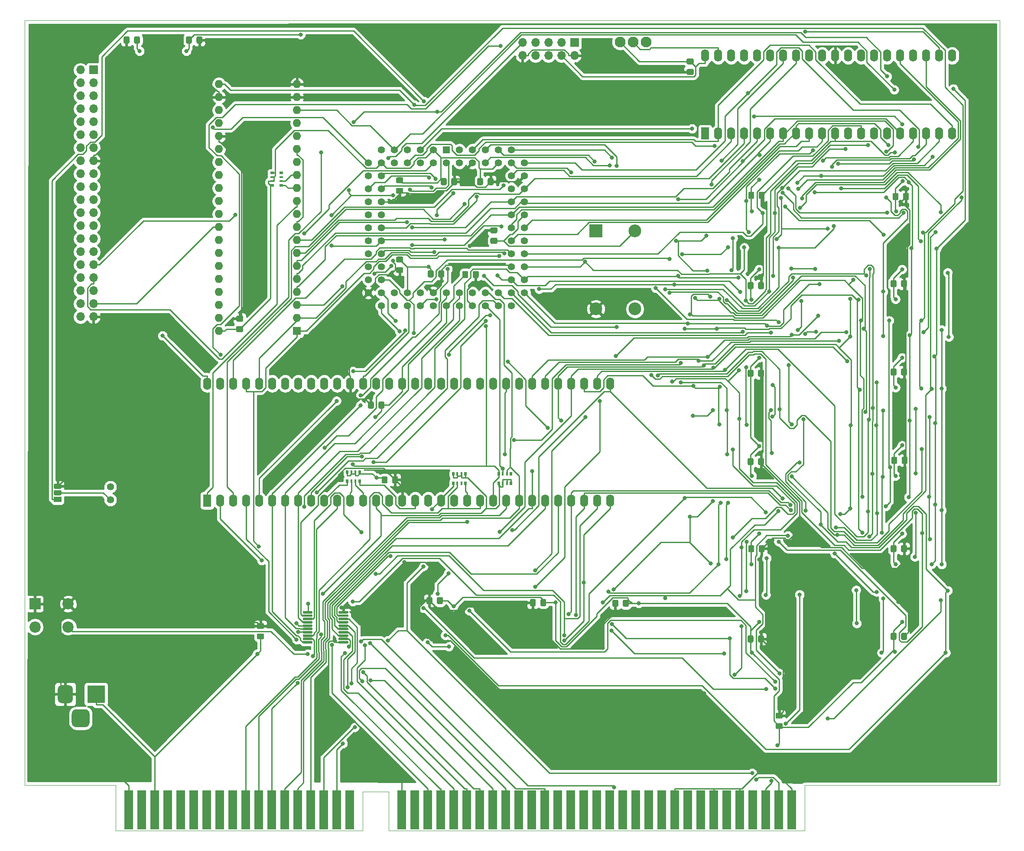
<source format=gbr>
%TF.GenerationSoftware,KiCad,Pcbnew,5.1.6-c6e7f7d~86~ubuntu18.04.1*%
%TF.CreationDate,2021-02-20T22:43:28+08:00*%
%TF.ProjectId,68k_dev,36386b5f-6465-4762-9e6b-696361645f70,rev?*%
%TF.SameCoordinates,Original*%
%TF.FileFunction,Copper,L2,Bot*%
%TF.FilePolarity,Positive*%
%FSLAX46Y46*%
G04 Gerber Fmt 4.6, Leading zero omitted, Abs format (unit mm)*
G04 Created by KiCad (PCBNEW 5.1.6-c6e7f7d~86~ubuntu18.04.1) date 2021-02-20 22:43:28*
%MOMM*%
%LPD*%
G01*
G04 APERTURE LIST*
%TA.AperFunction,Profile*%
%ADD10C,0.050000*%
%TD*%
%TA.AperFunction,ComponentPad*%
%ADD11C,1.400000*%
%TD*%
%TA.AperFunction,ComponentPad*%
%ADD12O,1.700000X1.700000*%
%TD*%
%TA.AperFunction,ComponentPad*%
%ADD13R,1.700000X1.700000*%
%TD*%
%TA.AperFunction,ComponentPad*%
%ADD14O,1.600000X2.400000*%
%TD*%
%TA.AperFunction,ComponentPad*%
%ADD15R,1.600000X2.400000*%
%TD*%
%TA.AperFunction,ComponentPad*%
%ADD16C,2.200000*%
%TD*%
%TA.AperFunction,ComponentPad*%
%ADD17R,2.200000X2.200000*%
%TD*%
%TA.AperFunction,SMDPad,CuDef*%
%ADD18R,0.500000X0.800000*%
%TD*%
%TA.AperFunction,SMDPad,CuDef*%
%ADD19R,0.400000X0.800000*%
%TD*%
%TA.AperFunction,ComponentPad*%
%ADD20C,2.100000*%
%TD*%
%TA.AperFunction,ConnectorPad*%
%ADD21R,1.780000X7.620000*%
%TD*%
%TA.AperFunction,ComponentPad*%
%ADD22R,3.500000X3.500000*%
%TD*%
%TA.AperFunction,SMDPad,CuDef*%
%ADD23R,0.800000X0.500000*%
%TD*%
%TA.AperFunction,SMDPad,CuDef*%
%ADD24R,0.800000X0.400000*%
%TD*%
%TA.AperFunction,ComponentPad*%
%ADD25O,1.600000X1.600000*%
%TD*%
%TA.AperFunction,ComponentPad*%
%ADD26R,1.600000X1.600000*%
%TD*%
%TA.AperFunction,ComponentPad*%
%ADD27C,2.500000*%
%TD*%
%TA.AperFunction,ComponentPad*%
%ADD28R,2.500000X2.500000*%
%TD*%
%TA.AperFunction,ComponentPad*%
%ADD29R,1.500000X1.050000*%
%TD*%
%TA.AperFunction,ComponentPad*%
%ADD30C,1.422400*%
%TD*%
%TA.AperFunction,ComponentPad*%
%ADD31R,1.422400X1.422400*%
%TD*%
%TA.AperFunction,ViaPad*%
%ADD32C,0.800000*%
%TD*%
%TA.AperFunction,Conductor*%
%ADD33C,0.250000*%
%TD*%
%TA.AperFunction,Conductor*%
%ADD34C,0.254000*%
%TD*%
G04 APERTURE END LIST*
D10*
X97663000Y-159512000D02*
X79883000Y-159512000D01*
X97663000Y-168402000D02*
X97663000Y-159512000D01*
X145923000Y-168402000D02*
X97663000Y-168402000D01*
X145923000Y-160782000D02*
X145923000Y-168402000D01*
X151003000Y-160782000D02*
X145923000Y-160782000D01*
X151003000Y-168402000D02*
X151003000Y-160782000D01*
X232283000Y-168402000D02*
X151003000Y-168402000D01*
X232283000Y-159512000D02*
X232283000Y-168402000D01*
X233553000Y-159512000D02*
X232283000Y-159512000D01*
X79883000Y-10000000D02*
X79883000Y-159512000D01*
X270383000Y-10000000D02*
X79883000Y-10000000D01*
X270383000Y-159512000D02*
X270383000Y-10000000D01*
X233553000Y-159512000D02*
X270383000Y-159512000D01*
%TO.P,C30,2*%
%TO.N,GND*%
%TA.AperFunction,SMDPad,CuDef*%
G36*
G01*
X159570000Y-122993999D02*
X159570000Y-123894001D01*
G75*
G02*
X159320001Y-124144000I-249999J0D01*
G01*
X158669999Y-124144000D01*
G75*
G02*
X158420000Y-123894001I0J249999D01*
G01*
X158420000Y-122993999D01*
G75*
G02*
X158669999Y-122744000I249999J0D01*
G01*
X159320001Y-122744000D01*
G75*
G02*
X159570000Y-122993999I0J-249999D01*
G01*
G37*
%TD.AperFunction*%
%TO.P,C30,1*%
%TO.N,VCC*%
%TA.AperFunction,SMDPad,CuDef*%
G36*
G01*
X161620000Y-122993999D02*
X161620000Y-123894001D01*
G75*
G02*
X161370001Y-124144000I-249999J0D01*
G01*
X160719999Y-124144000D01*
G75*
G02*
X160470000Y-123894001I0J249999D01*
G01*
X160470000Y-122993999D01*
G75*
G02*
X160719999Y-122744000I249999J0D01*
G01*
X161370001Y-122744000D01*
G75*
G02*
X161620000Y-122993999I0J-249999D01*
G01*
G37*
%TD.AperFunction*%
%TD*%
%TO.P,U21,20*%
%TO.N,VCC*%
%TA.AperFunction,SMDPad,CuDef*%
G36*
G01*
X136134000Y-125601000D02*
X136134000Y-125851000D01*
G75*
G02*
X136009000Y-125976000I-125000J0D01*
G01*
X134359000Y-125976000D01*
G75*
G02*
X134234000Y-125851000I0J125000D01*
G01*
X134234000Y-125601000D01*
G75*
G02*
X134359000Y-125476000I125000J0D01*
G01*
X136009000Y-125476000D01*
G75*
G02*
X136134000Y-125601000I0J-125000D01*
G01*
G37*
%TD.AperFunction*%
%TO.P,U21,19*%
%TO.N,GND*%
%TA.AperFunction,SMDPad,CuDef*%
G36*
G01*
X136134000Y-126251000D02*
X136134000Y-126501000D01*
G75*
G02*
X136009000Y-126626000I-125000J0D01*
G01*
X134359000Y-126626000D01*
G75*
G02*
X134234000Y-126501000I0J125000D01*
G01*
X134234000Y-126251000D01*
G75*
G02*
X134359000Y-126126000I125000J0D01*
G01*
X136009000Y-126126000D01*
G75*
G02*
X136134000Y-126251000I0J-125000D01*
G01*
G37*
%TD.AperFunction*%
%TO.P,U21,18*%
%TO.N,BUS_CPU_CLK*%
%TA.AperFunction,SMDPad,CuDef*%
G36*
G01*
X136134000Y-126901000D02*
X136134000Y-127151000D01*
G75*
G02*
X136009000Y-127276000I-125000J0D01*
G01*
X134359000Y-127276000D01*
G75*
G02*
X134234000Y-127151000I0J125000D01*
G01*
X134234000Y-126901000D01*
G75*
G02*
X134359000Y-126776000I125000J0D01*
G01*
X136009000Y-126776000D01*
G75*
G02*
X136134000Y-126901000I0J-125000D01*
G01*
G37*
%TD.AperFunction*%
%TO.P,U21,17*%
%TO.N,LDS*%
%TA.AperFunction,SMDPad,CuDef*%
G36*
G01*
X136134000Y-127551000D02*
X136134000Y-127801000D01*
G75*
G02*
X136009000Y-127926000I-125000J0D01*
G01*
X134359000Y-127926000D01*
G75*
G02*
X134234000Y-127801000I0J125000D01*
G01*
X134234000Y-127551000D01*
G75*
G02*
X134359000Y-127426000I125000J0D01*
G01*
X136009000Y-127426000D01*
G75*
G02*
X136134000Y-127551000I0J-125000D01*
G01*
G37*
%TD.AperFunction*%
%TO.P,U21,16*%
%TO.N,BUS_FC0*%
%TA.AperFunction,SMDPad,CuDef*%
G36*
G01*
X136134000Y-128201000D02*
X136134000Y-128451000D01*
G75*
G02*
X136009000Y-128576000I-125000J0D01*
G01*
X134359000Y-128576000D01*
G75*
G02*
X134234000Y-128451000I0J125000D01*
G01*
X134234000Y-128201000D01*
G75*
G02*
X134359000Y-128076000I125000J0D01*
G01*
X136009000Y-128076000D01*
G75*
G02*
X136134000Y-128201000I0J-125000D01*
G01*
G37*
%TD.AperFunction*%
%TO.P,U21,15*%
%TO.N,UDS*%
%TA.AperFunction,SMDPad,CuDef*%
G36*
G01*
X136134000Y-128851000D02*
X136134000Y-129101000D01*
G75*
G02*
X136009000Y-129226000I-125000J0D01*
G01*
X134359000Y-129226000D01*
G75*
G02*
X134234000Y-129101000I0J125000D01*
G01*
X134234000Y-128851000D01*
G75*
G02*
X134359000Y-128726000I125000J0D01*
G01*
X136009000Y-128726000D01*
G75*
G02*
X136134000Y-128851000I0J-125000D01*
G01*
G37*
%TD.AperFunction*%
%TO.P,U21,14*%
%TO.N,BUS_FC1*%
%TA.AperFunction,SMDPad,CuDef*%
G36*
G01*
X136134000Y-129501000D02*
X136134000Y-129751000D01*
G75*
G02*
X136009000Y-129876000I-125000J0D01*
G01*
X134359000Y-129876000D01*
G75*
G02*
X134234000Y-129751000I0J125000D01*
G01*
X134234000Y-129501000D01*
G75*
G02*
X134359000Y-129376000I125000J0D01*
G01*
X136009000Y-129376000D01*
G75*
G02*
X136134000Y-129501000I0J-125000D01*
G01*
G37*
%TD.AperFunction*%
%TO.P,U21,13*%
%TO.N,BG*%
%TA.AperFunction,SMDPad,CuDef*%
G36*
G01*
X136134000Y-130151000D02*
X136134000Y-130401000D01*
G75*
G02*
X136009000Y-130526000I-125000J0D01*
G01*
X134359000Y-130526000D01*
G75*
G02*
X134234000Y-130401000I0J125000D01*
G01*
X134234000Y-130151000D01*
G75*
G02*
X134359000Y-130026000I125000J0D01*
G01*
X136009000Y-130026000D01*
G75*
G02*
X136134000Y-130151000I0J-125000D01*
G01*
G37*
%TD.AperFunction*%
%TO.P,U21,12*%
%TO.N,BUS_FC2*%
%TA.AperFunction,SMDPad,CuDef*%
G36*
G01*
X136134000Y-130801000D02*
X136134000Y-131051000D01*
G75*
G02*
X136009000Y-131176000I-125000J0D01*
G01*
X134359000Y-131176000D01*
G75*
G02*
X134234000Y-131051000I0J125000D01*
G01*
X134234000Y-130801000D01*
G75*
G02*
X134359000Y-130676000I125000J0D01*
G01*
X136009000Y-130676000D01*
G75*
G02*
X136134000Y-130801000I0J-125000D01*
G01*
G37*
%TD.AperFunction*%
%TO.P,U21,11*%
%TO.N,AS*%
%TA.AperFunction,SMDPad,CuDef*%
G36*
G01*
X136134000Y-131451000D02*
X136134000Y-131701000D01*
G75*
G02*
X136009000Y-131826000I-125000J0D01*
G01*
X134359000Y-131826000D01*
G75*
G02*
X134234000Y-131701000I0J125000D01*
G01*
X134234000Y-131451000D01*
G75*
G02*
X134359000Y-131326000I125000J0D01*
G01*
X136009000Y-131326000D01*
G75*
G02*
X136134000Y-131451000I0J-125000D01*
G01*
G37*
%TD.AperFunction*%
%TO.P,U21,10*%
%TO.N,GND*%
%TA.AperFunction,SMDPad,CuDef*%
G36*
G01*
X143134000Y-131451000D02*
X143134000Y-131701000D01*
G75*
G02*
X143009000Y-131826000I-125000J0D01*
G01*
X141359000Y-131826000D01*
G75*
G02*
X141234000Y-131701000I0J125000D01*
G01*
X141234000Y-131451000D01*
G75*
G02*
X141359000Y-131326000I125000J0D01*
G01*
X143009000Y-131326000D01*
G75*
G02*
X143134000Y-131451000I0J-125000D01*
G01*
G37*
%TD.AperFunction*%
%TO.P,U21,9*%
%TO.N,BUS_AS*%
%TA.AperFunction,SMDPad,CuDef*%
G36*
G01*
X143134000Y-130801000D02*
X143134000Y-131051000D01*
G75*
G02*
X143009000Y-131176000I-125000J0D01*
G01*
X141359000Y-131176000D01*
G75*
G02*
X141234000Y-131051000I0J125000D01*
G01*
X141234000Y-130801000D01*
G75*
G02*
X141359000Y-130676000I125000J0D01*
G01*
X143009000Y-130676000D01*
G75*
G02*
X143134000Y-130801000I0J-125000D01*
G01*
G37*
%TD.AperFunction*%
%TO.P,U21,8*%
%TO.N,FC2*%
%TA.AperFunction,SMDPad,CuDef*%
G36*
G01*
X143134000Y-130151000D02*
X143134000Y-130401000D01*
G75*
G02*
X143009000Y-130526000I-125000J0D01*
G01*
X141359000Y-130526000D01*
G75*
G02*
X141234000Y-130401000I0J125000D01*
G01*
X141234000Y-130151000D01*
G75*
G02*
X141359000Y-130026000I125000J0D01*
G01*
X143009000Y-130026000D01*
G75*
G02*
X143134000Y-130151000I0J-125000D01*
G01*
G37*
%TD.AperFunction*%
%TO.P,U21,7*%
%TO.N,BUS_BG*%
%TA.AperFunction,SMDPad,CuDef*%
G36*
G01*
X143134000Y-129501000D02*
X143134000Y-129751000D01*
G75*
G02*
X143009000Y-129876000I-125000J0D01*
G01*
X141359000Y-129876000D01*
G75*
G02*
X141234000Y-129751000I0J125000D01*
G01*
X141234000Y-129501000D01*
G75*
G02*
X141359000Y-129376000I125000J0D01*
G01*
X143009000Y-129376000D01*
G75*
G02*
X143134000Y-129501000I0J-125000D01*
G01*
G37*
%TD.AperFunction*%
%TO.P,U21,6*%
%TO.N,FC1*%
%TA.AperFunction,SMDPad,CuDef*%
G36*
G01*
X143134000Y-128851000D02*
X143134000Y-129101000D01*
G75*
G02*
X143009000Y-129226000I-125000J0D01*
G01*
X141359000Y-129226000D01*
G75*
G02*
X141234000Y-129101000I0J125000D01*
G01*
X141234000Y-128851000D01*
G75*
G02*
X141359000Y-128726000I125000J0D01*
G01*
X143009000Y-128726000D01*
G75*
G02*
X143134000Y-128851000I0J-125000D01*
G01*
G37*
%TD.AperFunction*%
%TO.P,U21,5*%
%TO.N,BUS_UDS*%
%TA.AperFunction,SMDPad,CuDef*%
G36*
G01*
X143134000Y-128201000D02*
X143134000Y-128451000D01*
G75*
G02*
X143009000Y-128576000I-125000J0D01*
G01*
X141359000Y-128576000D01*
G75*
G02*
X141234000Y-128451000I0J125000D01*
G01*
X141234000Y-128201000D01*
G75*
G02*
X141359000Y-128076000I125000J0D01*
G01*
X143009000Y-128076000D01*
G75*
G02*
X143134000Y-128201000I0J-125000D01*
G01*
G37*
%TD.AperFunction*%
%TO.P,U21,4*%
%TO.N,FC0*%
%TA.AperFunction,SMDPad,CuDef*%
G36*
G01*
X143134000Y-127551000D02*
X143134000Y-127801000D01*
G75*
G02*
X143009000Y-127926000I-125000J0D01*
G01*
X141359000Y-127926000D01*
G75*
G02*
X141234000Y-127801000I0J125000D01*
G01*
X141234000Y-127551000D01*
G75*
G02*
X141359000Y-127426000I125000J0D01*
G01*
X143009000Y-127426000D01*
G75*
G02*
X143134000Y-127551000I0J-125000D01*
G01*
G37*
%TD.AperFunction*%
%TO.P,U21,3*%
%TO.N,BUS_LDS*%
%TA.AperFunction,SMDPad,CuDef*%
G36*
G01*
X143134000Y-126901000D02*
X143134000Y-127151000D01*
G75*
G02*
X143009000Y-127276000I-125000J0D01*
G01*
X141359000Y-127276000D01*
G75*
G02*
X141234000Y-127151000I0J125000D01*
G01*
X141234000Y-126901000D01*
G75*
G02*
X141359000Y-126776000I125000J0D01*
G01*
X143009000Y-126776000D01*
G75*
G02*
X143134000Y-126901000I0J-125000D01*
G01*
G37*
%TD.AperFunction*%
%TO.P,U21,2*%
%TO.N,CPU_CLK*%
%TA.AperFunction,SMDPad,CuDef*%
G36*
G01*
X143134000Y-126251000D02*
X143134000Y-126501000D01*
G75*
G02*
X143009000Y-126626000I-125000J0D01*
G01*
X141359000Y-126626000D01*
G75*
G02*
X141234000Y-126501000I0J125000D01*
G01*
X141234000Y-126251000D01*
G75*
G02*
X141359000Y-126126000I125000J0D01*
G01*
X143009000Y-126126000D01*
G75*
G02*
X143134000Y-126251000I0J-125000D01*
G01*
G37*
%TD.AperFunction*%
%TO.P,U21,1*%
%TO.N,GND*%
%TA.AperFunction,SMDPad,CuDef*%
G36*
G01*
X143134000Y-125601000D02*
X143134000Y-125851000D01*
G75*
G02*
X143009000Y-125976000I-125000J0D01*
G01*
X141359000Y-125976000D01*
G75*
G02*
X141234000Y-125851000I0J125000D01*
G01*
X141234000Y-125601000D01*
G75*
G02*
X141359000Y-125476000I125000J0D01*
G01*
X143009000Y-125476000D01*
G75*
G02*
X143134000Y-125601000I0J-125000D01*
G01*
G37*
%TD.AperFunction*%
%TD*%
D11*
%TO.P,JP1,2*%
%TO.N,Net-(J3-Pad35)*%
X96647000Y-101219000D03*
%TO.P,JP1,1*%
%TO.N,VCC*%
X96647000Y-103759000D03*
%TD*%
D12*
%TO.P,J3,40*%
%TO.N,Net-(J3-Pad40)*%
X90805000Y-67945000D03*
%TO.P,J3,39*%
%TO.N,GND*%
X93345000Y-67945000D03*
%TO.P,J3,38*%
%TO.N,Net-(J3-Pad38)*%
X90805000Y-65405000D03*
%TO.P,J3,37*%
%TO.N,CTS*%
X93345000Y-65405000D03*
%TO.P,J3,36*%
%TO.N,Net-(J3-Pad36)*%
X90805000Y-62865000D03*
%TO.P,J3,35*%
%TO.N,Net-(J3-Pad35)*%
X93345000Y-62865000D03*
%TO.P,J3,34*%
%TO.N,Net-(J3-Pad34)*%
X90805000Y-60325000D03*
%TO.P,J3,33*%
%TO.N,RX*%
X93345000Y-60325000D03*
%TO.P,J3,32*%
%TO.N,Net-(J3-Pad32)*%
X90805000Y-57785000D03*
%TO.P,J3,31*%
%TO.N,TX*%
X93345000Y-57785000D03*
%TO.P,J3,30*%
%TO.N,Net-(J3-Pad30)*%
X90805000Y-55245000D03*
%TO.P,J3,29*%
%TO.N,Net-(J3-Pad29)*%
X93345000Y-55245000D03*
%TO.P,J3,28*%
%TO.N,Net-(J3-Pad28)*%
X90805000Y-52705000D03*
%TO.P,J3,27*%
%TO.N,Net-(J3-Pad27)*%
X93345000Y-52705000D03*
%TO.P,J3,26*%
%TO.N,Net-(J3-Pad26)*%
X90805000Y-50165000D03*
%TO.P,J3,25*%
%TO.N,Net-(J3-Pad25)*%
X93345000Y-50165000D03*
%TO.P,J3,24*%
%TO.N,Net-(J3-Pad24)*%
X90805000Y-47625000D03*
%TO.P,J3,23*%
%TO.N,Net-(J3-Pad23)*%
X93345000Y-47625000D03*
%TO.P,J3,22*%
%TO.N,Net-(J3-Pad22)*%
X90805000Y-45085000D03*
%TO.P,J3,21*%
%TO.N,Net-(J3-Pad21)*%
X93345000Y-45085000D03*
%TO.P,J3,20*%
%TO.N,Net-(J3-Pad20)*%
X90805000Y-42545000D03*
%TO.P,J3,19*%
%TO.N,Net-(J3-Pad19)*%
X93345000Y-42545000D03*
%TO.P,J3,18*%
%TO.N,Net-(J3-Pad18)*%
X90805000Y-40005000D03*
%TO.P,J3,17*%
%TO.N,Net-(J3-Pad17)*%
X93345000Y-40005000D03*
%TO.P,J3,16*%
%TO.N,Net-(J3-Pad16)*%
X90805000Y-37465000D03*
%TO.P,J3,15*%
%TO.N,GND*%
X93345000Y-37465000D03*
%TO.P,J3,14*%
%TO.N,Net-(J3-Pad14)*%
X90805000Y-34925000D03*
%TO.P,J3,13*%
%TO.N,+3V3*%
X93345000Y-34925000D03*
%TO.P,J3,12*%
%TO.N,Net-(J3-Pad12)*%
X90805000Y-32385000D03*
%TO.P,J3,11*%
%TO.N,Net-(J3-Pad11)*%
X93345000Y-32385000D03*
%TO.P,J3,10*%
%TO.N,Net-(J3-Pad10)*%
X90805000Y-29845000D03*
%TO.P,J3,9*%
%TO.N,Net-(J3-Pad9)*%
X93345000Y-29845000D03*
%TO.P,J3,8*%
%TO.N,Net-(J3-Pad8)*%
X90805000Y-27305000D03*
%TO.P,J3,7*%
%TO.N,Net-(J3-Pad7)*%
X93345000Y-27305000D03*
%TO.P,J3,6*%
%TO.N,Net-(J3-Pad6)*%
X90805000Y-24765000D03*
%TO.P,J3,5*%
%TO.N,Net-(J3-Pad5)*%
X93345000Y-24765000D03*
%TO.P,J3,4*%
%TO.N,Net-(J3-Pad4)*%
X90805000Y-22225000D03*
%TO.P,J3,3*%
%TO.N,Net-(J3-Pad3)*%
X93345000Y-22225000D03*
%TO.P,J3,2*%
%TO.N,Net-(J3-Pad2)*%
X90805000Y-19685000D03*
D13*
%TO.P,J3,1*%
%TO.N,Net-(J3-Pad1)*%
X93345000Y-19685000D03*
%TD*%
%TO.P,C34,2*%
%TO.N,GND*%
%TA.AperFunction,SMDPad,CuDef*%
G36*
G01*
X100388000Y-13392999D02*
X100388000Y-14293001D01*
G75*
G02*
X100138001Y-14543000I-249999J0D01*
G01*
X99487999Y-14543000D01*
G75*
G02*
X99238000Y-14293001I0J249999D01*
G01*
X99238000Y-13392999D01*
G75*
G02*
X99487999Y-13143000I249999J0D01*
G01*
X100138001Y-13143000D01*
G75*
G02*
X100388000Y-13392999I0J-249999D01*
G01*
G37*
%TD.AperFunction*%
%TO.P,C34,1*%
%TO.N,+3V3*%
%TA.AperFunction,SMDPad,CuDef*%
G36*
G01*
X102438000Y-13392999D02*
X102438000Y-14293001D01*
G75*
G02*
X102188001Y-14543000I-249999J0D01*
G01*
X101537999Y-14543000D01*
G75*
G02*
X101288000Y-14293001I0J249999D01*
G01*
X101288000Y-13392999D01*
G75*
G02*
X101537999Y-13143000I249999J0D01*
G01*
X102188001Y-13143000D01*
G75*
G02*
X102438000Y-13392999I0J-249999D01*
G01*
G37*
%TD.AperFunction*%
%TD*%
%TO.P,C33,2*%
%TO.N,GND*%
%TA.AperFunction,SMDPad,CuDef*%
G36*
G01*
X113480000Y-14293001D02*
X113480000Y-13392999D01*
G75*
G02*
X113729999Y-13143000I249999J0D01*
G01*
X114380001Y-13143000D01*
G75*
G02*
X114630000Y-13392999I0J-249999D01*
G01*
X114630000Y-14293001D01*
G75*
G02*
X114380001Y-14543000I-249999J0D01*
G01*
X113729999Y-14543000D01*
G75*
G02*
X113480000Y-14293001I0J249999D01*
G01*
G37*
%TD.AperFunction*%
%TO.P,C33,1*%
%TO.N,VCC*%
%TA.AperFunction,SMDPad,CuDef*%
G36*
G01*
X111430000Y-14293001D02*
X111430000Y-13392999D01*
G75*
G02*
X111679999Y-13143000I249999J0D01*
G01*
X112330001Y-13143000D01*
G75*
G02*
X112580000Y-13392999I0J-249999D01*
G01*
X112580000Y-14293001D01*
G75*
G02*
X112330001Y-14543000I-249999J0D01*
G01*
X111679999Y-14543000D01*
G75*
G02*
X111430000Y-14293001I0J249999D01*
G01*
G37*
%TD.AperFunction*%
%TD*%
%TO.P,C31,2*%
%TO.N,GND*%
%TA.AperFunction,SMDPad,CuDef*%
G36*
G01*
X195892000Y-123501999D02*
X195892000Y-124402001D01*
G75*
G02*
X195642001Y-124652000I-249999J0D01*
G01*
X194991999Y-124652000D01*
G75*
G02*
X194742000Y-124402001I0J249999D01*
G01*
X194742000Y-123501999D01*
G75*
G02*
X194991999Y-123252000I249999J0D01*
G01*
X195642001Y-123252000D01*
G75*
G02*
X195892000Y-123501999I0J-249999D01*
G01*
G37*
%TD.AperFunction*%
%TO.P,C31,1*%
%TO.N,VCC*%
%TA.AperFunction,SMDPad,CuDef*%
G36*
G01*
X197942000Y-123501999D02*
X197942000Y-124402001D01*
G75*
G02*
X197692001Y-124652000I-249999J0D01*
G01*
X197041999Y-124652000D01*
G75*
G02*
X196792000Y-124402001I0J249999D01*
G01*
X196792000Y-123501999D01*
G75*
G02*
X197041999Y-123252000I249999J0D01*
G01*
X197692001Y-123252000D01*
G75*
G02*
X197942000Y-123501999I0J-249999D01*
G01*
G37*
%TD.AperFunction*%
%TD*%
%TO.P,C29,2*%
%TO.N,GND*%
%TA.AperFunction,SMDPad,CuDef*%
G36*
G01*
X126434001Y-128972000D02*
X125533999Y-128972000D01*
G75*
G02*
X125284000Y-128722001I0J249999D01*
G01*
X125284000Y-128071999D01*
G75*
G02*
X125533999Y-127822000I249999J0D01*
G01*
X126434001Y-127822000D01*
G75*
G02*
X126684000Y-128071999I0J-249999D01*
G01*
X126684000Y-128722001D01*
G75*
G02*
X126434001Y-128972000I-249999J0D01*
G01*
G37*
%TD.AperFunction*%
%TO.P,C29,1*%
%TO.N,VCC*%
%TA.AperFunction,SMDPad,CuDef*%
G36*
G01*
X126434001Y-131022000D02*
X125533999Y-131022000D01*
G75*
G02*
X125284000Y-130772001I0J249999D01*
G01*
X125284000Y-130121999D01*
G75*
G02*
X125533999Y-129872000I249999J0D01*
G01*
X126434001Y-129872000D01*
G75*
G02*
X126684000Y-130121999I0J-249999D01*
G01*
X126684000Y-130772001D01*
G75*
G02*
X126434001Y-131022000I-249999J0D01*
G01*
G37*
%TD.AperFunction*%
%TD*%
%TO.P,C28,2*%
%TO.N,GND*%
%TA.AperFunction,SMDPad,CuDef*%
G36*
G01*
X227780001Y-146489000D02*
X226879999Y-146489000D01*
G75*
G02*
X226630000Y-146239001I0J249999D01*
G01*
X226630000Y-145588999D01*
G75*
G02*
X226879999Y-145339000I249999J0D01*
G01*
X227780001Y-145339000D01*
G75*
G02*
X228030000Y-145588999I0J-249999D01*
G01*
X228030000Y-146239001D01*
G75*
G02*
X227780001Y-146489000I-249999J0D01*
G01*
G37*
%TD.AperFunction*%
%TO.P,C28,1*%
%TO.N,VCC*%
%TA.AperFunction,SMDPad,CuDef*%
G36*
G01*
X227780001Y-148539000D02*
X226879999Y-148539000D01*
G75*
G02*
X226630000Y-148289001I0J249999D01*
G01*
X226630000Y-147638999D01*
G75*
G02*
X226879999Y-147389000I249999J0D01*
G01*
X227780001Y-147389000D01*
G75*
G02*
X228030000Y-147638999I0J-249999D01*
G01*
X228030000Y-148289001D01*
G75*
G02*
X227780001Y-148539000I-249999J0D01*
G01*
G37*
%TD.AperFunction*%
%TD*%
%TO.P,C23,2*%
%TO.N,GND*%
%TA.AperFunction,SMDPad,CuDef*%
G36*
G01*
X179763000Y-123374999D02*
X179763000Y-124275001D01*
G75*
G02*
X179513001Y-124525000I-249999J0D01*
G01*
X178862999Y-124525000D01*
G75*
G02*
X178613000Y-124275001I0J249999D01*
G01*
X178613000Y-123374999D01*
G75*
G02*
X178862999Y-123125000I249999J0D01*
G01*
X179513001Y-123125000D01*
G75*
G02*
X179763000Y-123374999I0J-249999D01*
G01*
G37*
%TD.AperFunction*%
%TO.P,C23,1*%
%TO.N,VCC*%
%TA.AperFunction,SMDPad,CuDef*%
G36*
G01*
X181813000Y-123374999D02*
X181813000Y-124275001D01*
G75*
G02*
X181563001Y-124525000I-249999J0D01*
G01*
X180912999Y-124525000D01*
G75*
G02*
X180663000Y-124275001I0J249999D01*
G01*
X180663000Y-123374999D01*
G75*
G02*
X180912999Y-123125000I249999J0D01*
G01*
X181563001Y-123125000D01*
G75*
G02*
X181813000Y-123374999I0J-249999D01*
G01*
G37*
%TD.AperFunction*%
%TD*%
D14*
%TO.P,U1,64*%
%TO.N,D5*%
X115570000Y-81026000D03*
%TO.P,U1,32*%
%TO.N,A4*%
X194310000Y-103886000D03*
%TO.P,U1,63*%
%TO.N,D6*%
X118110000Y-81026000D03*
%TO.P,U1,31*%
%TO.N,A3*%
X191770000Y-103886000D03*
%TO.P,U1,62*%
%TO.N,D7*%
X120650000Y-81026000D03*
%TO.P,U1,30*%
%TO.N,A2*%
X189230000Y-103886000D03*
%TO.P,U1,61*%
%TO.N,D8*%
X123190000Y-81026000D03*
%TO.P,U1,29*%
%TO.N,A1*%
X186690000Y-103886000D03*
%TO.P,U1,60*%
%TO.N,D9*%
X125730000Y-81026000D03*
%TO.P,U1,28*%
%TO.N,FC0*%
X184150000Y-103886000D03*
%TO.P,U1,59*%
%TO.N,D10*%
X128270000Y-81026000D03*
%TO.P,U1,27*%
%TO.N,FC1*%
X181610000Y-103886000D03*
%TO.P,U1,58*%
%TO.N,D11*%
X130810000Y-81026000D03*
%TO.P,U1,26*%
%TO.N,FC2*%
X179070000Y-103886000D03*
%TO.P,U1,57*%
%TO.N,D12*%
X133350000Y-81026000D03*
%TO.P,U1,25*%
%TO.N,IPL0*%
X176530000Y-103886000D03*
%TO.P,U1,56*%
%TO.N,D13*%
X135890000Y-81026000D03*
%TO.P,U1,24*%
%TO.N,IPL1*%
X173990000Y-103886000D03*
%TO.P,U1,55*%
%TO.N,D14*%
X138430000Y-81026000D03*
%TO.P,U1,23*%
%TO.N,IPL2*%
X171450000Y-103886000D03*
%TO.P,U1,54*%
%TO.N,D15*%
X140970000Y-81026000D03*
%TO.P,U1,22*%
%TO.N,BERR*%
X168910000Y-103886000D03*
%TO.P,U1,53*%
%TO.N,GND*%
X143510000Y-81026000D03*
%TO.P,U1,21*%
%TO.N,VPA*%
X166370000Y-103886000D03*
%TO.P,U1,52*%
%TO.N,A23*%
X146050000Y-81026000D03*
%TO.P,U1,20*%
%TO.N,E*%
X163830000Y-103886000D03*
%TO.P,U1,51*%
%TO.N,A22*%
X148590000Y-81026000D03*
%TO.P,U1,19*%
%TO.N,VMA*%
X161290000Y-103886000D03*
%TO.P,U1,50*%
%TO.N,A21*%
X151130000Y-81026000D03*
%TO.P,U1,18*%
%TO.N,RST*%
X158750000Y-103886000D03*
%TO.P,U1,49*%
%TO.N,VCC*%
X153670000Y-81026000D03*
%TO.P,U1,17*%
%TO.N,Net-(RN8-Pad1)*%
X156210000Y-103886000D03*
%TO.P,U1,48*%
%TO.N,A20*%
X156210000Y-81026000D03*
%TO.P,U1,16*%
%TO.N,GND*%
X153670000Y-103886000D03*
%TO.P,U1,47*%
%TO.N,A19*%
X158750000Y-81026000D03*
%TO.P,U1,15*%
%TO.N,CPU_CLK*%
X151130000Y-103886000D03*
%TO.P,U1,46*%
%TO.N,A18*%
X161290000Y-81026000D03*
%TO.P,U1,14*%
%TO.N,VCC*%
X148590000Y-103886000D03*
%TO.P,U1,45*%
%TO.N,A17*%
X163830000Y-81026000D03*
%TO.P,U1,13*%
%TO.N,BR*%
X146050000Y-103886000D03*
%TO.P,U1,44*%
%TO.N,A16*%
X166370000Y-81026000D03*
%TO.P,U1,12*%
%TO.N,BGACK*%
X143510000Y-103886000D03*
%TO.P,U1,43*%
%TO.N,A15*%
X168910000Y-81026000D03*
%TO.P,U1,11*%
%TO.N,BG*%
X140970000Y-103886000D03*
%TO.P,U1,42*%
%TO.N,A14*%
X171450000Y-81026000D03*
%TO.P,U1,10*%
%TO.N,DTACK*%
X138430000Y-103886000D03*
%TO.P,U1,41*%
%TO.N,A13*%
X173990000Y-81026000D03*
%TO.P,U1,9*%
%TO.N,RW*%
X135890000Y-103886000D03*
%TO.P,U1,40*%
%TO.N,A12*%
X176530000Y-81026000D03*
%TO.P,U1,8*%
%TO.N,LDS*%
X133350000Y-103886000D03*
%TO.P,U1,39*%
%TO.N,A11*%
X179070000Y-81026000D03*
%TO.P,U1,7*%
%TO.N,UDS*%
X130810000Y-103886000D03*
%TO.P,U1,38*%
%TO.N,A10*%
X181610000Y-81026000D03*
%TO.P,U1,6*%
%TO.N,AS*%
X128270000Y-103886000D03*
%TO.P,U1,37*%
%TO.N,A9*%
X184150000Y-81026000D03*
%TO.P,U1,5*%
%TO.N,D0*%
X125730000Y-103886000D03*
%TO.P,U1,36*%
%TO.N,A8*%
X186690000Y-81026000D03*
%TO.P,U1,4*%
%TO.N,D1*%
X123190000Y-103886000D03*
%TO.P,U1,35*%
%TO.N,A7*%
X189230000Y-81026000D03*
%TO.P,U1,3*%
%TO.N,D2*%
X120650000Y-103886000D03*
%TO.P,U1,34*%
%TO.N,A6*%
X191770000Y-81026000D03*
%TO.P,U1,2*%
%TO.N,D3*%
X118110000Y-103886000D03*
%TO.P,U1,33*%
%TO.N,A5*%
X194310000Y-81026000D03*
D15*
%TO.P,U1,1*%
%TO.N,D4*%
X115570000Y-103886000D03*
%TD*%
%TO.P,C27,2*%
%TO.N,GND*%
%TA.AperFunction,SMDPad,CuDef*%
G36*
G01*
X251148000Y-61918001D02*
X251148000Y-61017999D01*
G75*
G02*
X251397999Y-60768000I249999J0D01*
G01*
X252048001Y-60768000D01*
G75*
G02*
X252298000Y-61017999I0J-249999D01*
G01*
X252298000Y-61918001D01*
G75*
G02*
X252048001Y-62168000I-249999J0D01*
G01*
X251397999Y-62168000D01*
G75*
G02*
X251148000Y-61918001I0J249999D01*
G01*
G37*
%TD.AperFunction*%
%TO.P,C27,1*%
%TO.N,VCC*%
%TA.AperFunction,SMDPad,CuDef*%
G36*
G01*
X249098000Y-61918001D02*
X249098000Y-61017999D01*
G75*
G02*
X249347999Y-60768000I249999J0D01*
G01*
X249998001Y-60768000D01*
G75*
G02*
X250248000Y-61017999I0J-249999D01*
G01*
X250248000Y-61918001D01*
G75*
G02*
X249998001Y-62168000I-249999J0D01*
G01*
X249347999Y-62168000D01*
G75*
G02*
X249098000Y-61918001I0J249999D01*
G01*
G37*
%TD.AperFunction*%
%TD*%
%TO.P,C26,2*%
%TO.N,GND*%
%TA.AperFunction,SMDPad,CuDef*%
G36*
G01*
X223335000Y-44646001D02*
X223335000Y-43745999D01*
G75*
G02*
X223584999Y-43496000I249999J0D01*
G01*
X224235001Y-43496000D01*
G75*
G02*
X224485000Y-43745999I0J-249999D01*
G01*
X224485000Y-44646001D01*
G75*
G02*
X224235001Y-44896000I-249999J0D01*
G01*
X223584999Y-44896000D01*
G75*
G02*
X223335000Y-44646001I0J249999D01*
G01*
G37*
%TD.AperFunction*%
%TO.P,C26,1*%
%TO.N,VCC*%
%TA.AperFunction,SMDPad,CuDef*%
G36*
G01*
X221285000Y-44646001D02*
X221285000Y-43745999D01*
G75*
G02*
X221534999Y-43496000I249999J0D01*
G01*
X222185001Y-43496000D01*
G75*
G02*
X222435000Y-43745999I0J-249999D01*
G01*
X222435000Y-44646001D01*
G75*
G02*
X222185001Y-44896000I-249999J0D01*
G01*
X221534999Y-44896000D01*
G75*
G02*
X221285000Y-44646001I0J249999D01*
G01*
G37*
%TD.AperFunction*%
%TD*%
%TO.P,C25,2*%
%TO.N,GND*%
%TA.AperFunction,SMDPad,CuDef*%
G36*
G01*
X223208000Y-79444001D02*
X223208000Y-78543999D01*
G75*
G02*
X223457999Y-78294000I249999J0D01*
G01*
X224108001Y-78294000D01*
G75*
G02*
X224358000Y-78543999I0J-249999D01*
G01*
X224358000Y-79444001D01*
G75*
G02*
X224108001Y-79694000I-249999J0D01*
G01*
X223457999Y-79694000D01*
G75*
G02*
X223208000Y-79444001I0J249999D01*
G01*
G37*
%TD.AperFunction*%
%TO.P,C25,1*%
%TO.N,VCC*%
%TA.AperFunction,SMDPad,CuDef*%
G36*
G01*
X221158000Y-79444001D02*
X221158000Y-78543999D01*
G75*
G02*
X221407999Y-78294000I249999J0D01*
G01*
X222058001Y-78294000D01*
G75*
G02*
X222308000Y-78543999I0J-249999D01*
G01*
X222308000Y-79444001D01*
G75*
G02*
X222058001Y-79694000I-249999J0D01*
G01*
X221407999Y-79694000D01*
G75*
G02*
X221158000Y-79444001I0J249999D01*
G01*
G37*
%TD.AperFunction*%
%TD*%
%TO.P,C24,2*%
%TO.N,GND*%
%TA.AperFunction,SMDPad,CuDef*%
G36*
G01*
X223208000Y-62299001D02*
X223208000Y-61398999D01*
G75*
G02*
X223457999Y-61149000I249999J0D01*
G01*
X224108001Y-61149000D01*
G75*
G02*
X224358000Y-61398999I0J-249999D01*
G01*
X224358000Y-62299001D01*
G75*
G02*
X224108001Y-62549000I-249999J0D01*
G01*
X223457999Y-62549000D01*
G75*
G02*
X223208000Y-62299001I0J249999D01*
G01*
G37*
%TD.AperFunction*%
%TO.P,C24,1*%
%TO.N,VCC*%
%TA.AperFunction,SMDPad,CuDef*%
G36*
G01*
X221158000Y-62299001D02*
X221158000Y-61398999D01*
G75*
G02*
X221407999Y-61149000I249999J0D01*
G01*
X222058001Y-61149000D01*
G75*
G02*
X222308000Y-61398999I0J-249999D01*
G01*
X222308000Y-62299001D01*
G75*
G02*
X222058001Y-62549000I-249999J0D01*
G01*
X221407999Y-62549000D01*
G75*
G02*
X221158000Y-62299001I0J249999D01*
G01*
G37*
%TD.AperFunction*%
%TD*%
D16*
%TO.P,S1,3*%
%TO.N,RST*%
X81915000Y-128579000D03*
%TO.P,S1,4*%
X88415000Y-128579000D03*
%TO.P,S1,2*%
%TO.N,GND*%
X88415000Y-124079000D03*
D17*
%TO.P,S1,1*%
X81915000Y-124079000D03*
%TD*%
D18*
%TO.P,RN8,5*%
%TO.N,VCC*%
X142945000Y-98287000D03*
D19*
%TO.P,RN8,6*%
X143745000Y-98287000D03*
D18*
%TO.P,RN8,8*%
X145345000Y-98287000D03*
D19*
%TO.P,RN8,7*%
X144545000Y-98287000D03*
D18*
%TO.P,RN8,4*%
%TO.N,DTACK*%
X142945000Y-100087000D03*
D19*
%TO.P,RN8,2*%
%TO.N,BR*%
X144545000Y-100087000D03*
%TO.P,RN8,3*%
%TO.N,BGACK*%
X143745000Y-100087000D03*
D18*
%TO.P,RN8,1*%
%TO.N,Net-(RN8-Pad1)*%
X145345000Y-100087000D03*
%TD*%
%TO.P,C22,2*%
%TO.N,GND*%
%TA.AperFunction,SMDPad,CuDef*%
G36*
G01*
X122370001Y-68892000D02*
X121469999Y-68892000D01*
G75*
G02*
X121220000Y-68642001I0J249999D01*
G01*
X121220000Y-67991999D01*
G75*
G02*
X121469999Y-67742000I249999J0D01*
G01*
X122370001Y-67742000D01*
G75*
G02*
X122620000Y-67991999I0J-249999D01*
G01*
X122620000Y-68642001D01*
G75*
G02*
X122370001Y-68892000I-249999J0D01*
G01*
G37*
%TD.AperFunction*%
%TO.P,C22,1*%
%TO.N,VCC*%
%TA.AperFunction,SMDPad,CuDef*%
G36*
G01*
X122370001Y-70942000D02*
X121469999Y-70942000D01*
G75*
G02*
X121220000Y-70692001I0J249999D01*
G01*
X121220000Y-70041999D01*
G75*
G02*
X121469999Y-69792000I249999J0D01*
G01*
X122370001Y-69792000D01*
G75*
G02*
X122620000Y-70041999I0J-249999D01*
G01*
X122620000Y-70692001D01*
G75*
G02*
X122370001Y-70942000I-249999J0D01*
G01*
G37*
%TD.AperFunction*%
%TD*%
%TO.P,C21,2*%
%TO.N,GND*%
%TA.AperFunction,SMDPad,CuDef*%
G36*
G01*
X251275000Y-96462001D02*
X251275000Y-95561999D01*
G75*
G02*
X251524999Y-95312000I249999J0D01*
G01*
X252175001Y-95312000D01*
G75*
G02*
X252425000Y-95561999I0J-249999D01*
G01*
X252425000Y-96462001D01*
G75*
G02*
X252175001Y-96712000I-249999J0D01*
G01*
X251524999Y-96712000D01*
G75*
G02*
X251275000Y-96462001I0J249999D01*
G01*
G37*
%TD.AperFunction*%
%TO.P,C21,1*%
%TO.N,VCC*%
%TA.AperFunction,SMDPad,CuDef*%
G36*
G01*
X249225000Y-96462001D02*
X249225000Y-95561999D01*
G75*
G02*
X249474999Y-95312000I249999J0D01*
G01*
X250125001Y-95312000D01*
G75*
G02*
X250375000Y-95561999I0J-249999D01*
G01*
X250375000Y-96462001D01*
G75*
G02*
X250125001Y-96712000I-249999J0D01*
G01*
X249474999Y-96712000D01*
G75*
G02*
X249225000Y-96462001I0J249999D01*
G01*
G37*
%TD.AperFunction*%
%TD*%
%TO.P,C20,2*%
%TO.N,GND*%
%TA.AperFunction,SMDPad,CuDef*%
G36*
G01*
X223208000Y-96716001D02*
X223208000Y-95815999D01*
G75*
G02*
X223457999Y-95566000I249999J0D01*
G01*
X224108001Y-95566000D01*
G75*
G02*
X224358000Y-95815999I0J-249999D01*
G01*
X224358000Y-96716001D01*
G75*
G02*
X224108001Y-96966000I-249999J0D01*
G01*
X223457999Y-96966000D01*
G75*
G02*
X223208000Y-96716001I0J249999D01*
G01*
G37*
%TD.AperFunction*%
%TO.P,C20,1*%
%TO.N,VCC*%
%TA.AperFunction,SMDPad,CuDef*%
G36*
G01*
X221158000Y-96716001D02*
X221158000Y-95815999D01*
G75*
G02*
X221407999Y-95566000I249999J0D01*
G01*
X222058001Y-95566000D01*
G75*
G02*
X222308000Y-95815999I0J-249999D01*
G01*
X222308000Y-96716001D01*
G75*
G02*
X222058001Y-96966000I-249999J0D01*
G01*
X221407999Y-96966000D01*
G75*
G02*
X221158000Y-96716001I0J249999D01*
G01*
G37*
%TD.AperFunction*%
%TD*%
%TO.P,C19,2*%
%TO.N,GND*%
%TA.AperFunction,SMDPad,CuDef*%
G36*
G01*
X251148000Y-113734001D02*
X251148000Y-112833999D01*
G75*
G02*
X251397999Y-112584000I249999J0D01*
G01*
X252048001Y-112584000D01*
G75*
G02*
X252298000Y-112833999I0J-249999D01*
G01*
X252298000Y-113734001D01*
G75*
G02*
X252048001Y-113984000I-249999J0D01*
G01*
X251397999Y-113984000D01*
G75*
G02*
X251148000Y-113734001I0J249999D01*
G01*
G37*
%TD.AperFunction*%
%TO.P,C19,1*%
%TO.N,VCC*%
%TA.AperFunction,SMDPad,CuDef*%
G36*
G01*
X249098000Y-113734001D02*
X249098000Y-112833999D01*
G75*
G02*
X249347999Y-112584000I249999J0D01*
G01*
X249998001Y-112584000D01*
G75*
G02*
X250248000Y-112833999I0J-249999D01*
G01*
X250248000Y-113734001D01*
G75*
G02*
X249998001Y-113984000I-249999J0D01*
G01*
X249347999Y-113984000D01*
G75*
G02*
X249098000Y-113734001I0J249999D01*
G01*
G37*
%TD.AperFunction*%
%TD*%
%TO.P,C18,2*%
%TO.N,GND*%
%TA.AperFunction,SMDPad,CuDef*%
G36*
G01*
X223335000Y-113734001D02*
X223335000Y-112833999D01*
G75*
G02*
X223584999Y-112584000I249999J0D01*
G01*
X224235001Y-112584000D01*
G75*
G02*
X224485000Y-112833999I0J-249999D01*
G01*
X224485000Y-113734001D01*
G75*
G02*
X224235001Y-113984000I-249999J0D01*
G01*
X223584999Y-113984000D01*
G75*
G02*
X223335000Y-113734001I0J249999D01*
G01*
G37*
%TD.AperFunction*%
%TO.P,C18,1*%
%TO.N,VCC*%
%TA.AperFunction,SMDPad,CuDef*%
G36*
G01*
X221285000Y-113734001D02*
X221285000Y-112833999D01*
G75*
G02*
X221534999Y-112584000I249999J0D01*
G01*
X222185001Y-112584000D01*
G75*
G02*
X222435000Y-112833999I0J-249999D01*
G01*
X222435000Y-113734001D01*
G75*
G02*
X222185001Y-113984000I-249999J0D01*
G01*
X221534999Y-113984000D01*
G75*
G02*
X221285000Y-113734001I0J249999D01*
G01*
G37*
%TD.AperFunction*%
%TD*%
%TO.P,C17,2*%
%TO.N,GND*%
%TA.AperFunction,SMDPad,CuDef*%
G36*
G01*
X251148000Y-130879001D02*
X251148000Y-129978999D01*
G75*
G02*
X251397999Y-129729000I249999J0D01*
G01*
X252048001Y-129729000D01*
G75*
G02*
X252298000Y-129978999I0J-249999D01*
G01*
X252298000Y-130879001D01*
G75*
G02*
X252048001Y-131129000I-249999J0D01*
G01*
X251397999Y-131129000D01*
G75*
G02*
X251148000Y-130879001I0J249999D01*
G01*
G37*
%TD.AperFunction*%
%TO.P,C17,1*%
%TO.N,VCC*%
%TA.AperFunction,SMDPad,CuDef*%
G36*
G01*
X249098000Y-130879001D02*
X249098000Y-129978999D01*
G75*
G02*
X249347999Y-129729000I249999J0D01*
G01*
X249998001Y-129729000D01*
G75*
G02*
X250248000Y-129978999I0J-249999D01*
G01*
X250248000Y-130879001D01*
G75*
G02*
X249998001Y-131129000I-249999J0D01*
G01*
X249347999Y-131129000D01*
G75*
G02*
X249098000Y-130879001I0J249999D01*
G01*
G37*
%TD.AperFunction*%
%TD*%
%TO.P,C16,2*%
%TO.N,GND*%
%TA.AperFunction,SMDPad,CuDef*%
G36*
G01*
X223199000Y-131387001D02*
X223199000Y-130486999D01*
G75*
G02*
X223448999Y-130237000I249999J0D01*
G01*
X224099001Y-130237000D01*
G75*
G02*
X224349000Y-130486999I0J-249999D01*
G01*
X224349000Y-131387001D01*
G75*
G02*
X224099001Y-131637000I-249999J0D01*
G01*
X223448999Y-131637000D01*
G75*
G02*
X223199000Y-131387001I0J249999D01*
G01*
G37*
%TD.AperFunction*%
%TO.P,C16,1*%
%TO.N,VCC*%
%TA.AperFunction,SMDPad,CuDef*%
G36*
G01*
X221149000Y-131387001D02*
X221149000Y-130486999D01*
G75*
G02*
X221398999Y-130237000I249999J0D01*
G01*
X222049001Y-130237000D01*
G75*
G02*
X222299000Y-130486999I0J-249999D01*
G01*
X222299000Y-131387001D01*
G75*
G02*
X222049001Y-131637000I-249999J0D01*
G01*
X221398999Y-131637000D01*
G75*
G02*
X221149000Y-131387001I0J249999D01*
G01*
G37*
%TD.AperFunction*%
%TD*%
%TO.P,C15,2*%
%TO.N,GND*%
%TA.AperFunction,SMDPad,CuDef*%
G36*
G01*
X251148000Y-79190001D02*
X251148000Y-78289999D01*
G75*
G02*
X251397999Y-78040000I249999J0D01*
G01*
X252048001Y-78040000D01*
G75*
G02*
X252298000Y-78289999I0J-249999D01*
G01*
X252298000Y-79190001D01*
G75*
G02*
X252048001Y-79440000I-249999J0D01*
G01*
X251397999Y-79440000D01*
G75*
G02*
X251148000Y-79190001I0J249999D01*
G01*
G37*
%TD.AperFunction*%
%TO.P,C15,1*%
%TO.N,VCC*%
%TA.AperFunction,SMDPad,CuDef*%
G36*
G01*
X249098000Y-79190001D02*
X249098000Y-78289999D01*
G75*
G02*
X249347999Y-78040000I249999J0D01*
G01*
X249998001Y-78040000D01*
G75*
G02*
X250248000Y-78289999I0J-249999D01*
G01*
X250248000Y-79190001D01*
G75*
G02*
X249998001Y-79440000I-249999J0D01*
G01*
X249347999Y-79440000D01*
G75*
G02*
X249098000Y-79190001I0J249999D01*
G01*
G37*
%TD.AperFunction*%
%TD*%
%TO.P,C14,2*%
%TO.N,GND*%
%TA.AperFunction,SMDPad,CuDef*%
G36*
G01*
X251529000Y-44900001D02*
X251529000Y-43999999D01*
G75*
G02*
X251778999Y-43750000I249999J0D01*
G01*
X252429001Y-43750000D01*
G75*
G02*
X252679000Y-43999999I0J-249999D01*
G01*
X252679000Y-44900001D01*
G75*
G02*
X252429001Y-45150000I-249999J0D01*
G01*
X251778999Y-45150000D01*
G75*
G02*
X251529000Y-44900001I0J249999D01*
G01*
G37*
%TD.AperFunction*%
%TO.P,C14,1*%
%TO.N,VCC*%
%TA.AperFunction,SMDPad,CuDef*%
G36*
G01*
X249479000Y-44900001D02*
X249479000Y-43999999D01*
G75*
G02*
X249728999Y-43750000I249999J0D01*
G01*
X250379001Y-43750000D01*
G75*
G02*
X250629000Y-43999999I0J-249999D01*
G01*
X250629000Y-44900001D01*
G75*
G02*
X250379001Y-45150000I-249999J0D01*
G01*
X249728999Y-45150000D01*
G75*
G02*
X249479000Y-44900001I0J249999D01*
G01*
G37*
%TD.AperFunction*%
%TD*%
%TO.P,C10,2*%
%TO.N,GND*%
%TA.AperFunction,SMDPad,CuDef*%
G36*
G01*
X160715000Y-60013001D02*
X160715000Y-59112999D01*
G75*
G02*
X160964999Y-58863000I249999J0D01*
G01*
X161615001Y-58863000D01*
G75*
G02*
X161865000Y-59112999I0J-249999D01*
G01*
X161865000Y-60013001D01*
G75*
G02*
X161615001Y-60263000I-249999J0D01*
G01*
X160964999Y-60263000D01*
G75*
G02*
X160715000Y-60013001I0J249999D01*
G01*
G37*
%TD.AperFunction*%
%TO.P,C10,1*%
%TO.N,VCC*%
%TA.AperFunction,SMDPad,CuDef*%
G36*
G01*
X158665000Y-60013001D02*
X158665000Y-59112999D01*
G75*
G02*
X158914999Y-58863000I249999J0D01*
G01*
X159565001Y-58863000D01*
G75*
G02*
X159815000Y-59112999I0J-249999D01*
G01*
X159815000Y-60013001D01*
G75*
G02*
X159565001Y-60263000I-249999J0D01*
G01*
X158914999Y-60263000D01*
G75*
G02*
X158665000Y-60013001I0J249999D01*
G01*
G37*
%TD.AperFunction*%
%TD*%
%TO.P,C9,2*%
%TO.N,GND*%
%TA.AperFunction,SMDPad,CuDef*%
G36*
G01*
X152711999Y-42732000D02*
X153612001Y-42732000D01*
G75*
G02*
X153862000Y-42981999I0J-249999D01*
G01*
X153862000Y-43632001D01*
G75*
G02*
X153612001Y-43882000I-249999J0D01*
G01*
X152711999Y-43882000D01*
G75*
G02*
X152462000Y-43632001I0J249999D01*
G01*
X152462000Y-42981999D01*
G75*
G02*
X152711999Y-42732000I249999J0D01*
G01*
G37*
%TD.AperFunction*%
%TO.P,C9,1*%
%TO.N,VCC*%
%TA.AperFunction,SMDPad,CuDef*%
G36*
G01*
X152711999Y-40682000D02*
X153612001Y-40682000D01*
G75*
G02*
X153862000Y-40931999I0J-249999D01*
G01*
X153862000Y-41582001D01*
G75*
G02*
X153612001Y-41832000I-249999J0D01*
G01*
X152711999Y-41832000D01*
G75*
G02*
X152462000Y-41582001I0J249999D01*
G01*
X152462000Y-40931999D01*
G75*
G02*
X152711999Y-40682000I249999J0D01*
G01*
G37*
%TD.AperFunction*%
%TD*%
%TO.P,C8,2*%
%TO.N,GND*%
%TA.AperFunction,SMDPad,CuDef*%
G36*
G01*
X170367000Y-41979001D02*
X170367000Y-41078999D01*
G75*
G02*
X170616999Y-40829000I249999J0D01*
G01*
X171267001Y-40829000D01*
G75*
G02*
X171517000Y-41078999I0J-249999D01*
G01*
X171517000Y-41979001D01*
G75*
G02*
X171267001Y-42229000I-249999J0D01*
G01*
X170616999Y-42229000D01*
G75*
G02*
X170367000Y-41979001I0J249999D01*
G01*
G37*
%TD.AperFunction*%
%TO.P,C8,1*%
%TO.N,VCC*%
%TA.AperFunction,SMDPad,CuDef*%
G36*
G01*
X168317000Y-41979001D02*
X168317000Y-41078999D01*
G75*
G02*
X168566999Y-40829000I249999J0D01*
G01*
X169217001Y-40829000D01*
G75*
G02*
X169467000Y-41078999I0J-249999D01*
G01*
X169467000Y-41979001D01*
G75*
G02*
X169217001Y-42229000I-249999J0D01*
G01*
X168566999Y-42229000D01*
G75*
G02*
X168317000Y-41979001I0J249999D01*
G01*
G37*
%TD.AperFunction*%
%TD*%
%TO.P,C7,2*%
%TO.N,GND*%
%TA.AperFunction,SMDPad,CuDef*%
G36*
G01*
X172027001Y-51620000D02*
X171126999Y-51620000D01*
G75*
G02*
X170877000Y-51370001I0J249999D01*
G01*
X170877000Y-50719999D01*
G75*
G02*
X171126999Y-50470000I249999J0D01*
G01*
X172027001Y-50470000D01*
G75*
G02*
X172277000Y-50719999I0J-249999D01*
G01*
X172277000Y-51370001D01*
G75*
G02*
X172027001Y-51620000I-249999J0D01*
G01*
G37*
%TD.AperFunction*%
%TO.P,C7,1*%
%TO.N,VCC*%
%TA.AperFunction,SMDPad,CuDef*%
G36*
G01*
X172027001Y-53670000D02*
X171126999Y-53670000D01*
G75*
G02*
X170877000Y-53420001I0J249999D01*
G01*
X170877000Y-52769999D01*
G75*
G02*
X171126999Y-52520000I249999J0D01*
G01*
X172027001Y-52520000D01*
G75*
G02*
X172277000Y-52769999I0J-249999D01*
G01*
X172277000Y-53420001D01*
G75*
G02*
X172027001Y-53670000I-249999J0D01*
G01*
G37*
%TD.AperFunction*%
%TD*%
%TO.P,C6,2*%
%TO.N,GND*%
%TA.AperFunction,SMDPad,CuDef*%
G36*
G01*
X163255000Y-41979001D02*
X163255000Y-41078999D01*
G75*
G02*
X163504999Y-40829000I249999J0D01*
G01*
X164155001Y-40829000D01*
G75*
G02*
X164405000Y-41078999I0J-249999D01*
G01*
X164405000Y-41979001D01*
G75*
G02*
X164155001Y-42229000I-249999J0D01*
G01*
X163504999Y-42229000D01*
G75*
G02*
X163255000Y-41979001I0J249999D01*
G01*
G37*
%TD.AperFunction*%
%TO.P,C6,1*%
%TO.N,VCC*%
%TA.AperFunction,SMDPad,CuDef*%
G36*
G01*
X161205000Y-41979001D02*
X161205000Y-41078999D01*
G75*
G02*
X161454999Y-40829000I249999J0D01*
G01*
X162105001Y-40829000D01*
G75*
G02*
X162355000Y-41078999I0J-249999D01*
G01*
X162355000Y-41979001D01*
G75*
G02*
X162105001Y-42229000I-249999J0D01*
G01*
X161454999Y-42229000D01*
G75*
G02*
X161205000Y-41979001I0J249999D01*
G01*
G37*
%TD.AperFunction*%
%TD*%
%TO.P,C5,2*%
%TO.N,GND*%
%TA.AperFunction,SMDPad,CuDef*%
G36*
G01*
X152711999Y-58226000D02*
X153612001Y-58226000D01*
G75*
G02*
X153862000Y-58475999I0J-249999D01*
G01*
X153862000Y-59126001D01*
G75*
G02*
X153612001Y-59376000I-249999J0D01*
G01*
X152711999Y-59376000D01*
G75*
G02*
X152462000Y-59126001I0J249999D01*
G01*
X152462000Y-58475999D01*
G75*
G02*
X152711999Y-58226000I249999J0D01*
G01*
G37*
%TD.AperFunction*%
%TO.P,C5,1*%
%TO.N,VCC*%
%TA.AperFunction,SMDPad,CuDef*%
G36*
G01*
X152711999Y-56176000D02*
X153612001Y-56176000D01*
G75*
G02*
X153862000Y-56425999I0J-249999D01*
G01*
X153862000Y-57076001D01*
G75*
G02*
X153612001Y-57326000I-249999J0D01*
G01*
X152711999Y-57326000D01*
G75*
G02*
X152462000Y-57076001I0J249999D01*
G01*
X152462000Y-56425999D01*
G75*
G02*
X152711999Y-56176000I249999J0D01*
G01*
G37*
%TD.AperFunction*%
%TD*%
%TO.P,C4,2*%
%TO.N,GND*%
%TA.AperFunction,SMDPad,CuDef*%
G36*
G01*
X167464000Y-60140001D02*
X167464000Y-59239999D01*
G75*
G02*
X167713999Y-58990000I249999J0D01*
G01*
X168364001Y-58990000D01*
G75*
G02*
X168614000Y-59239999I0J-249999D01*
G01*
X168614000Y-60140001D01*
G75*
G02*
X168364001Y-60390000I-249999J0D01*
G01*
X167713999Y-60390000D01*
G75*
G02*
X167464000Y-60140001I0J249999D01*
G01*
G37*
%TD.AperFunction*%
%TO.P,C4,1*%
%TO.N,VCC*%
%TA.AperFunction,SMDPad,CuDef*%
G36*
G01*
X165414000Y-60140001D02*
X165414000Y-59239999D01*
G75*
G02*
X165663999Y-58990000I249999J0D01*
G01*
X166314001Y-58990000D01*
G75*
G02*
X166564000Y-59239999I0J-249999D01*
G01*
X166564000Y-60140001D01*
G75*
G02*
X166314001Y-60390000I-249999J0D01*
G01*
X165663999Y-60390000D01*
G75*
G02*
X165414000Y-60140001I0J249999D01*
G01*
G37*
%TD.AperFunction*%
%TD*%
%TO.P,C3,2*%
%TO.N,GND*%
%TA.AperFunction,SMDPad,CuDef*%
G36*
G01*
X209480999Y-19500000D02*
X210381001Y-19500000D01*
G75*
G02*
X210631000Y-19749999I0J-249999D01*
G01*
X210631000Y-20400001D01*
G75*
G02*
X210381001Y-20650000I-249999J0D01*
G01*
X209480999Y-20650000D01*
G75*
G02*
X209231000Y-20400001I0J249999D01*
G01*
X209231000Y-19749999D01*
G75*
G02*
X209480999Y-19500000I249999J0D01*
G01*
G37*
%TD.AperFunction*%
%TO.P,C3,1*%
%TO.N,VCC*%
%TA.AperFunction,SMDPad,CuDef*%
G36*
G01*
X209480999Y-17450000D02*
X210381001Y-17450000D01*
G75*
G02*
X210631000Y-17699999I0J-249999D01*
G01*
X210631000Y-18350001D01*
G75*
G02*
X210381001Y-18600000I-249999J0D01*
G01*
X209480999Y-18600000D01*
G75*
G02*
X209231000Y-18350001I0J249999D01*
G01*
X209231000Y-17699999D01*
G75*
G02*
X209480999Y-17450000I249999J0D01*
G01*
G37*
%TD.AperFunction*%
%TD*%
%TO.P,C2,2*%
%TO.N,GND*%
%TA.AperFunction,SMDPad,CuDef*%
G36*
G01*
X151707000Y-100272001D02*
X151707000Y-99371999D01*
G75*
G02*
X151956999Y-99122000I249999J0D01*
G01*
X152607001Y-99122000D01*
G75*
G02*
X152857000Y-99371999I0J-249999D01*
G01*
X152857000Y-100272001D01*
G75*
G02*
X152607001Y-100522000I-249999J0D01*
G01*
X151956999Y-100522000D01*
G75*
G02*
X151707000Y-100272001I0J249999D01*
G01*
G37*
%TD.AperFunction*%
%TO.P,C2,1*%
%TO.N,VCC*%
%TA.AperFunction,SMDPad,CuDef*%
G36*
G01*
X149657000Y-100272001D02*
X149657000Y-99371999D01*
G75*
G02*
X149906999Y-99122000I249999J0D01*
G01*
X150557001Y-99122000D01*
G75*
G02*
X150807000Y-99371999I0J-249999D01*
G01*
X150807000Y-100272001D01*
G75*
G02*
X150557001Y-100522000I-249999J0D01*
G01*
X149906999Y-100522000D01*
G75*
G02*
X149657000Y-100272001I0J249999D01*
G01*
G37*
%TD.AperFunction*%
%TD*%
%TO.P,C1,2*%
%TO.N,GND*%
%TA.AperFunction,SMDPad,CuDef*%
G36*
G01*
X148131000Y-84766999D02*
X148131000Y-85667001D01*
G75*
G02*
X147881001Y-85917000I-249999J0D01*
G01*
X147230999Y-85917000D01*
G75*
G02*
X146981000Y-85667001I0J249999D01*
G01*
X146981000Y-84766999D01*
G75*
G02*
X147230999Y-84517000I249999J0D01*
G01*
X147881001Y-84517000D01*
G75*
G02*
X148131000Y-84766999I0J-249999D01*
G01*
G37*
%TD.AperFunction*%
%TO.P,C1,1*%
%TO.N,VCC*%
%TA.AperFunction,SMDPad,CuDef*%
G36*
G01*
X150181000Y-84766999D02*
X150181000Y-85667001D01*
G75*
G02*
X149931001Y-85917000I-249999J0D01*
G01*
X149280999Y-85917000D01*
G75*
G02*
X149031000Y-85667001I0J249999D01*
G01*
X149031000Y-84766999D01*
G75*
G02*
X149280999Y-84517000I249999J0D01*
G01*
X149931001Y-84517000D01*
G75*
G02*
X150181000Y-84766999I0J-249999D01*
G01*
G37*
%TD.AperFunction*%
%TD*%
D20*
%TO.P,J1,3*%
%TO.N,VCC*%
X196215000Y-14224000D03*
%TO.P,J1,2*%
%TO.N,Net-(J1-Pad2)*%
X198755000Y-14224000D03*
%TO.P,J1,1*%
%TO.N,A18*%
X201295000Y-14224000D03*
%TD*%
D21*
%TO.P,J2,80*%
%TO.N,GND*%
X100203000Y-164338000D03*
%TO.P,J2,79*%
%TO.N,Net-(J2-Pad79)*%
X102743000Y-164338000D03*
%TO.P,J2,78*%
%TO.N,VCC*%
X105283000Y-164338000D03*
%TO.P,J2,77*%
%TO.N,Net-(J2-Pad77)*%
X107823000Y-164338000D03*
%TO.P,J2,76*%
%TO.N,Net-(J2-Pad76)*%
X110363000Y-164338000D03*
%TO.P,J2,75*%
%TO.N,Net-(J2-Pad75)*%
X112903000Y-164338000D03*
%TO.P,J2,74*%
%TO.N,Net-(J2-Pad74)*%
X115443000Y-164338000D03*
%TO.P,J2,73*%
%TO.N,Net-(J2-Pad73)*%
X117983000Y-164338000D03*
%TO.P,J2,72*%
%TO.N,Net-(J2-Pad72)*%
X120523000Y-164338000D03*
%TO.P,J2,71*%
%TO.N,BERR*%
X123063000Y-164338000D03*
%TO.P,J2,70*%
%TO.N,DTACK*%
X125603000Y-164338000D03*
%TO.P,J2,69*%
%TO.N,IPL2*%
X128143000Y-164338000D03*
%TO.P,J2,68*%
%TO.N,IPL1*%
X130683000Y-164338000D03*
%TO.P,J2,67*%
%TO.N,IPL0*%
X133223000Y-164338000D03*
%TO.P,J2,66*%
%TO.N,VPA*%
X135763000Y-164338000D03*
%TO.P,J2,65*%
%TO.N,E*%
X138303000Y-164338000D03*
%TO.P,J2,64*%
%TO.N,VMA*%
X140843000Y-164338000D03*
%TO.P,J2,63*%
%TO.N,Net-(J2-Pad63)*%
X143383000Y-164338000D03*
%TO.P,J2,31*%
%TO.N,GND*%
X153543000Y-164338000D03*
%TO.P,J2,30*%
%TO.N,Net-(J2-Pad30)*%
X156083000Y-164338000D03*
%TO.P,J2,29*%
%TO.N,VCC*%
X158623000Y-164338000D03*
%TO.P,J2,28*%
%TO.N,BR*%
X161163000Y-164338000D03*
%TO.P,J2,27*%
%TO.N,BUS_BG*%
X163703000Y-164338000D03*
%TO.P,J2,26*%
%TO.N,BGACK*%
X166243000Y-164338000D03*
%TO.P,J2,25*%
%TO.N,BUS_FC2*%
X168783000Y-164338000D03*
%TO.P,J2,24*%
%TO.N,BUS_FC1*%
X171323000Y-164338000D03*
%TO.P,J2,23*%
%TO.N,BUS_FC0*%
X173863000Y-164338000D03*
%TO.P,J2,22*%
%TO.N,Net-(J2-Pad22)*%
X176403000Y-164338000D03*
%TO.P,J2,21*%
%TO.N,Net-(J2-Pad21)*%
X178943000Y-164338000D03*
%TO.P,J2,20*%
%TO.N,BUS_CPU_CLK*%
X181483000Y-164338000D03*
%TO.P,J2,19*%
%TO.N,Net-(J2-Pad19)*%
X184023000Y-164338000D03*
%TO.P,J2,18*%
%TO.N,Net-(J2-Pad18)*%
X186563000Y-164338000D03*
%TO.P,J2,17*%
%TO.N,Net-(J2-Pad17)*%
X189103000Y-164338000D03*
%TO.P,J2,16*%
%TO.N,Net-(J2-Pad16)*%
X191643000Y-164338000D03*
%TO.P,J2,15*%
%TO.N,Net-(J2-Pad15)*%
X194183000Y-164338000D03*
%TO.P,J2,14*%
%TO.N,Net-(J2-Pad14)*%
X196723000Y-164338000D03*
%TO.P,J2,13*%
%TO.N,Net-(J2-Pad13)*%
X199263000Y-164338000D03*
%TO.P,J2,12*%
%TO.N,Net-(J2-Pad12)*%
X201803000Y-164338000D03*
%TO.P,J2,11*%
%TO.N,Net-(J2-Pad11)*%
X204343000Y-164338000D03*
%TO.P,J2,10*%
%TO.N,GND*%
X206883000Y-164338000D03*
%TO.P,J2,9*%
%TO.N,Net-(J2-Pad9)*%
X209423000Y-164338000D03*
%TO.P,J2,8*%
%TO.N,Net-(J2-Pad8)*%
X211963000Y-164338000D03*
%TO.P,J2,7*%
%TO.N,GND*%
X214503000Y-164338000D03*
%TO.P,J2,6*%
%TO.N,Net-(J2-Pad6)*%
X217043000Y-164338000D03*
%TO.P,J2,5*%
%TO.N,GND*%
X219583000Y-164338000D03*
%TO.P,J2,4*%
%TO.N,Net-(J2-Pad4)*%
X222123000Y-164338000D03*
%TO.P,J2,3*%
%TO.N,VCC*%
X224663000Y-164338000D03*
%TO.P,J2,2*%
%TO.N,RST*%
X227203000Y-164338000D03*
%TO.P,J2,1*%
%TO.N,GND*%
X229743000Y-164338000D03*
%TD*%
%TO.P,J5,3*%
%TO.N,N/C*%
%TA.AperFunction,ComponentPad*%
G36*
G01*
X89103000Y-147307000D02*
X89103000Y-145557000D01*
G75*
G02*
X89978000Y-144682000I875000J0D01*
G01*
X91728000Y-144682000D01*
G75*
G02*
X92603000Y-145557000I0J-875000D01*
G01*
X92603000Y-147307000D01*
G75*
G02*
X91728000Y-148182000I-875000J0D01*
G01*
X89978000Y-148182000D01*
G75*
G02*
X89103000Y-147307000I0J875000D01*
G01*
G37*
%TD.AperFunction*%
%TO.P,J5,2*%
%TO.N,GND*%
%TA.AperFunction,ComponentPad*%
G36*
G01*
X86353000Y-142732000D02*
X86353000Y-140732000D01*
G75*
G02*
X87103000Y-139982000I750000J0D01*
G01*
X88603000Y-139982000D01*
G75*
G02*
X89353000Y-140732000I0J-750000D01*
G01*
X89353000Y-142732000D01*
G75*
G02*
X88603000Y-143482000I-750000J0D01*
G01*
X87103000Y-143482000D01*
G75*
G02*
X86353000Y-142732000I0J750000D01*
G01*
G37*
%TD.AperFunction*%
D22*
%TO.P,J5,1*%
%TO.N,VCC*%
X93853000Y-141732000D03*
%TD*%
D18*
%TO.P,RN1,5*%
%TO.N,VCC*%
X174936000Y-100468000D03*
D19*
%TO.P,RN1,6*%
X174136000Y-100468000D03*
D18*
%TO.P,RN1,8*%
X172536000Y-100468000D03*
D19*
%TO.P,RN1,7*%
X173336000Y-100468000D03*
D18*
%TO.P,RN1,4*%
%TO.N,Net-(RN1-Pad4)*%
X174936000Y-98668000D03*
D19*
%TO.P,RN1,2*%
%TO.N,IPL1*%
X173336000Y-98668000D03*
%TO.P,RN1,3*%
%TO.N,IPL0*%
X174136000Y-98668000D03*
D18*
%TO.P,RN1,1*%
%TO.N,IPL2*%
X172536000Y-98668000D03*
%TD*%
%TO.P,RN2,5*%
%TO.N,VCC*%
X163646000Y-98668000D03*
D19*
%TO.P,RN2,6*%
X164446000Y-98668000D03*
D18*
%TO.P,RN2,8*%
X166046000Y-98668000D03*
D19*
%TO.P,RN2,7*%
X165246000Y-98668000D03*
D18*
%TO.P,RN2,4*%
%TO.N,VMA*%
X163646000Y-100468000D03*
D19*
%TO.P,RN2,2*%
%TO.N,Net-(RN2-Pad2)*%
X165246000Y-100468000D03*
%TO.P,RN2,3*%
%TO.N,BERR*%
X164446000Y-100468000D03*
D18*
%TO.P,RN2,1*%
%TO.N,VPA*%
X166046000Y-100468000D03*
%TD*%
D23*
%TO.P,RN3,5*%
%TO.N,VCC*%
X128259000Y-42221000D03*
D24*
%TO.P,RN3,6*%
X128259000Y-41421000D03*
D23*
%TO.P,RN3,8*%
X128259000Y-39821000D03*
D24*
%TO.P,RN3,7*%
X128259000Y-40621000D03*
D23*
%TO.P,RN3,4*%
%TO.N,Net-(RN3-Pad4)*%
X130059000Y-42221000D03*
D24*
%TO.P,RN3,2*%
%TO.N,Net-(RN3-Pad2)*%
X130059000Y-40621000D03*
%TO.P,RN3,3*%
%TO.N,Net-(RN3-Pad3)*%
X130059000Y-41421000D03*
D23*
%TO.P,RN3,1*%
%TO.N,Net-(RN3-Pad1)*%
X130059000Y-39821000D03*
%TD*%
D25*
%TO.P,U14,40*%
%TO.N,VCC*%
X117856000Y-70739000D03*
%TO.P,U14,20*%
%TO.N,GND*%
X133096000Y-22479000D03*
%TO.P,U14,39*%
%TO.N,Net-(U14-Pad36)*%
X117856000Y-68199000D03*
%TO.P,U14,19*%
%TO.N,GND*%
X133096000Y-25019000D03*
%TO.P,U14,38*%
%TO.N,Net-(U14-Pad36)*%
X117856000Y-65659000D03*
%TO.P,U14,18*%
%TO.N,WRU*%
X133096000Y-27559000D03*
%TO.P,U14,37*%
%TO.N,Net-(U14-Pad36)*%
X117856000Y-63119000D03*
%TO.P,U14,17*%
%TO.N,Net-(U14-Pad17)*%
X133096000Y-30099000D03*
%TO.P,U14,36*%
%TO.N,Net-(U14-Pad36)*%
X117856000Y-60579000D03*
%TO.P,U14,16*%
%TO.N,CPU_CLK*%
X133096000Y-32639000D03*
%TO.P,U14,35*%
%TO.N,RST_H*%
X117856000Y-58039000D03*
%TO.P,U14,15*%
%TO.N,Net-(U14-Pad15)*%
X133096000Y-35179000D03*
%TO.P,U14,34*%
%TO.N,Net-(D1-Pad2)*%
X117856000Y-55499000D03*
%TO.P,U14,14*%
%TO.N,IO_SEL1*%
X133096000Y-37719000D03*
%TO.P,U14,33*%
%TO.N,Net-(U14-Pad33)*%
X117856000Y-52959000D03*
%TO.P,U14,13*%
%TO.N,Net-(RN3-Pad3)*%
X133096000Y-40259000D03*
%TO.P,U14,32*%
%TO.N,CTS*%
X117856000Y-50419000D03*
%TO.P,U14,12*%
%TO.N,Net-(RN3-Pad4)*%
X133096000Y-42799000D03*
%TO.P,U14,31*%
%TO.N,Net-(D2-Pad2)*%
X117856000Y-47879000D03*
%TO.P,U14,11*%
%TO.N,RX*%
X133096000Y-45339000D03*
%TO.P,U14,30*%
%TO.N,Net-(U14-Pad30)*%
X117856000Y-45339000D03*
%TO.P,U14,10*%
%TO.N,TX*%
X133096000Y-47879000D03*
%TO.P,U14,29*%
%TO.N,Net-(U14-Pad29)*%
X117856000Y-42799000D03*
%TO.P,U14,9*%
%TO.N,Net-(U14-Pad15)*%
X133096000Y-50419000D03*
%TO.P,U14,28*%
%TO.N,A1*%
X117856000Y-40259000D03*
%TO.P,U14,8*%
%TO.N,D15*%
X133096000Y-52959000D03*
%TO.P,U14,27*%
%TO.N,A2*%
X117856000Y-37719000D03*
%TO.P,U14,7*%
%TO.N,D14*%
X133096000Y-55499000D03*
%TO.P,U14,26*%
%TO.N,A3*%
X117856000Y-35179000D03*
%TO.P,U14,6*%
%TO.N,D13*%
X133096000Y-58039000D03*
%TO.P,U14,25*%
%TO.N,GND*%
X117856000Y-32639000D03*
%TO.P,U14,5*%
%TO.N,D12*%
X133096000Y-60579000D03*
%TO.P,U14,24*%
%TO.N,Net-(U14-Pad24)*%
X117856000Y-30099000D03*
%TO.P,U14,4*%
%TO.N,D11*%
X133096000Y-63119000D03*
%TO.P,U14,23*%
%TO.N,Net-(U14-Pad23)*%
X117856000Y-27559000D03*
%TO.P,U14,3*%
%TO.N,D10*%
X133096000Y-65659000D03*
%TO.P,U14,22*%
%TO.N,GND*%
X117856000Y-25019000D03*
%TO.P,U14,2*%
%TO.N,D9*%
X133096000Y-68199000D03*
%TO.P,U14,21*%
%TO.N,RDU*%
X117856000Y-22479000D03*
D26*
%TO.P,U14,1*%
%TO.N,D8*%
X133096000Y-70739000D03*
%TD*%
D27*
%TO.P,X2,7*%
%TO.N,GND*%
X191516000Y-66421000D03*
%TO.P,X2,8*%
%TO.N,CPU_CLK*%
X199136000Y-66421000D03*
%TO.P,X2,14*%
%TO.N,VCC*%
X199136000Y-51181000D03*
D28*
%TO.P,X2,1*%
%TO.N,Net-(X2-Pad1)*%
X191516000Y-51181000D03*
%TD*%
D29*
%TO.P,IC1,1*%
%TO.N,RST*%
X86360000Y-103632000D03*
%TO.P,IC1,3*%
%TO.N,GND*%
%TA.AperFunction,ComponentPad*%
G36*
G01*
X86847500Y-101617000D02*
X85872500Y-101617000D01*
G75*
G02*
X85610000Y-101354500I0J262500D01*
G01*
X85610000Y-100829500D01*
G75*
G02*
X85872500Y-100567000I262500J0D01*
G01*
X86847500Y-100567000D01*
G75*
G02*
X87110000Y-100829500I0J-262500D01*
G01*
X87110000Y-101354500D01*
G75*
G02*
X86847500Y-101617000I-262500J0D01*
G01*
G37*
%TD.AperFunction*%
%TO.P,IC1,2*%
%TO.N,VCC*%
%TA.AperFunction,ComponentPad*%
G36*
G01*
X86847500Y-102887000D02*
X85872500Y-102887000D01*
G75*
G02*
X85610000Y-102624500I0J262500D01*
G01*
X85610000Y-102099500D01*
G75*
G02*
X85872500Y-101837000I262500J0D01*
G01*
X86847500Y-101837000D01*
G75*
G02*
X87110000Y-102099500I0J-262500D01*
G01*
X87110000Y-102624500D01*
G75*
G02*
X86847500Y-102887000I-262500J0D01*
G01*
G37*
%TD.AperFunction*%
%TD*%
D30*
%TO.P,U3,72*%
%TO.N,GND*%
X177546000Y-40386000D03*
%TO.P,U3,70*%
%TO.N,D14*%
X177546000Y-42926000D03*
%TO.P,U3,68*%
%TO.N,D12*%
X177546000Y-45466000D03*
%TO.P,U3,66*%
%TO.N,VCC*%
X177546000Y-48006000D03*
%TO.P,U3,64*%
%TO.N,D9*%
X177546000Y-50546000D03*
%TO.P,U3,62*%
%TO.N,TCK*%
X177546000Y-53086000D03*
%TO.P,U3,60*%
%TO.N,D6*%
X177546000Y-55626000D03*
%TO.P,U3,58*%
%TO.N,D5*%
X177546000Y-58166000D03*
%TO.P,U3,56*%
%TO.N,D3*%
X177546000Y-60706000D03*
%TO.P,U3,54*%
%TO.N,D1*%
X177546000Y-63246000D03*
%TO.P,U3,73*%
%TO.N,D15*%
X175006000Y-40386000D03*
%TO.P,U3,71*%
%TO.N,TDO*%
X175006000Y-42926000D03*
%TO.P,U3,69*%
%TO.N,D13*%
X175006000Y-45466000D03*
%TO.P,U3,67*%
%TO.N,D11*%
X175006000Y-48006000D03*
%TO.P,U3,65*%
%TO.N,D10*%
X175006000Y-50546000D03*
%TO.P,U3,63*%
%TO.N,D8*%
X175006000Y-53086000D03*
%TO.P,U3,61*%
%TO.N,D7*%
X175006000Y-55626000D03*
%TO.P,U3,59*%
%TO.N,GND*%
X175006000Y-58166000D03*
%TO.P,U3,57*%
%TO.N,D4*%
X175006000Y-60706000D03*
%TO.P,U3,55*%
%TO.N,D2*%
X175006000Y-63246000D03*
%TO.P,U3,53*%
%TO.N,VCC*%
X175006000Y-65786000D03*
%TO.P,U3,51*%
%TO.N,BUS_DIR_CTRL*%
X172466000Y-65786000D03*
%TO.P,U3,49*%
%TO.N,IPL1*%
X169926000Y-65786000D03*
%TO.P,U3,47*%
%TO.N,GND*%
X167386000Y-65786000D03*
%TO.P,U3,45*%
%TO.N,LDS*%
X164846000Y-65786000D03*
%TO.P,U3,43*%
%TO.N,VCC*%
X162306000Y-65786000D03*
%TO.P,U3,41*%
%TO.N,FC2*%
X159766000Y-65786000D03*
%TO.P,U3,39*%
%TO.N,FC0*%
X157226000Y-65786000D03*
%TO.P,U3,37*%
%TO.N,A23*%
X154686000Y-65786000D03*
%TO.P,U3,35*%
%TO.N,A21*%
X152146000Y-65786000D03*
%TO.P,U3,33*%
%TO.N,A19*%
X149606000Y-65786000D03*
%TO.P,U3,52*%
%TO.N,D0*%
X172466000Y-63246000D03*
%TO.P,U3,50*%
%TO.N,IPL0*%
X169926000Y-63246000D03*
%TO.P,U3,48*%
%TO.N,IPL2*%
X167386000Y-63246000D03*
%TO.P,U3,46*%
%TO.N,UDS*%
X164846000Y-63246000D03*
%TO.P,U3,44*%
%TO.N,DTACK*%
X162306000Y-63246000D03*
%TO.P,U3,42*%
%TO.N,GND*%
X159766000Y-63246000D03*
%TO.P,U3,40*%
%TO.N,FC1*%
X157226000Y-63246000D03*
%TO.P,U3,38*%
%TO.N,VCC*%
X154686000Y-63246000D03*
%TO.P,U3,36*%
%TO.N,A22*%
X152146000Y-63246000D03*
%TO.P,U3,34*%
%TO.N,A20*%
X149606000Y-63246000D03*
%TO.P,U3,32*%
%TO.N,GND*%
X147066000Y-63246000D03*
%TO.P,U3,30*%
%TO.N,A5*%
X147066000Y-60706000D03*
%TO.P,U3,28*%
%TO.N,A3*%
X147066000Y-58166000D03*
%TO.P,U3,26*%
%TO.N,VCC*%
X147066000Y-55626000D03*
%TO.P,U3,24*%
%TO.N,STATUS*%
X147066000Y-53086000D03*
%TO.P,U3,22*%
%TO.N,IO_SEL1*%
X147066000Y-50546000D03*
%TO.P,U3,20*%
%TO.N,MOSI*%
X147066000Y-48006000D03*
%TO.P,U3,18*%
%TO.N,SCLK*%
X147066000Y-45466000D03*
%TO.P,U3,16*%
%TO.N,IPL1*%
X147066000Y-42926000D03*
%TO.P,U3,14*%
%TO.N,TDI*%
X147066000Y-40386000D03*
%TO.P,U3,12*%
%TO.N,DC*%
X147066000Y-37846000D03*
%TO.P,U3,31*%
%TO.N,A18*%
X149606000Y-60706000D03*
%TO.P,U3,29*%
%TO.N,A4*%
X149606000Y-58166000D03*
%TO.P,U3,27*%
%TO.N,A2*%
X149606000Y-55626000D03*
%TO.P,U3,25*%
%TO.N,A1*%
X149606000Y-53086000D03*
%TO.P,U3,23*%
%TO.N,TMS*%
X149606000Y-50546000D03*
%TO.P,U3,21*%
%TO.N,MISO*%
X149606000Y-48006000D03*
%TO.P,U3,19*%
%TO.N,GND*%
X149606000Y-45466000D03*
%TO.P,U3,17*%
%TO.N,IPL2*%
X149606000Y-42926000D03*
%TO.P,U3,15*%
%TO.N,IPL0*%
X149606000Y-40386000D03*
%TO.P,U3,13*%
%TO.N,VCC*%
X149606000Y-37846000D03*
%TO.P,U3,75*%
%TO.N,RAM6_SEL*%
X175006000Y-35306000D03*
%TO.P,U3,77*%
%TO.N,RAM2_SEL*%
X172466000Y-35306000D03*
%TO.P,U3,79*%
%TO.N,RAM3_SEL*%
X169926000Y-35306000D03*
%TO.P,U3,81*%
%TO.N,ROM_SEL*%
X167386000Y-35306000D03*
%TO.P,U3,83*%
%TO.N,AS*%
X164846000Y-35306000D03*
%TO.P,U3,11*%
%TO.N,SS2*%
X149606000Y-35306000D03*
%TO.P,U3,9*%
%TO.N,WRU*%
X152146000Y-35306000D03*
%TO.P,U3,7*%
%TO.N,GND*%
X154686000Y-35306000D03*
%TO.P,U3,5*%
%TO.N,RDL*%
X157226000Y-35306000D03*
%TO.P,U3,3*%
%TO.N,VCC*%
X159766000Y-35306000D03*
D31*
%TO.P,U3,1*%
%TO.N,RST*%
X162306000Y-35306000D03*
D30*
%TO.P,U3,74*%
%TO.N,RAM5_SEL*%
X177546000Y-37846000D03*
%TO.P,U3,76*%
%TO.N,RAM1_SEL*%
X175006000Y-37846000D03*
%TO.P,U3,78*%
%TO.N,VCC*%
X172466000Y-37846000D03*
%TO.P,U3,80*%
%TO.N,RAM4_SEL*%
X169926000Y-37846000D03*
%TO.P,U3,82*%
%TO.N,GND*%
X167386000Y-37846000D03*
%TO.P,U3,84*%
%TO.N,RW*%
X164846000Y-37846000D03*
%TO.P,U3,10*%
%TO.N,SS1*%
X152146000Y-37846000D03*
%TO.P,U3,8*%
%TO.N,WRL*%
X154686000Y-37846000D03*
%TO.P,U3,6*%
%TO.N,RDU*%
X157226000Y-37846000D03*
%TO.P,U3,4*%
%TO.N,RST_H*%
X159766000Y-37846000D03*
%TO.P,U3,2*%
%TO.N,CPU_CLK*%
X162306000Y-37846000D03*
%TD*%
D14*
%TO.P,U2,40*%
%TO.N,VCC*%
X212852000Y-16891000D03*
%TO.P,U2,20*%
%TO.N,ROM_SEL*%
X261112000Y-32131000D03*
%TO.P,U2,39*%
%TO.N,Net-(J1-Pad2)*%
X215392000Y-16891000D03*
%TO.P,U2,19*%
%TO.N,D0*%
X258572000Y-32131000D03*
%TO.P,U2,38*%
%TO.N,A17*%
X217932000Y-16891000D03*
%TO.P,U2,18*%
%TO.N,D1*%
X256032000Y-32131000D03*
%TO.P,U2,37*%
%TO.N,A16*%
X220472000Y-16891000D03*
%TO.P,U2,17*%
%TO.N,D2*%
X253492000Y-32131000D03*
%TO.P,U2,36*%
%TO.N,A15*%
X223012000Y-16891000D03*
%TO.P,U2,16*%
%TO.N,D3*%
X250952000Y-32131000D03*
%TO.P,U2,35*%
%TO.N,A14*%
X225552000Y-16891000D03*
%TO.P,U2,15*%
%TO.N,D4*%
X248412000Y-32131000D03*
%TO.P,U2,34*%
%TO.N,A13*%
X228092000Y-16891000D03*
%TO.P,U2,14*%
%TO.N,D5*%
X245872000Y-32131000D03*
%TO.P,U2,33*%
%TO.N,A12*%
X230632000Y-16891000D03*
%TO.P,U2,13*%
%TO.N,D6*%
X243332000Y-32131000D03*
%TO.P,U2,32*%
%TO.N,A11*%
X233172000Y-16891000D03*
%TO.P,U2,12*%
%TO.N,D7*%
X240792000Y-32131000D03*
%TO.P,U2,31*%
%TO.N,A10*%
X235712000Y-16891000D03*
%TO.P,U2,11*%
%TO.N,GND*%
X238252000Y-32131000D03*
%TO.P,U2,30*%
X238252000Y-16891000D03*
%TO.P,U2,10*%
%TO.N,D8*%
X235712000Y-32131000D03*
%TO.P,U2,29*%
%TO.N,A9*%
X240792000Y-16891000D03*
%TO.P,U2,9*%
%TO.N,D9*%
X233172000Y-32131000D03*
%TO.P,U2,28*%
%TO.N,A8*%
X243332000Y-16891000D03*
%TO.P,U2,8*%
%TO.N,D10*%
X230632000Y-32131000D03*
%TO.P,U2,27*%
%TO.N,A7*%
X245872000Y-16891000D03*
%TO.P,U2,7*%
%TO.N,D11*%
X228092000Y-32131000D03*
%TO.P,U2,26*%
%TO.N,A6*%
X248412000Y-16891000D03*
%TO.P,U2,6*%
%TO.N,D12*%
X225552000Y-32131000D03*
%TO.P,U2,25*%
%TO.N,A5*%
X250952000Y-16891000D03*
%TO.P,U2,5*%
%TO.N,D13*%
X223012000Y-32131000D03*
%TO.P,U2,24*%
%TO.N,A4*%
X253492000Y-16891000D03*
%TO.P,U2,4*%
%TO.N,D14*%
X220472000Y-32131000D03*
%TO.P,U2,23*%
%TO.N,A3*%
X256032000Y-16891000D03*
%TO.P,U2,3*%
%TO.N,D15*%
X217932000Y-32131000D03*
%TO.P,U2,22*%
%TO.N,A2*%
X258572000Y-16891000D03*
%TO.P,U2,2*%
%TO.N,ROM_SEL*%
X215392000Y-32131000D03*
%TO.P,U2,21*%
%TO.N,A1*%
X261112000Y-16891000D03*
D15*
%TO.P,U2,1*%
%TO.N,Net-(U2-Pad1)*%
X212852000Y-32131000D03*
%TD*%
D12*
%TO.P,J4,10*%
%TO.N,GND*%
X177165000Y-16891000D03*
%TO.P,J4,9*%
%TO.N,TDI*%
X177165000Y-14351000D03*
%TO.P,J4,8*%
%TO.N,Net-(J4-Pad8)*%
X179705000Y-16891000D03*
%TO.P,J4,7*%
%TO.N,Net-(J4-Pad7)*%
X179705000Y-14351000D03*
%TO.P,J4,6*%
%TO.N,Net-(J4-Pad6)*%
X182245000Y-16891000D03*
%TO.P,J4,5*%
%TO.N,TMS*%
X182245000Y-14351000D03*
%TO.P,J4,4*%
%TO.N,VCC*%
X184785000Y-16891000D03*
%TO.P,J4,3*%
%TO.N,TDO*%
X184785000Y-14351000D03*
%TO.P,J4,2*%
%TO.N,GND*%
X187325000Y-16891000D03*
D13*
%TO.P,J4,1*%
%TO.N,TCK*%
X187325000Y-14351000D03*
%TD*%
D32*
%TO.N,GND*%
X251560000Y-60164400D03*
X251560000Y-81987100D03*
X250618900Y-123685000D03*
X212699000Y-141558700D03*
X166852100Y-54104600D03*
X166349400Y-57863000D03*
X154046100Y-115929600D03*
X249957600Y-35800200D03*
X223353000Y-94770900D03*
X224248400Y-46095000D03*
X223396100Y-115438500D03*
X198256000Y-126015100D03*
X158629500Y-130559500D03*
X251478600Y-115470300D03*
X223787400Y-129628000D03*
X192842000Y-132690200D03*
X140557000Y-131288100D03*
X141851900Y-124800600D03*
X140539200Y-20966000D03*
X114013500Y-127726800D03*
X151845600Y-56973700D03*
X156804500Y-124867600D03*
X141596800Y-98910100D03*
X251050100Y-45448800D03*
X251101900Y-98983700D03*
X173894100Y-125349600D03*
X181192400Y-127877300D03*
X222866600Y-60290400D03*
%TO.N,VCC*%
X133837900Y-12782100D03*
X225801000Y-158700000D03*
X148671200Y-99413900D03*
X148441700Y-87565900D03*
X158815400Y-58170600D03*
X139927100Y-132104800D03*
X138154700Y-122122000D03*
X226949000Y-151765000D03*
X125349000Y-133858000D03*
X199898000Y-123952000D03*
X183642000Y-123825000D03*
X163703000Y-124587000D03*
X135255000Y-124079000D03*
X111506000Y-16002000D03*
X250190000Y-47371000D03*
X251460000Y-41402000D03*
X250063000Y-64516000D03*
X251333000Y-58674000D03*
X251333000Y-75946000D03*
X250063000Y-81788000D03*
X250063000Y-99060000D03*
X251333000Y-93091000D03*
X250063000Y-116332000D03*
X251333000Y-110363000D03*
X249936000Y-133477000D03*
X251333000Y-127635000D03*
X221996000Y-133604000D03*
X223393000Y-127635000D03*
X221869000Y-116332000D03*
X223393000Y-110363000D03*
X221996000Y-99060000D03*
X223393000Y-93218000D03*
X223393000Y-75946000D03*
X221869000Y-64643000D03*
X223393000Y-58674000D03*
X221996000Y-47371000D03*
X223393000Y-41148000D03*
%TO.N,+3V3*%
X102362000Y-16002000D03*
%TO.N,A18*%
X258870900Y-47532500D03*
X231398200Y-46671200D03*
X230061000Y-60289800D03*
X155937600Y-71151000D03*
X259077100Y-116342500D03*
X259056400Y-81987100D03*
X259074400Y-70494400D03*
X205935000Y-63272300D03*
X205883800Y-56645300D03*
X259078900Y-105783200D03*
%TO.N,RST*%
X222855200Y-158428400D03*
X222047300Y-157152300D03*
X157929300Y-25827400D03*
X157842500Y-116723400D03*
X150882300Y-131256600D03*
X135229300Y-133877400D03*
%TO.N,RST_H*%
X134521000Y-51689000D03*
%TO.N,RAM1_SEL*%
X186671100Y-39744500D03*
%TO.N,RAM2_SEL*%
X202342000Y-79357100D03*
X191284000Y-37581900D03*
X255240300Y-110233600D03*
X227204000Y-111898800D03*
%TO.N,RAM3_SEL*%
X255163000Y-93789400D03*
X203583900Y-79383500D03*
X195548300Y-38473400D03*
X227437400Y-86026300D03*
%TO.N,RAM4_SEL*%
X227201800Y-69035200D03*
X203202500Y-62330000D03*
X255527300Y-70939400D03*
X262950600Y-44655800D03*
X194246000Y-38326100D03*
%TO.N,CPU_CLK*%
X139829100Y-48092400D03*
X143249700Y-43204000D03*
X195611900Y-69945100D03*
X169682500Y-59932000D03*
X151342100Y-114743900D03*
X151874100Y-44242600D03*
X155216000Y-43133900D03*
%TO.N,FC0*%
X160378700Y-64520300D03*
%TO.N,FC2*%
X179029000Y-98119200D03*
%TO.N,BGACK*%
X146389900Y-132201800D03*
%TO.N,BR*%
X142465300Y-133690900D03*
%TO.N,D7*%
X240274100Y-35132100D03*
X206807200Y-61651000D03*
X180399700Y-62524100D03*
X225371800Y-62984000D03*
X225742400Y-86210300D03*
X225893000Y-94616300D03*
X226511000Y-47656900D03*
%TO.N,D6*%
X118167300Y-75398500D03*
X172861100Y-14993700D03*
X224122700Y-47715200D03*
%TO.N,D5*%
X244668900Y-34391200D03*
X220495600Y-54390200D03*
X220834400Y-64811600D03*
X106853600Y-71639600D03*
X189400900Y-57190600D03*
%TO.N,D4*%
X137828600Y-35833800D03*
X144172200Y-29862200D03*
X248412000Y-20948600D03*
X219724600Y-63104200D03*
X172299600Y-59847300D03*
X160498200Y-27851000D03*
%TO.N,D3*%
X206400100Y-80570300D03*
X126238900Y-115584500D03*
X134546400Y-105076400D03*
X219614700Y-122498700D03*
X219388300Y-60297900D03*
X207616800Y-44947200D03*
X219427400Y-78437100D03*
X207574900Y-59989200D03*
X219570900Y-87918300D03*
X219941100Y-113039200D03*
X220219400Y-37482900D03*
%TO.N,D2*%
X220878800Y-121550000D03*
X220967600Y-111969900D03*
X220237800Y-70842500D03*
X165892400Y-45917100D03*
X233927400Y-35424700D03*
X235911200Y-37408500D03*
X221417900Y-51381800D03*
X218604900Y-137894500D03*
X219928600Y-128457100D03*
X220965200Y-89039200D03*
X220912100Y-77798800D03*
X220911700Y-45273000D03*
%TO.N,D1*%
X133030800Y-131056100D03*
X144028000Y-123608800D03*
X224725900Y-122325300D03*
X224850800Y-115145900D03*
X237663600Y-38628500D03*
X235209100Y-61565900D03*
X226839800Y-52736800D03*
X224972500Y-69662700D03*
X224741200Y-106167700D03*
X208831700Y-103374800D03*
X209445500Y-69233900D03*
X236816900Y-50747900D03*
X227629600Y-44731300D03*
%TO.N,D0*%
X225719700Y-71053100D03*
X226106800Y-59918500D03*
X140853600Y-84395100D03*
X144056600Y-78581900D03*
X154242400Y-70635500D03*
X162806000Y-75402300D03*
X170874200Y-67639900D03*
X225987300Y-87486600D03*
X226014800Y-81276400D03*
X227936600Y-42730500D03*
%TO.N,AS*%
X145508100Y-85288400D03*
X145545200Y-83288900D03*
X162568300Y-58612800D03*
X160441800Y-48102900D03*
X163680900Y-43786600D03*
%TO.N,A16*%
X227373600Y-137649700D03*
X192875500Y-123755000D03*
X256748200Y-111448700D03*
X229012200Y-110754400D03*
X205072200Y-122959500D03*
X256712700Y-87555200D03*
X256603400Y-103094400D03*
X227150700Y-105895800D03*
%TO.N,A15*%
X226546900Y-140677800D03*
X217638000Y-130833500D03*
X194640800Y-128035700D03*
X218039000Y-58811800D03*
X218298500Y-52563200D03*
%TO.N,A14*%
X244300000Y-59871400D03*
X217113200Y-64666100D03*
X244934800Y-110887400D03*
X216998500Y-115295300D03*
X217310300Y-104314100D03*
X217039200Y-86228100D03*
X216556800Y-133797300D03*
X175542000Y-92008600D03*
X208143100Y-76994200D03*
X245527500Y-98605200D03*
X217167500Y-94857600D03*
X245646900Y-85759200D03*
X208143100Y-80742600D03*
X217308900Y-54342700D03*
X208355700Y-55741300D03*
X194517200Y-129280200D03*
%TO.N,A13*%
X208889500Y-70292200D03*
X243113800Y-82239200D03*
X242817500Y-64628500D03*
X243574600Y-110166000D03*
X215466600Y-116305500D03*
X173743700Y-94827000D03*
X193934000Y-121666400D03*
X215859600Y-104277300D03*
X216031100Y-37414500D03*
X215142700Y-70252900D03*
%TO.N,A12*%
X242463000Y-127890900D03*
X242370600Y-121393600D03*
X241827000Y-60695200D03*
X213850600Y-63986300D03*
X214089400Y-42088000D03*
X243295500Y-68696000D03*
X214408900Y-103986700D03*
X194946100Y-121241800D03*
X243581600Y-103114800D03*
X213926500Y-116128600D03*
X209875200Y-107042900D03*
X214341500Y-86197700D03*
X210492400Y-87301300D03*
X209869300Y-67495300D03*
%TO.N,A11*%
X240472200Y-70939400D03*
X213368400Y-75763700D03*
X213238200Y-58925700D03*
X213073200Y-52105200D03*
X207184500Y-53105600D03*
%TO.N,A10*%
X239014500Y-72615700D03*
X211612900Y-76567000D03*
%TO.N,A9*%
X241224900Y-64412200D03*
X241197500Y-71836700D03*
X184697100Y-88257500D03*
X212558000Y-77444500D03*
X241202000Y-105432800D03*
X241313800Y-89139600D03*
X239252000Y-106550300D03*
%TO.N,A8*%
X240619200Y-76656800D03*
X214477900Y-77894800D03*
X172748800Y-109981200D03*
%TO.N,A7*%
X210881700Y-64240800D03*
X215658400Y-64467300D03*
X210536600Y-81473300D03*
X215648100Y-89032800D03*
X215749000Y-81597200D03*
X179645800Y-117499300D03*
X189472600Y-87549500D03*
X244194300Y-86499200D03*
X243848000Y-70312400D03*
%TO.N,A6*%
X244860900Y-88049600D03*
X244690100Y-106020400D03*
X245003000Y-58599900D03*
X179696500Y-120710900D03*
X192251800Y-84452900D03*
X216771100Y-78345100D03*
%TO.N,A5*%
X231022100Y-42969500D03*
X175166300Y-109634200D03*
X228021300Y-103475600D03*
%TO.N,A4*%
X229707600Y-58529000D03*
X234323000Y-58587600D03*
X229797000Y-89007400D03*
X229157900Y-77403200D03*
X195362900Y-75636900D03*
X261351800Y-23364100D03*
X234909200Y-67752400D03*
X235546000Y-40426200D03*
X189122800Y-119888200D03*
X185323700Y-131205200D03*
X257627800Y-75718500D03*
X229816200Y-71443100D03*
X257813100Y-88738900D03*
X257112700Y-116314800D03*
X257810200Y-104643200D03*
X258087500Y-54604300D03*
X230863500Y-41725300D03*
X257305100Y-36691600D03*
%TO.N,A3*%
X148493900Y-118171100D03*
X236822900Y-146485000D03*
X258872300Y-123404300D03*
X231837300Y-44820700D03*
X231616000Y-64846900D03*
X228633500Y-147459000D03*
X230966400Y-70541500D03*
X231325000Y-122253200D03*
X185297900Y-130204800D03*
%TO.N,A2*%
X232408600Y-12230900D03*
X232526200Y-105866500D03*
X231288900Y-96464700D03*
X260468400Y-71884300D03*
X260238500Y-59330100D03*
X182117500Y-89646400D03*
X174307800Y-76748500D03*
X159918400Y-55274700D03*
X229594000Y-105794500D03*
X187615400Y-126203700D03*
%TO.N,A1*%
X229565400Y-104721800D03*
X161992400Y-52843800D03*
X139863400Y-53986400D03*
X186164700Y-126040100D03*
%TO.N,VMA*%
X142082500Y-151373100D03*
X159498000Y-105570100D03*
%TO.N,E*%
X144396100Y-148199900D03*
X160569900Y-122068100D03*
X162692200Y-118134300D03*
%TO.N,VPA*%
X166370000Y-108042800D03*
%TO.N,IPL0*%
X160198900Y-40992900D03*
%TO.N,IPL1*%
X158895500Y-40710000D03*
X173336000Y-97654500D03*
%TO.N,IPL2*%
X133217700Y-139496600D03*
X144004000Y-96805000D03*
X170005400Y-69778300D03*
X159430900Y-42669900D03*
%TO.N,DTACK*%
X138531100Y-93585500D03*
X137813900Y-130079000D03*
%TO.N,RDL*%
X210288300Y-31171300D03*
%TO.N,RDU*%
X255134000Y-81987100D03*
X255418500Y-51455200D03*
X156040100Y-26523500D03*
X255134000Y-68696000D03*
%TO.N,WRL*%
X214733900Y-34546500D03*
X218273000Y-93867900D03*
X218305100Y-111068900D03*
%TO.N,WRU*%
X246273000Y-89129600D03*
X246366200Y-121720400D03*
X238184800Y-114240900D03*
X238414200Y-109144600D03*
X249804400Y-23551000D03*
X246430000Y-106379800D03*
X246374000Y-80782600D03*
%TO.N,RW*%
X145798700Y-95291600D03*
X170022300Y-68732300D03*
X148056300Y-96354800D03*
X224749200Y-140763400D03*
X157804900Y-124901200D03*
%TO.N,A20*%
X152402600Y-68730400D03*
X162775500Y-132447500D03*
X158640000Y-131599800D03*
%TO.N,A19*%
X260243000Y-121482700D03*
X232366800Y-71316800D03*
X234545500Y-70913400D03*
X259864100Y-133617200D03*
X232034000Y-87955600D03*
X162091000Y-130224300D03*
X153174800Y-70828200D03*
X235433200Y-108533100D03*
%TO.N,A17*%
X229770200Y-99173900D03*
X166781800Y-125395100D03*
X226551900Y-139313300D03*
X257875100Y-51404000D03*
X238642000Y-110595200D03*
X257115600Y-82055600D03*
%TO.N,D8*%
X253688000Y-37146900D03*
X238872500Y-38031300D03*
X125638100Y-112833500D03*
X172646000Y-56051500D03*
%TO.N,D9*%
X253121200Y-54523500D03*
X252660500Y-41661800D03*
X252803900Y-71551900D03*
X252623000Y-103217700D03*
X234249300Y-43592000D03*
X173646400Y-55573200D03*
X252795200Y-88210100D03*
%TO.N,D10*%
X141966400Y-62024200D03*
X148222700Y-59563500D03*
X151561800Y-57997200D03*
X155637200Y-53920100D03*
X173047300Y-50296900D03*
X248639300Y-34392300D03*
%TO.N,D11*%
X248278500Y-35613100D03*
X247618500Y-71680300D03*
X248228300Y-44601100D03*
X247648500Y-63032000D03*
%TO.N,D12*%
X247639900Y-86248600D03*
X247735200Y-51893600D03*
X228485800Y-46373000D03*
X223495100Y-36348400D03*
X247346500Y-133617200D03*
X247637300Y-123051000D03*
X247380500Y-110169500D03*
X247579700Y-99267100D03*
%TO.N,D13*%
X248374400Y-47586000D03*
X229086200Y-42880400D03*
X154560000Y-49416500D03*
X155636300Y-50447000D03*
X248178200Y-104976900D03*
X248813000Y-68696000D03*
X249036500Y-97399400D03*
%TO.N,D14*%
X251650700Y-47622900D03*
X227998000Y-43730900D03*
%TO.N,D15*%
X253819800Y-114867600D03*
X254003400Y-106241200D03*
X173494700Y-42255600D03*
X253989000Y-98536300D03*
X253993500Y-85942600D03*
X251410600Y-30327200D03*
X222399300Y-28805600D03*
%TO.N,TMS*%
X168238400Y-44467900D03*
%TO.N,TDI*%
X150955800Y-36942200D03*
%TO.N,TX*%
X121088700Y-47984900D03*
%TO.N,DC*%
X116678400Y-30950900D03*
%TO.N,RAM5_SEL*%
X254540300Y-34697500D03*
X221259100Y-24210400D03*
%TO.N,RAM6_SEL*%
X254973300Y-53217800D03*
X239416000Y-42821900D03*
X237960000Y-50174300D03*
X205055800Y-62540900D03*
X194679100Y-36806800D03*
X227267600Y-54433600D03*
%TO.N,BUS_CPU_CLK*%
X145697100Y-110052800D03*
X147361400Y-131754100D03*
%TO.N,BUS_FC0*%
X132997000Y-127894400D03*
X145866800Y-139176900D03*
%TO.N,BUS_FC1*%
X133313700Y-129560100D03*
X147519900Y-139032900D03*
%TO.N,BUS_FC2*%
X136264200Y-134249800D03*
X146073600Y-137426500D03*
%TO.N,BUS_AS*%
X143230200Y-132437200D03*
X145660500Y-131378100D03*
X195070900Y-159911200D03*
%TO.N,BUS_UDS*%
X142973000Y-140399300D03*
%TO.N,BUS_LDS*%
X143725900Y-139659000D03*
%TO.N,BUS_DIR_CTRL*%
X136952800Y-102282200D03*
%TD*%
D33*
%TO.N,GND*%
X181192400Y-127877300D02*
X181192400Y-129492800D01*
X181192400Y-129492800D02*
X184581500Y-132881900D01*
X184581500Y-132881900D02*
X192650300Y-132881900D01*
X192650300Y-132881900D02*
X192842000Y-132690200D01*
X154046100Y-115929600D02*
X158132800Y-115929600D01*
X158132800Y-115929600D02*
X158995000Y-116791800D01*
X158995000Y-116791800D02*
X158995000Y-123444000D01*
X140557000Y-131342600D02*
X140790400Y-131576000D01*
X140790400Y-131576000D02*
X142184000Y-131576000D01*
X153543000Y-164338000D02*
X153543000Y-156288300D01*
X153543000Y-156288300D02*
X139241800Y-141987100D01*
X139241800Y-141987100D02*
X139241800Y-132778200D01*
X139241800Y-132778200D02*
X139201700Y-132738100D01*
X139201700Y-132738100D02*
X139201700Y-131706400D01*
X139201700Y-131706400D02*
X139565500Y-131342600D01*
X139565500Y-131342600D02*
X140557000Y-131342600D01*
X140557000Y-131342600D02*
X140557000Y-131288100D01*
X249957600Y-35800200D02*
X249117300Y-35800200D01*
X249117300Y-35800200D02*
X248549900Y-36367600D01*
X248549900Y-36367600D02*
X248007300Y-36367600D01*
X248007300Y-36367600D02*
X245296000Y-33656300D01*
X245296000Y-33656300D02*
X238252000Y-33656300D01*
X251205500Y-45448800D02*
X252848400Y-47091700D01*
X252848400Y-47091700D02*
X252848400Y-53770600D01*
X252848400Y-53770600D02*
X252395900Y-54223100D01*
X252395900Y-54223100D02*
X252395900Y-59491500D01*
X252395900Y-59491500D02*
X251723000Y-60164400D01*
X251560000Y-60164400D02*
X251723000Y-60164400D01*
X251723000Y-60164400D02*
X251723000Y-61468000D01*
X251723000Y-61468000D02*
X252061000Y-61806000D01*
X252061000Y-61806000D02*
X252061000Y-78402000D01*
X252061000Y-78402000D02*
X251723000Y-78740000D01*
X251850000Y-96012000D02*
X252058400Y-95803600D01*
X252058400Y-95803600D02*
X252058400Y-82322500D01*
X252058400Y-82322500D02*
X251723000Y-81987100D01*
X251723000Y-81987100D02*
X251560000Y-81987100D01*
X251723000Y-81987100D02*
X251723000Y-78740000D01*
X251101900Y-98983700D02*
X251850000Y-98235600D01*
X251850000Y-98235600D02*
X251850000Y-96012000D01*
X250391800Y-117084200D02*
X250618900Y-117311300D01*
X250618900Y-117311300D02*
X250618900Y-123685000D01*
X250618900Y-123685000D02*
X252518600Y-125584700D01*
X252518600Y-125584700D02*
X252518600Y-129633400D01*
X252518600Y-129633400D02*
X251723000Y-130429000D01*
X250391800Y-117084200D02*
X251478600Y-115997400D01*
X251478600Y-115997400D02*
X251478600Y-115470300D01*
X231670300Y-109122100D02*
X235613500Y-113065300D01*
X235613500Y-113065300D02*
X239478500Y-113065300D01*
X239478500Y-113065300D02*
X243497400Y-117084200D01*
X243497400Y-117084200D02*
X250391800Y-117084200D01*
X223783000Y-96266000D02*
X223783000Y-96639600D01*
X223783000Y-96639600D02*
X231290600Y-104147200D01*
X231290600Y-104147200D02*
X231290600Y-108742400D01*
X231290600Y-108742400D02*
X231670300Y-109122100D01*
X224204200Y-156021200D02*
X212699000Y-144516000D01*
X212699000Y-144516000D02*
X212699000Y-141558700D01*
X229743000Y-160202700D02*
X225561500Y-156021200D01*
X225561500Y-156021200D02*
X224204200Y-156021200D01*
X219583000Y-160202700D02*
X220022700Y-160202700D01*
X220022700Y-160202700D02*
X224204200Y-156021200D01*
X229743000Y-164338000D02*
X229743000Y-160202700D01*
X214503000Y-160202700D02*
X219583000Y-160202700D01*
X227330000Y-145914000D02*
X228098900Y-145145100D01*
X228098900Y-145145100D02*
X228098900Y-135261900D01*
X228098900Y-135261900D02*
X223774000Y-130937000D01*
X238252000Y-33656300D02*
X237358700Y-33656300D01*
X237358700Y-33656300D02*
X233555300Y-37459700D01*
X233555300Y-37459700D02*
X230646200Y-37459700D01*
X230646200Y-37459700D02*
X230646200Y-37459800D01*
X230646200Y-37459800D02*
X223910000Y-44196000D01*
X158629500Y-130559500D02*
X159341900Y-131271900D01*
X159341900Y-131271900D02*
X163078300Y-131271900D01*
X163078300Y-131271900D02*
X173365100Y-141558700D01*
X173365100Y-141558700D02*
X212699000Y-141558700D01*
X195317000Y-125927300D02*
X195086600Y-125927300D01*
X195086600Y-125927300D02*
X192842000Y-128171900D01*
X192842000Y-128171900D02*
X192842000Y-132690200D01*
X195317000Y-125927300D02*
X198168200Y-125927300D01*
X198168200Y-125927300D02*
X198256000Y-126015100D01*
X223783000Y-94770900D02*
X223353000Y-94770900D01*
X147066000Y-63246000D02*
X143331300Y-66980700D01*
X143331300Y-66980700D02*
X143331300Y-79322000D01*
X143331300Y-79322000D02*
X143510000Y-79500700D01*
X166852100Y-54104600D02*
X169911700Y-51045000D01*
X169911700Y-51045000D02*
X171577000Y-51045000D01*
X175006000Y-58166000D02*
X174703000Y-57863000D01*
X174703000Y-57863000D02*
X166349400Y-57863000D01*
X161290000Y-59563000D02*
X161290000Y-58817200D01*
X161290000Y-58817200D02*
X162244200Y-57863000D01*
X162244200Y-57863000D02*
X166349400Y-57863000D01*
X173894100Y-125349600D02*
X173214300Y-124669800D01*
X173214300Y-124669800D02*
X166481400Y-124669800D01*
X166481400Y-124669800D02*
X165801700Y-125349500D01*
X165801700Y-125349500D02*
X160900500Y-125349500D01*
X160900500Y-125349500D02*
X158995000Y-123444000D01*
X161290000Y-59563000D02*
X161290000Y-61722000D01*
X161290000Y-61722000D02*
X159766000Y-63246000D01*
X153498800Y-43643700D02*
X153555900Y-43700900D01*
X153555900Y-43700900D02*
X154757300Y-43700900D01*
X154757300Y-43700900D02*
X154915600Y-43859200D01*
X154915600Y-43859200D02*
X155516500Y-43859200D01*
X155516500Y-43859200D02*
X155530200Y-43845500D01*
X155530200Y-43845500D02*
X159918000Y-43845500D01*
X159918000Y-43845500D02*
X160512900Y-43250600D01*
X160512900Y-43250600D02*
X162320600Y-43250600D01*
X162320600Y-43250600D02*
X163829900Y-41741300D01*
X163829900Y-41741300D02*
X163829900Y-41529000D01*
X163829900Y-41529000D02*
X163830000Y-41529000D01*
X142184000Y-124890100D02*
X145085600Y-124890100D01*
X145085600Y-124890100D02*
X154046100Y-115929600D01*
X153670000Y-103886000D02*
X153670000Y-101210000D01*
X153670000Y-101210000D02*
X152282000Y-99822000D01*
X141596800Y-98910100D02*
X141596800Y-98509200D01*
X141596800Y-98509200D02*
X142575400Y-97530600D01*
X142575400Y-97530600D02*
X149990600Y-97530600D01*
X149990600Y-97530600D02*
X152282000Y-99822000D01*
X143510000Y-81026000D02*
X143510000Y-79500700D01*
X152287100Y-58801000D02*
X151431200Y-59656900D01*
X151431200Y-59656900D02*
X149163800Y-59656900D01*
X149163800Y-59656900D02*
X148405100Y-60415600D01*
X148405100Y-60415600D02*
X148405100Y-61906900D01*
X148405100Y-61906900D02*
X147066000Y-63246000D01*
X251205500Y-45448800D02*
X251050100Y-45448800D01*
X252104000Y-44450000D02*
X251205500Y-45348500D01*
X251205500Y-45348500D02*
X251205500Y-45448800D01*
X231670300Y-109122100D02*
X229312700Y-111479700D01*
X229312700Y-111479700D02*
X228711800Y-111479700D01*
X228711800Y-111479700D02*
X228390600Y-111158500D01*
X228390600Y-111158500D02*
X226035500Y-111158500D01*
X226035500Y-111158500D02*
X223910000Y-113284000D01*
X251478600Y-115470300D02*
X251723000Y-115225900D01*
X251723000Y-115225900D02*
X251723000Y-113284000D01*
X223783000Y-60290400D02*
X224182100Y-59891300D01*
X224182100Y-59891300D02*
X224182100Y-50842100D01*
X224182100Y-50842100D02*
X224848000Y-50176200D01*
X224848000Y-50176200D02*
X224848000Y-46694600D01*
X224848000Y-46694600D02*
X224248400Y-46095000D01*
X223787400Y-129628000D02*
X223774000Y-129641400D01*
X223774000Y-129641400D02*
X223774000Y-130937000D01*
X223783000Y-94770900D02*
X223783000Y-96266000D01*
X223783000Y-78994000D02*
X224138300Y-79349300D01*
X224138300Y-79349300D02*
X224138300Y-94415600D01*
X224138300Y-94415600D02*
X223783000Y-94770900D01*
X224248400Y-46095000D02*
X224248400Y-44534400D01*
X224248400Y-44534400D02*
X223910000Y-44196000D01*
X223910000Y-113284000D02*
X223910000Y-114924600D01*
X223910000Y-114924600D02*
X223396100Y-115438500D01*
X223787400Y-129628000D02*
X224604400Y-128811000D01*
X224604400Y-128811000D02*
X224604400Y-125045000D01*
X224604400Y-125045000D02*
X223396100Y-123836700D01*
X223396100Y-123836700D02*
X223396100Y-115438500D01*
X195317000Y-125927300D02*
X195317000Y-123952000D01*
X157079600Y-124867600D02*
X157079600Y-129009600D01*
X157079600Y-129009600D02*
X158629500Y-130559500D01*
X135184000Y-126376000D02*
X134175500Y-126376000D01*
X134175500Y-126376000D02*
X133891500Y-126092000D01*
X133891500Y-126092000D02*
X133891500Y-108133900D01*
X133891500Y-108133900D02*
X137253900Y-104771500D01*
X137253900Y-104771500D02*
X137253900Y-103038700D01*
X137253900Y-103038700D02*
X141382500Y-98910100D01*
X141382500Y-98910100D02*
X141596800Y-98910100D01*
X158995000Y-123444000D02*
X158236400Y-123444000D01*
X158236400Y-123444000D02*
X157079600Y-124600800D01*
X157079600Y-124600800D02*
X157079600Y-124867600D01*
X157079600Y-124867600D02*
X156804500Y-124867600D01*
X153162000Y-43307000D02*
X153498800Y-43643700D01*
X149606000Y-45466000D02*
X151396900Y-45466000D01*
X151396900Y-45466000D02*
X151895000Y-44967900D01*
X151895000Y-44967900D02*
X152174600Y-44967900D01*
X152174600Y-44967900D02*
X153498800Y-43643700D01*
X143510000Y-82551300D02*
X144972900Y-84014200D01*
X144972900Y-84014200D02*
X146353200Y-84014200D01*
X146353200Y-84014200D02*
X147556000Y-85217000D01*
X125984000Y-128397000D02*
X125313800Y-127726800D01*
X125313800Y-127726800D02*
X114013500Y-127726800D01*
X134221300Y-22479000D02*
X135734300Y-20966000D01*
X135734300Y-20966000D02*
X140539200Y-20966000D01*
X99813000Y-20374000D02*
X99813000Y-13843000D01*
X93345000Y-36289700D02*
X93712300Y-36289700D01*
X93712300Y-36289700D02*
X99813000Y-30189000D01*
X99813000Y-30189000D02*
X99813000Y-20374000D01*
X99813000Y-20374000D02*
X114055000Y-20374000D01*
X114055000Y-20374000D02*
X114055000Y-13843000D01*
X117856000Y-23893700D02*
X117574700Y-23893700D01*
X117574700Y-23893700D02*
X114055000Y-20374000D01*
X117856000Y-25019000D02*
X117856000Y-23893700D01*
X133096000Y-25019000D02*
X117856000Y-25019000D01*
X209931000Y-20075000D02*
X191684300Y-20075000D01*
X191684300Y-20075000D02*
X188500300Y-16891000D01*
X170942000Y-41529000D02*
X176403000Y-41529000D01*
X176403000Y-41529000D02*
X177546000Y-40386000D01*
X166632200Y-40946700D02*
X168254600Y-42569100D01*
X168254600Y-42569100D02*
X169901900Y-42569100D01*
X169901900Y-42569100D02*
X170942000Y-41529000D01*
X121920000Y-68317000D02*
X122289700Y-67947300D01*
X122289700Y-67947300D02*
X122289700Y-37916700D01*
X122289700Y-37916700D02*
X118137300Y-33764300D01*
X118137300Y-33764300D02*
X117856000Y-33764300D01*
X152287100Y-58801000D02*
X153162000Y-58801000D01*
X152287100Y-58801000D02*
X152287100Y-57696700D01*
X152287100Y-57696700D02*
X151845700Y-57255300D01*
X151845700Y-57255300D02*
X151845600Y-57255300D01*
X151845600Y-57255300D02*
X151845600Y-56973700D01*
X142184000Y-124890100D02*
X141941400Y-124890100D01*
X141941400Y-124890100D02*
X141851900Y-124800600D01*
X142184000Y-124890100D02*
X142184000Y-125726000D01*
X133096000Y-22479000D02*
X134221300Y-22479000D01*
X93345000Y-37465000D02*
X93345000Y-36289700D01*
X100203000Y-164338000D02*
X100203000Y-159574400D01*
X100203000Y-159574400D02*
X87853000Y-147224400D01*
X87853000Y-147224400D02*
X87853000Y-141732000D01*
X87853000Y-141732000D02*
X86940700Y-140819700D01*
X86940700Y-140819700D02*
X86940700Y-125553300D01*
X206883000Y-160202700D02*
X214503000Y-160202700D01*
X219583000Y-164338000D02*
X219583000Y-160202700D01*
X206883000Y-164338000D02*
X206883000Y-160202700D01*
X214503000Y-164338000D02*
X214503000Y-160202700D01*
X167386000Y-37846000D02*
X166632200Y-38599800D01*
X166632200Y-38599800D02*
X166632200Y-40946700D01*
X166632200Y-40946700D02*
X164412300Y-40946700D01*
X164412300Y-40946700D02*
X163830000Y-41529000D01*
X168039000Y-59690000D02*
X168039000Y-60963800D01*
X168039000Y-60963800D02*
X166349500Y-62653300D01*
X166349500Y-62653300D02*
X166349500Y-64749500D01*
X166349500Y-64749500D02*
X167386000Y-65786000D01*
X93345000Y-67945000D02*
X93345000Y-94107000D01*
X93345000Y-94107000D02*
X86360000Y-101092000D01*
X86940700Y-125553300D02*
X88415000Y-124079000D01*
X86940700Y-125553300D02*
X84814600Y-125553300D01*
X84814600Y-125553300D02*
X83340300Y-124079000D01*
X81915000Y-124079000D02*
X83340300Y-124079000D01*
X173894100Y-125349600D02*
X179188000Y-125349600D01*
X238252000Y-32131000D02*
X238252000Y-33656300D01*
X181192400Y-127877300D02*
X179188000Y-125872900D01*
X179188000Y-125872900D02*
X179188000Y-125349600D01*
X223783000Y-60290400D02*
X222866600Y-60290400D01*
X223783000Y-61849000D02*
X223783000Y-60290400D01*
X179188000Y-123825000D02*
X179188000Y-125349600D01*
X117856000Y-32639000D02*
X117856000Y-33764300D01*
X187325000Y-16891000D02*
X188500300Y-16891000D01*
X143510000Y-81026000D02*
X143510000Y-82551300D01*
X187325000Y-16891000D02*
X186149700Y-16891000D01*
X177165000Y-16891000D02*
X178340300Y-16891000D01*
X178340300Y-16891000D02*
X178340300Y-16523700D01*
X178340300Y-16523700D02*
X179148300Y-15715700D01*
X179148300Y-15715700D02*
X185341800Y-15715700D01*
X185341800Y-15715700D02*
X186149700Y-16523600D01*
X186149700Y-16523600D02*
X186149700Y-16891000D01*
%TO.N,VCC*%
X112005000Y-13843000D02*
X113065900Y-12782100D01*
X113065900Y-12782100D02*
X133837900Y-12782100D01*
X112005000Y-13843000D02*
X112005000Y-15503000D01*
X112005000Y-15503000D02*
X111506000Y-16002000D01*
X183642000Y-123825000D02*
X183642000Y-131274700D01*
X183642000Y-131274700D02*
X184781300Y-132414000D01*
X184781300Y-132414000D02*
X185778700Y-132414000D01*
X185778700Y-132414000D02*
X191700000Y-126492700D01*
X191700000Y-126492700D02*
X191700000Y-125965600D01*
X191700000Y-125965600D02*
X194796800Y-122868800D01*
X194796800Y-122868800D02*
X197694500Y-122868800D01*
X197694500Y-122868800D02*
X197767600Y-122941900D01*
X197767600Y-122941900D02*
X197767600Y-123242500D01*
X197767600Y-123242500D02*
X198192500Y-123667400D01*
X198192500Y-123667400D02*
X198347900Y-123667400D01*
X198347900Y-123667400D02*
X198632500Y-123952000D01*
X173471800Y-53078500D02*
X171593500Y-53078500D01*
X171593500Y-53078500D02*
X171577000Y-53095000D01*
X199136000Y-51181000D02*
X196194400Y-54122600D01*
X196194400Y-54122600D02*
X174515900Y-54122600D01*
X174515900Y-54122600D02*
X173471800Y-53078500D01*
X177546000Y-48006000D02*
X176276000Y-49276000D01*
X176276000Y-49276000D02*
X176276000Y-50751900D01*
X176276000Y-50751900D02*
X175211900Y-51816000D01*
X175211900Y-51816000D02*
X174734300Y-51816000D01*
X174734300Y-51816000D02*
X173471800Y-53078500D01*
X227330000Y-147964000D02*
X226285700Y-146919700D01*
X226285700Y-146919700D02*
X226285700Y-142058700D01*
X226285700Y-142058700D02*
X227290700Y-141053700D01*
X227290700Y-141053700D02*
X227290700Y-138898700D01*
X227290700Y-138898700D02*
X221996000Y-133604000D01*
X249673000Y-133126600D02*
X243360000Y-139439600D01*
X243360000Y-139439600D02*
X241794200Y-139439600D01*
X241794200Y-139439600D02*
X233022200Y-148211600D01*
X233022200Y-148211600D02*
X227577600Y-148211600D01*
X227577600Y-148211600D02*
X227330000Y-147964000D01*
X224663000Y-164338000D02*
X224663000Y-160202700D01*
X225801000Y-158700000D02*
X225801000Y-159064700D01*
X225801000Y-159064700D02*
X224663000Y-160202700D01*
X221724000Y-129304000D02*
X221724000Y-128529500D01*
X221724000Y-128529500D02*
X217146500Y-123952000D01*
X217146500Y-123952000D02*
X199898000Y-123952000D01*
X221724000Y-129304000D02*
X223393000Y-127635000D01*
X221724000Y-130937000D02*
X221724000Y-129304000D01*
X161239600Y-36797400D02*
X161239600Y-40988600D01*
X159766000Y-35306000D02*
X161239600Y-36779600D01*
X161239600Y-36779600D02*
X161239600Y-36797400D01*
X168892000Y-39039500D02*
X168656000Y-38803500D01*
X168656000Y-38803500D02*
X168656000Y-37635000D01*
X168656000Y-37635000D02*
X167818400Y-36797400D01*
X167818400Y-36797400D02*
X161239600Y-36797400D01*
X161239600Y-40988600D02*
X161780000Y-41529000D01*
X153162000Y-41257000D02*
X153623200Y-41718200D01*
X153623200Y-41718200D02*
X160510000Y-41718200D01*
X160510000Y-41718200D02*
X161239600Y-40988600D01*
X172466000Y-37846000D02*
X171272500Y-39039500D01*
X171272500Y-39039500D02*
X168892000Y-39039500D01*
X168892000Y-39039500D02*
X168892000Y-41529000D01*
X159766000Y-35306000D02*
X158262600Y-36809400D01*
X158262600Y-36809400D02*
X156786700Y-36809400D01*
X156786700Y-36809400D02*
X155956000Y-37640100D01*
X155956000Y-37640100D02*
X155956000Y-38106100D01*
X155956000Y-38106100D02*
X155179500Y-38882600D01*
X155179500Y-38882600D02*
X150642600Y-38882600D01*
X150642600Y-38882600D02*
X149606000Y-37846000D01*
X149504300Y-106745700D02*
X149504300Y-110772400D01*
X149504300Y-110772400D02*
X138154700Y-122122000D01*
X148590000Y-105411300D02*
X149504300Y-106325600D01*
X149504300Y-106325600D02*
X149504300Y-106745700D01*
X149504300Y-106745700D02*
X160793200Y-106745700D01*
X160793200Y-106745700D02*
X161213300Y-106325600D01*
X161213300Y-106325600D02*
X169072500Y-106325600D01*
X169072500Y-106325600D02*
X170100400Y-105297700D01*
X158623000Y-160202700D02*
X139927100Y-141506800D01*
X139927100Y-141506800D02*
X139927100Y-132104800D01*
X127896400Y-42221000D02*
X127896400Y-64390600D01*
X127896400Y-64390600D02*
X121920000Y-70367000D01*
X164446000Y-99030600D02*
X164446000Y-99393300D01*
X164446000Y-98668000D02*
X164446000Y-99030600D01*
X165246000Y-99030600D02*
X165246000Y-99393300D01*
X165246000Y-98668000D02*
X165246000Y-99030600D01*
X165246000Y-99030600D02*
X164446000Y-99030600D01*
X165246000Y-99393300D02*
X166046000Y-99393300D01*
X166046000Y-98668000D02*
X166046000Y-99393300D01*
X170100400Y-105297700D02*
X170100400Y-103016200D01*
X170100400Y-103016200D02*
X166477500Y-99393300D01*
X166477500Y-99393300D02*
X166046000Y-99393300D01*
X170100400Y-105297700D02*
X170233500Y-105430800D01*
X170233500Y-105430800D02*
X171913000Y-105430800D01*
X171913000Y-105430800D02*
X172628000Y-104715800D01*
X172628000Y-104715800D02*
X172628000Y-101285300D01*
X172628000Y-101285300D02*
X172536000Y-101193300D01*
X154686000Y-58170600D02*
X154581600Y-58170600D01*
X154581600Y-58170600D02*
X153162000Y-56751000D01*
X158815400Y-58170600D02*
X154686000Y-58170600D01*
X154686000Y-63246000D02*
X154686000Y-58170600D01*
X159240000Y-59563000D02*
X159240000Y-58595200D01*
X159240000Y-58595200D02*
X158815400Y-58170600D01*
X145345000Y-98604400D02*
X144937100Y-99012300D01*
X144937100Y-99012300D02*
X144545000Y-99012300D01*
X145345000Y-98468300D02*
X145345000Y-98604400D01*
X145345000Y-98604400D02*
X147861700Y-98604400D01*
X147861700Y-98604400D02*
X148671200Y-99413900D01*
X148671200Y-99413900D02*
X149823900Y-99413900D01*
X149823900Y-99413900D02*
X150232000Y-99822000D01*
X149606000Y-85217000D02*
X149606000Y-86401600D01*
X149606000Y-86401600D02*
X148441700Y-87565900D01*
X149606000Y-85217000D02*
X151004300Y-85217000D01*
X151004300Y-85217000D02*
X153670000Y-82551300D01*
X127896400Y-42221000D02*
X127533700Y-41858300D01*
X127533700Y-41858300D02*
X127533700Y-41421000D01*
X249673000Y-133126600D02*
X249673000Y-133214000D01*
X249673000Y-133214000D02*
X249936000Y-133477000D01*
X249673000Y-130429000D02*
X249673000Y-133126600D01*
X221733000Y-78994000D02*
X221733000Y-91558000D01*
X221733000Y-91558000D02*
X223393000Y-93218000D01*
X221733000Y-78994000D02*
X221733000Y-77606000D01*
X221733000Y-77606000D02*
X223393000Y-75946000D01*
X128872200Y-39821000D02*
X128872200Y-35210100D01*
X128872200Y-35210100D02*
X132590700Y-31491600D01*
X132590700Y-31491600D02*
X139224000Y-31491600D01*
X139224000Y-31491600D02*
X146615000Y-38882600D01*
X146615000Y-38882600D02*
X148569400Y-38882600D01*
X148569400Y-38882600D02*
X149606000Y-37846000D01*
X158623000Y-164338000D02*
X158623000Y-160202700D01*
X128259000Y-41421000D02*
X127533700Y-41421000D01*
X128259000Y-42221000D02*
X127896400Y-42221000D01*
X121920000Y-70367000D02*
X119353300Y-70367000D01*
X119353300Y-70367000D02*
X118981300Y-70739000D01*
X210971800Y-19065800D02*
X209931000Y-18025000D01*
X184785000Y-16891000D02*
X188905200Y-21011200D01*
X188905200Y-21011200D02*
X210648300Y-21011200D01*
X210648300Y-21011200D02*
X210971800Y-20687700D01*
X210971800Y-20687700D02*
X210971800Y-19065800D01*
X212852000Y-18416300D02*
X211621300Y-18416300D01*
X211621300Y-18416300D02*
X210971800Y-19065800D01*
X212852000Y-16891000D02*
X212852000Y-18416300D01*
X209931000Y-18025000D02*
X200016000Y-18025000D01*
X200016000Y-18025000D02*
X196215000Y-14224000D01*
X153670000Y-79500700D02*
X153670000Y-77772700D01*
X153670000Y-77772700D02*
X162306000Y-69136700D01*
X162306000Y-69136700D02*
X162306000Y-65786000D01*
X128576300Y-40621000D02*
X128872200Y-40325100D01*
X128872200Y-40325100D02*
X128872200Y-39821000D01*
X128259000Y-39821000D02*
X128872200Y-39821000D01*
X128349700Y-40621000D02*
X128576300Y-40621000D01*
X128576300Y-40621000D02*
X128576300Y-41375600D01*
X128576300Y-41375600D02*
X128621700Y-41421000D01*
X128259000Y-40621000D02*
X128349700Y-40621000D01*
X173336000Y-100468000D02*
X173336000Y-99742700D01*
X174936000Y-100468000D02*
X174936000Y-99742700D01*
X174136000Y-100468000D02*
X174136000Y-99742700D01*
X174136000Y-99742700D02*
X173336000Y-99742700D01*
X174936000Y-99742700D02*
X174136000Y-99742700D01*
X173336000Y-100468000D02*
X173336000Y-101193300D01*
X172536000Y-100830600D02*
X172898700Y-101193300D01*
X172898700Y-101193300D02*
X173336000Y-101193300D01*
X172536000Y-100830600D02*
X172536000Y-101193300D01*
X172536000Y-100468000D02*
X172536000Y-100830600D01*
X148590000Y-103886000D02*
X148590000Y-105411300D01*
X162306000Y-65786000D02*
X163766000Y-64326000D01*
X163766000Y-64326000D02*
X163766000Y-61913000D01*
X163766000Y-61913000D02*
X165989000Y-59690000D01*
X144545000Y-98649600D02*
X144545000Y-99012300D01*
X144545000Y-98287000D02*
X144545000Y-98649600D01*
X144545000Y-98649600D02*
X143745000Y-98649600D01*
X145345000Y-98287000D02*
X145345000Y-98468300D01*
X153670000Y-81026000D02*
X153670000Y-82551300D01*
X128259000Y-41421000D02*
X128621700Y-41421000D01*
X93853000Y-141732000D02*
X93853000Y-143807300D01*
X105283000Y-153924000D02*
X105283000Y-164338000D01*
X125349000Y-133858000D02*
X105283000Y-153924000D01*
X93853000Y-143807300D02*
X95166300Y-143807300D01*
X95166300Y-143807300D02*
X105283000Y-153924000D01*
X125984000Y-130447000D02*
X125984000Y-133223000D01*
X125984000Y-133223000D02*
X125349000Y-133858000D01*
X117856000Y-70739000D02*
X118981300Y-70739000D01*
X86360000Y-102362000D02*
X95250000Y-102362000D01*
X95250000Y-102362000D02*
X96647000Y-103759000D01*
X153670000Y-81026000D02*
X153670000Y-79500700D01*
X163703000Y-124587000D02*
X165502600Y-122787400D01*
X165502600Y-122787400D02*
X180689600Y-122787400D01*
X180689600Y-122787400D02*
X181727200Y-123825000D01*
X135255000Y-124079000D02*
X135255000Y-125655000D01*
X135255000Y-125655000D02*
X135184000Y-125726000D01*
X198632500Y-123952000D02*
X199898000Y-123952000D01*
X197367000Y-123952000D02*
X198632500Y-123952000D01*
X163646000Y-98668000D02*
X163646000Y-99393300D01*
X221733000Y-96266000D02*
X221733000Y-94878000D01*
X221733000Y-94878000D02*
X223393000Y-93218000D01*
X142945000Y-98287000D02*
X142945000Y-99012300D01*
X143745000Y-98649600D02*
X143382300Y-99012300D01*
X143382300Y-99012300D02*
X142945000Y-99012300D01*
X143745000Y-98287000D02*
X143745000Y-98649600D01*
X164446000Y-99393300D02*
X163646000Y-99393300D01*
X181727200Y-123825000D02*
X183642000Y-123825000D01*
X181238000Y-123825000D02*
X181727200Y-123825000D01*
X161045000Y-123444000D02*
X162560000Y-123444000D01*
X162560000Y-123444000D02*
X163694000Y-124578000D01*
X163694000Y-124578000D02*
X163703000Y-124587000D01*
X227330000Y-147964000D02*
X227330000Y-151384000D01*
X227330000Y-151384000D02*
X226949000Y-151765000D01*
X163694000Y-124578000D02*
X163703000Y-124587000D01*
X250054000Y-44450000D02*
X250054000Y-47235000D01*
X250054000Y-47235000D02*
X250190000Y-47371000D01*
X250054000Y-44450000D02*
X250054000Y-42808000D01*
X250054000Y-42808000D02*
X251460000Y-41402000D01*
X249673000Y-61468000D02*
X249673000Y-64126000D01*
X249673000Y-64126000D02*
X250063000Y-64516000D01*
X249673000Y-61468000D02*
X249673000Y-60334000D01*
X249673000Y-60334000D02*
X251333000Y-58674000D01*
X249673000Y-78740000D02*
X249673000Y-77606000D01*
X249673000Y-77606000D02*
X251333000Y-75946000D01*
X249673000Y-78740000D02*
X249673000Y-81398000D01*
X249673000Y-81398000D02*
X250063000Y-81788000D01*
X249800000Y-96012000D02*
X249800000Y-98797000D01*
X249800000Y-98797000D02*
X250063000Y-99060000D01*
X249800000Y-96012000D02*
X249800000Y-94624000D01*
X249800000Y-94624000D02*
X251333000Y-93091000D01*
X249673000Y-113284000D02*
X249673000Y-115942000D01*
X249673000Y-115942000D02*
X250063000Y-116332000D01*
X249673000Y-113284000D02*
X249673000Y-112023000D01*
X249673000Y-112023000D02*
X251333000Y-110363000D01*
X249673000Y-130429000D02*
X249673000Y-129295000D01*
X249673000Y-129295000D02*
X251333000Y-127635000D01*
X221724000Y-130937000D02*
X221724000Y-133332000D01*
X221724000Y-133332000D02*
X221996000Y-133604000D01*
X221860000Y-113284000D02*
X221860000Y-116323000D01*
X221860000Y-116323000D02*
X221869000Y-116332000D01*
X221860000Y-113284000D02*
X221860000Y-111896000D01*
X221860000Y-111896000D02*
X223393000Y-110363000D01*
X221733000Y-96266000D02*
X221733000Y-98797000D01*
X221733000Y-98797000D02*
X221996000Y-99060000D01*
X221733000Y-61849000D02*
X221733000Y-64507000D01*
X221733000Y-64507000D02*
X221869000Y-64643000D01*
X221733000Y-61849000D02*
X221733000Y-60334000D01*
X221733000Y-60334000D02*
X223393000Y-58674000D01*
X221860000Y-44196000D02*
X221860000Y-47235000D01*
X221860000Y-47235000D02*
X221996000Y-47371000D01*
X221860000Y-44196000D02*
X221860000Y-42681000D01*
X221860000Y-42681000D02*
X223393000Y-41148000D01*
%TO.N,+3V3*%
X101863000Y-13843000D02*
X101863000Y-15503000D01*
X101863000Y-15503000D02*
X102362000Y-16002000D01*
%TO.N,A18*%
X231398200Y-46671200D02*
X232603700Y-45465700D01*
X232603700Y-45465700D02*
X232603700Y-44130600D01*
X232603700Y-44130600D02*
X234637800Y-42096500D01*
X234637800Y-42096500D02*
X247974500Y-42096500D01*
X247974500Y-42096500D02*
X250371900Y-39699100D01*
X250371900Y-39699100D02*
X252481600Y-39699100D01*
X252481600Y-39699100D02*
X258870900Y-46088400D01*
X258870900Y-46088400D02*
X258870900Y-47532500D01*
X205935000Y-63272300D02*
X206152200Y-63055100D01*
X206152200Y-63055100D02*
X215323100Y-63055100D01*
X215323100Y-63055100D02*
X216387900Y-64119900D01*
X216387900Y-64119900D02*
X216387900Y-64966500D01*
X216387900Y-64966500D02*
X216812800Y-65391400D01*
X216812800Y-65391400D02*
X217203900Y-65391400D01*
X217203900Y-65391400D02*
X219057000Y-67244500D01*
X219057000Y-67244500D02*
X223584000Y-67244500D01*
X223584000Y-67244500D02*
X230061000Y-60767500D01*
X230061000Y-60767500D02*
X230061000Y-60289800D01*
X205883800Y-56645300D02*
X205703800Y-56465300D01*
X205703800Y-56465300D02*
X189100500Y-56465300D01*
X189100500Y-56465300D02*
X188788800Y-56777000D01*
X188788800Y-56777000D02*
X162444700Y-56777000D01*
X162444700Y-56777000D02*
X160265000Y-58956700D01*
X160265000Y-58956700D02*
X160265000Y-60141700D01*
X160265000Y-60141700D02*
X159394900Y-61011800D01*
X159394900Y-61011800D02*
X157984300Y-61011800D01*
X157984300Y-61011800D02*
X155747900Y-63248200D01*
X155747900Y-63248200D02*
X155747900Y-63975900D01*
X155747900Y-63975900D02*
X155055800Y-64668000D01*
X155055800Y-64668000D02*
X154586100Y-64668000D01*
X154586100Y-64668000D02*
X153182600Y-63264500D01*
X153182600Y-63264500D02*
X153182600Y-62782100D01*
X153182600Y-62782100D02*
X151106500Y-60706000D01*
X151106500Y-60706000D02*
X149606000Y-60706000D01*
X155055800Y-64668000D02*
X155937600Y-65549800D01*
X155937600Y-65549800D02*
X155937600Y-71151000D01*
X259056400Y-81987100D02*
X259056400Y-70512400D01*
X259056400Y-70512400D02*
X259074400Y-70494400D01*
X259078900Y-105783200D02*
X259078900Y-82009600D01*
X259078900Y-82009600D02*
X259056400Y-81987100D01*
X259078900Y-105783200D02*
X259078900Y-116340700D01*
X259078900Y-116340700D02*
X259077100Y-116342500D01*
%TO.N,Net-(J1-Pad2)*%
X215392000Y-16891000D02*
X215392000Y-15365700D01*
X215392000Y-15365700D02*
X202260400Y-15365700D01*
X202260400Y-15365700D02*
X201989900Y-15636200D01*
X201989900Y-15636200D02*
X200167200Y-15636200D01*
X200167200Y-15636200D02*
X198755000Y-14224000D01*
%TO.N,RST*%
X154566900Y-129266600D02*
X154566900Y-119999000D01*
X154566900Y-119999000D02*
X157842500Y-116723400D01*
X157929300Y-25827400D02*
X144139700Y-12037800D01*
X144139700Y-12037800D02*
X99986400Y-12037800D01*
X99986400Y-12037800D02*
X94949000Y-17075200D01*
X94949000Y-17075200D02*
X94949000Y-32456600D01*
X94949000Y-32456600D02*
X93656000Y-33749600D01*
X93656000Y-33749600D02*
X92819400Y-33749600D01*
X92819400Y-33749600D02*
X91980400Y-34588600D01*
X91980400Y-34588600D02*
X91980400Y-35450600D01*
X91980400Y-35450600D02*
X91236000Y-36195000D01*
X91236000Y-36195000D02*
X90332300Y-36195000D01*
X90332300Y-36195000D02*
X85244500Y-41282800D01*
X85244500Y-41282800D02*
X85244500Y-103591800D01*
X85244500Y-103591800D02*
X85284700Y-103632000D01*
X154566900Y-129266600D02*
X182452600Y-157152300D01*
X182452600Y-157152300D02*
X222047300Y-157152300D01*
X150882300Y-131256600D02*
X152872300Y-129266600D01*
X152872300Y-129266600D02*
X154566900Y-129266600D01*
X227203000Y-160202700D02*
X227203000Y-159020000D01*
X227203000Y-159020000D02*
X226136500Y-157953500D01*
X226136500Y-157953500D02*
X223330100Y-157953500D01*
X223330100Y-157953500D02*
X222855200Y-158428400D01*
X227203000Y-164338000D02*
X227203000Y-160202700D01*
X86360000Y-103632000D02*
X85284700Y-103632000D01*
X88415000Y-128579000D02*
X89258000Y-129422000D01*
X89258000Y-129422000D02*
X128009300Y-129422000D01*
X128009300Y-129422000D02*
X132464700Y-133877400D01*
X132464700Y-133877400D02*
X135229300Y-133877400D01*
%TO.N,RST_H*%
X159766000Y-37846000D02*
X158262700Y-39349300D01*
X158262700Y-39349300D02*
X146078700Y-39349300D01*
X146078700Y-39349300D02*
X139342000Y-46086000D01*
X139342000Y-46086000D02*
X139342000Y-46868000D01*
X139342000Y-46868000D02*
X134521000Y-51689000D01*
%TO.N,RAM1_SEL*%
X175006000Y-37846000D02*
X176042600Y-38882600D01*
X176042600Y-38882600D02*
X185809200Y-38882600D01*
X185809200Y-38882600D02*
X186671100Y-39744500D01*
%TO.N,RAM2_SEL*%
X202342000Y-79357100D02*
X203097800Y-80112900D01*
X203097800Y-80112900D02*
X203975800Y-80112900D01*
X203975800Y-80112900D02*
X204529500Y-79559200D01*
X204529500Y-79559200D02*
X217248700Y-79559200D01*
X217248700Y-79559200D02*
X221487300Y-75320600D01*
X221487300Y-75320600D02*
X222305800Y-75320600D01*
X222305800Y-75320600D02*
X222456500Y-75169900D01*
X222456500Y-75169900D02*
X223668000Y-75169900D01*
X223668000Y-75169900D02*
X224684400Y-76186300D01*
X224684400Y-76186300D02*
X224684400Y-96904100D01*
X224684400Y-96904100D02*
X231740900Y-103960600D01*
X231740900Y-103960600D02*
X231740900Y-106194200D01*
X231740900Y-106194200D02*
X238161600Y-112614900D01*
X238161600Y-112614900D02*
X240016700Y-112614900D01*
X240016700Y-112614900D02*
X240905300Y-113503500D01*
X240905300Y-113503500D02*
X247013600Y-113503500D01*
X247013600Y-113503500D02*
X253278100Y-107239000D01*
X253278100Y-107239000D02*
X253278100Y-105917500D01*
X253278100Y-105917500D02*
X253724000Y-105471600D01*
X253724000Y-105471600D02*
X254291600Y-105471600D01*
X254291600Y-105471600D02*
X255240300Y-106420300D01*
X255240300Y-106420300D02*
X255240300Y-110233600D01*
X227204000Y-111898800D02*
X228820800Y-113515600D01*
X228820800Y-113515600D02*
X239291900Y-113515600D01*
X239291900Y-113515600D02*
X252064400Y-126288100D01*
X252064400Y-126288100D02*
X252064400Y-128461900D01*
X252064400Y-128461900D02*
X250804400Y-129721900D01*
X250804400Y-129721900D02*
X250804400Y-131121400D01*
X250804400Y-131121400D02*
X251159300Y-131476300D01*
X251159300Y-131476300D02*
X252295100Y-131476300D01*
X252295100Y-131476300D02*
X255240300Y-128531100D01*
X255240300Y-128531100D02*
X255240300Y-110233600D01*
X172466000Y-35306000D02*
X173503400Y-36343400D01*
X173503400Y-36343400D02*
X190045500Y-36343400D01*
X190045500Y-36343400D02*
X191284000Y-37581900D01*
%TO.N,RAM3_SEL*%
X255163000Y-93789400D02*
X255163000Y-102121900D01*
X255163000Y-102121900D02*
X248783200Y-108501700D01*
X248783200Y-108501700D02*
X248783200Y-109808000D01*
X248783200Y-109808000D02*
X246457500Y-112133700D01*
X246457500Y-112133700D02*
X242171700Y-112133700D01*
X242171700Y-112133700D02*
X239907900Y-109869900D01*
X239907900Y-109869900D02*
X238109100Y-109869900D01*
X238109100Y-109869900D02*
X237425100Y-109185900D01*
X237425100Y-109185900D02*
X237425100Y-92315500D01*
X237425100Y-92315500D02*
X232298900Y-87189300D01*
X232298900Y-87189300D02*
X231749400Y-87189300D01*
X231749400Y-87189300D02*
X230756200Y-88182500D01*
X230756200Y-88182500D02*
X230756200Y-89096500D01*
X230756200Y-89096500D02*
X230084000Y-89768700D01*
X230084000Y-89768700D02*
X229472000Y-89768700D01*
X229472000Y-89768700D02*
X227437400Y-87734100D01*
X227437400Y-87734100D02*
X227437400Y-86026300D01*
X203583900Y-79383500D02*
X203896900Y-79070500D01*
X203896900Y-79070500D02*
X217100500Y-79070500D01*
X217100500Y-79070500D02*
X221300700Y-74870300D01*
X221300700Y-74870300D02*
X222119200Y-74870300D01*
X222119200Y-74870300D02*
X222269900Y-74719600D01*
X222269900Y-74719600D02*
X223900800Y-74719600D01*
X223900800Y-74719600D02*
X227437400Y-78256200D01*
X227437400Y-78256200D02*
X227437400Y-86026300D01*
X169926000Y-35306000D02*
X170968800Y-34263200D01*
X170968800Y-34263200D02*
X193161300Y-34263200D01*
X193161300Y-34263200D02*
X195548300Y-36650200D01*
X195548300Y-36650200D02*
X195548300Y-38473400D01*
%TO.N,RAM4_SEL*%
X255527300Y-70939400D02*
X256461400Y-70005300D01*
X256461400Y-70005300D02*
X256461400Y-51604700D01*
X256461400Y-51604700D02*
X262950600Y-45115500D01*
X262950600Y-45115500D02*
X262950600Y-44655800D01*
X203202500Y-62330000D02*
X209308500Y-68436000D01*
X209308500Y-68436000D02*
X218337700Y-68436000D01*
X218337700Y-68436000D02*
X218497200Y-68595500D01*
X218497200Y-68595500D02*
X226762100Y-68595500D01*
X226762100Y-68595500D02*
X227201800Y-69035200D01*
X169926000Y-37846000D02*
X170978100Y-36793900D01*
X170978100Y-36793900D02*
X189470300Y-36793900D01*
X189470300Y-36793900D02*
X191002500Y-38326100D01*
X191002500Y-38326100D02*
X194246000Y-38326100D01*
%TO.N,ROM_SEL*%
X215392000Y-32131000D02*
X215392000Y-33656300D01*
X215392000Y-33656300D02*
X210970400Y-33656300D01*
X210970400Y-33656300D02*
X210628200Y-33314100D01*
X210628200Y-33314100D02*
X169377900Y-33314100D01*
X169377900Y-33314100D02*
X167386000Y-35306000D01*
X261112000Y-30605700D02*
X256862700Y-26356400D01*
X256862700Y-26356400D02*
X243132800Y-26356400D01*
X243132800Y-26356400D02*
X234442000Y-17665600D01*
X234442000Y-17665600D02*
X234442000Y-16136700D01*
X234442000Y-16136700D02*
X233164600Y-14859300D01*
X233164600Y-14859300D02*
X225553200Y-14859300D01*
X225553200Y-14859300D02*
X224282000Y-16130500D01*
X224282000Y-16130500D02*
X224282000Y-17736000D01*
X224282000Y-17736000D02*
X215392000Y-26626000D01*
X215392000Y-26626000D02*
X215392000Y-32131000D01*
X261112000Y-32131000D02*
X261112000Y-30605700D01*
%TO.N,CPU_CLK*%
X143678900Y-44242600D02*
X143249700Y-43813400D01*
X143249700Y-43813400D02*
X143249700Y-43204000D01*
X151874100Y-44242600D02*
X143678900Y-44242600D01*
X143678900Y-44242600D02*
X139829100Y-48092400D01*
X195611900Y-69945100D02*
X182682800Y-69945100D01*
X182682800Y-69945100D02*
X176276000Y-63538300D01*
X176276000Y-63538300D02*
X176276000Y-63041400D01*
X176276000Y-63041400D02*
X175051200Y-61816600D01*
X175051200Y-61816600D02*
X171567100Y-61816600D01*
X171567100Y-61816600D02*
X169682500Y-59932000D01*
X155216000Y-43133900D02*
X155477300Y-43395200D01*
X155477300Y-43395200D02*
X159731400Y-43395200D01*
X159731400Y-43395200D02*
X160326300Y-42800300D01*
X160326300Y-42800300D02*
X162134000Y-42800300D01*
X162134000Y-42800300D02*
X162700800Y-42233500D01*
X162700800Y-42233500D02*
X162700800Y-38240800D01*
X162700800Y-38240800D02*
X162306000Y-37846000D01*
X142184000Y-126376000D02*
X141183500Y-126376000D01*
X141183500Y-126376000D02*
X140884300Y-126076800D01*
X140884300Y-126076800D02*
X140884300Y-124742500D01*
X140884300Y-124742500D02*
X150882800Y-114744000D01*
X150882800Y-114744000D02*
X151342100Y-114744000D01*
X151342100Y-114744000D02*
X151342100Y-114743900D01*
%TO.N,FC0*%
X184150000Y-103886000D02*
X184150000Y-114032300D01*
X184150000Y-114032300D02*
X179952500Y-118229800D01*
X179952500Y-118229800D02*
X167105600Y-118229800D01*
X167105600Y-118229800D02*
X162864500Y-113988700D01*
X162864500Y-113988700D02*
X151001200Y-113988700D01*
X151001200Y-113988700D02*
X140434000Y-124555900D01*
X140434000Y-124555900D02*
X140434000Y-126263400D01*
X140434000Y-126263400D02*
X140884300Y-126713700D01*
X140884300Y-126713700D02*
X140884300Y-127325200D01*
X140884300Y-127325200D02*
X141235100Y-127676000D01*
X141235100Y-127676000D02*
X142184000Y-127676000D01*
X157226000Y-65786000D02*
X158491700Y-64520300D01*
X158491700Y-64520300D02*
X160378700Y-64520300D01*
%TO.N,FC1*%
X181610000Y-105411300D02*
X174364200Y-112657100D01*
X174364200Y-112657100D02*
X151695900Y-112657100D01*
X151695900Y-112657100D02*
X139983700Y-124369300D01*
X139983700Y-124369300D02*
X139983700Y-126450000D01*
X139983700Y-126450000D02*
X140416800Y-126883100D01*
X140416800Y-126883100D02*
X140416800Y-128235800D01*
X140416800Y-128235800D02*
X141157000Y-128976000D01*
X141157000Y-128976000D02*
X142184000Y-128976000D01*
X181610000Y-103886000D02*
X181610000Y-105411300D01*
%TO.N,FC2*%
X179070000Y-105411300D02*
X178363500Y-105411300D01*
X178363500Y-105411300D02*
X172525500Y-111249300D01*
X172525500Y-111249300D02*
X152466800Y-111249300D01*
X152466800Y-111249300D02*
X139533400Y-124182700D01*
X139533400Y-124182700D02*
X139533400Y-126636600D01*
X139533400Y-126636600D02*
X139953500Y-127056700D01*
X139953500Y-127056700D02*
X139953500Y-128982500D01*
X139953500Y-128982500D02*
X141247000Y-130276000D01*
X141247000Y-130276000D02*
X142184000Y-130276000D01*
X179070000Y-102360700D02*
X179029000Y-102319700D01*
X179029000Y-102319700D02*
X179029000Y-98119200D01*
X179070000Y-103886000D02*
X179070000Y-102360700D01*
X179070000Y-103886000D02*
X179070000Y-105411300D01*
%TO.N,BGACK*%
X146389900Y-132201800D02*
X146389900Y-135021900D01*
X146389900Y-135021900D02*
X144872000Y-136539800D01*
X144872000Y-136539800D02*
X144872000Y-139207800D01*
X144872000Y-139207800D02*
X165866900Y-160202700D01*
X165866900Y-160202700D02*
X166243000Y-160202700D01*
X143510000Y-103886000D02*
X143510000Y-102360700D01*
X143510000Y-102360700D02*
X143745000Y-102125700D01*
X143745000Y-102125700D02*
X143745000Y-100087000D01*
X166243000Y-164338000D02*
X166243000Y-160202700D01*
%TO.N,BG*%
X140970000Y-105411300D02*
X136936800Y-109444500D01*
X136936800Y-109444500D02*
X136936800Y-129293500D01*
X136936800Y-129293500D02*
X136463600Y-129766700D01*
X136463600Y-129766700D02*
X136463600Y-129951400D01*
X136463600Y-129951400D02*
X136139000Y-130276000D01*
X136139000Y-130276000D02*
X135184000Y-130276000D01*
X140970000Y-103886000D02*
X140970000Y-105411300D01*
%TO.N,BR*%
X161163000Y-164338000D02*
X161163000Y-160202700D01*
X161163000Y-160202700D02*
X161018600Y-160202700D01*
X161018600Y-160202700D02*
X141764900Y-140949000D01*
X141764900Y-140949000D02*
X141764900Y-134391300D01*
X141764900Y-134391300D02*
X142465300Y-133690900D01*
X146050000Y-103886000D02*
X146050000Y-102360700D01*
X144545000Y-100087000D02*
X144545000Y-100855700D01*
X144545000Y-100855700D02*
X146050000Y-102360700D01*
%TO.N,D7*%
X206807200Y-61651000D02*
X206760900Y-61604700D01*
X206760900Y-61604700D02*
X183634800Y-61604700D01*
X183634800Y-61604700D02*
X182715400Y-62524100D01*
X182715400Y-62524100D02*
X180399700Y-62524100D01*
X226511000Y-47656900D02*
X226446900Y-47592800D01*
X226446900Y-47592800D02*
X226446900Y-43131100D01*
X226446900Y-43131100D02*
X230991600Y-38586400D01*
X230991600Y-38586400D02*
X233782000Y-38586400D01*
X233782000Y-38586400D02*
X234246600Y-38121800D01*
X234246600Y-38121800D02*
X234246600Y-38042200D01*
X234246600Y-38042200D02*
X237156700Y-35132100D01*
X237156700Y-35132100D02*
X240274100Y-35132100D01*
X226511000Y-47656900D02*
X226511000Y-51354000D01*
X226511000Y-51354000D02*
X225371800Y-52493200D01*
X225371800Y-52493200D02*
X225371800Y-62984000D01*
X225371800Y-62984000D02*
X222523600Y-65832200D01*
X222523600Y-65832200D02*
X220584200Y-65832200D01*
X220584200Y-65832200D02*
X216403000Y-61651000D01*
X216403000Y-61651000D02*
X206807200Y-61651000D01*
X225742400Y-86210300D02*
X225262000Y-86690700D01*
X225262000Y-86690700D02*
X225262000Y-87787000D01*
X225262000Y-87787000D02*
X225688100Y-88213100D01*
X225688100Y-88213100D02*
X225688200Y-88213100D01*
X225688200Y-88213100D02*
X225688200Y-94411500D01*
X225688200Y-94411500D02*
X225893000Y-94616300D01*
X120650000Y-79500700D02*
X120650000Y-76501800D01*
X120650000Y-76501800D02*
X132857400Y-64294400D01*
X132857400Y-64294400D02*
X134770000Y-64294400D01*
X134770000Y-64294400D02*
X142396900Y-56667500D01*
X142396900Y-56667500D02*
X147528100Y-56667500D01*
X147528100Y-56667500D02*
X148569500Y-55626100D01*
X148569500Y-55626100D02*
X148569500Y-55196700D01*
X148569500Y-55196700D02*
X149281200Y-54485000D01*
X149281200Y-54485000D02*
X155176400Y-54485000D01*
X155176400Y-54485000D02*
X155336800Y-54645400D01*
X155336800Y-54645400D02*
X155937700Y-54645400D01*
X155937700Y-54645400D02*
X156033800Y-54549300D01*
X156033800Y-54549300D02*
X166271100Y-54549300D01*
X166271100Y-54549300D02*
X166551700Y-54829900D01*
X166551700Y-54829900D02*
X174209900Y-54829900D01*
X174209900Y-54829900D02*
X175006000Y-55626000D01*
X120650000Y-81026000D02*
X120650000Y-79500700D01*
%TO.N,D6*%
X172861100Y-14993700D02*
X170498200Y-14993700D01*
X170498200Y-14993700D02*
X158234300Y-27257600D01*
X158234300Y-27257600D02*
X155463700Y-27257600D01*
X155463700Y-27257600D02*
X154625900Y-26419800D01*
X154625900Y-26419800D02*
X121045100Y-26419800D01*
X121045100Y-26419800D02*
X118530800Y-28934100D01*
X118530800Y-28934100D02*
X117368300Y-28934100D01*
X117368300Y-28934100D02*
X115908200Y-30394200D01*
X115908200Y-30394200D02*
X115908200Y-34871900D01*
X115908200Y-34871900D02*
X117485300Y-36449000D01*
X117485300Y-36449000D02*
X118233400Y-36449000D01*
X118233400Y-36449000D02*
X121826700Y-40042300D01*
X121826700Y-40042300D02*
X121826700Y-65825800D01*
X121826700Y-65825800D02*
X118183500Y-69469000D01*
X118183500Y-69469000D02*
X117534200Y-69469000D01*
X117534200Y-69469000D02*
X116698300Y-70304900D01*
X116698300Y-70304900D02*
X116698300Y-73929500D01*
X116698300Y-73929500D02*
X118167300Y-75398500D01*
X243332000Y-30605700D02*
X237751900Y-30605700D01*
X237751900Y-30605700D02*
X236858800Y-31498800D01*
X236858800Y-31498800D02*
X236858800Y-33519300D01*
X236858800Y-33519300D02*
X233860000Y-36518100D01*
X233860000Y-36518100D02*
X229997600Y-36518100D01*
X229997600Y-36518100D02*
X223008600Y-43507100D01*
X223008600Y-43507100D02*
X223008600Y-46601100D01*
X223008600Y-46601100D02*
X224122700Y-47715200D01*
X224122700Y-47715200D02*
X224122700Y-49781000D01*
X224122700Y-49781000D02*
X221772700Y-52131000D01*
X221772700Y-52131000D02*
X220997300Y-52131000D01*
X220997300Y-52131000D02*
X220225200Y-51358900D01*
X220225200Y-51358900D02*
X207905500Y-51358900D01*
X207905500Y-51358900D02*
X203638400Y-55626000D01*
X203638400Y-55626000D02*
X177546000Y-55626000D01*
X243332000Y-32131000D02*
X243332000Y-30605700D01*
%TO.N,D5*%
X244668900Y-34391200D02*
X237260700Y-34391200D01*
X237260700Y-34391200D02*
X233741900Y-37910000D01*
X233741900Y-37910000D02*
X233741900Y-37910100D01*
X233741900Y-37910100D02*
X231031000Y-37910100D01*
X231031000Y-37910100D02*
X225610400Y-43330700D01*
X225610400Y-43330700D02*
X225610400Y-51617700D01*
X225610400Y-51617700D02*
X224763400Y-52464700D01*
X224763400Y-52464700D02*
X224763400Y-62566700D01*
X224763400Y-62566700D02*
X224646500Y-62683600D01*
X224646500Y-62683600D02*
X224646500Y-62908700D01*
X224646500Y-62908700D02*
X222175400Y-65379800D01*
X222175400Y-65379800D02*
X221402600Y-65379800D01*
X221402600Y-65379800D02*
X220834400Y-64811600D01*
X189400900Y-57190600D02*
X191040800Y-58830500D01*
X191040800Y-58830500D02*
X207442000Y-58830500D01*
X207442000Y-58830500D02*
X208262500Y-59651000D01*
X208262500Y-59651000D02*
X213538700Y-59651000D01*
X213538700Y-59651000D02*
X213652600Y-59537100D01*
X213652600Y-59537100D02*
X219714800Y-59537100D01*
X115570000Y-79500700D02*
X114714700Y-79500700D01*
X114714700Y-79500700D02*
X106853600Y-71639600D01*
X219714800Y-59537100D02*
X220813000Y-60635300D01*
X220813000Y-60635300D02*
X220813000Y-64790200D01*
X220813000Y-64790200D02*
X220834400Y-64811600D01*
X219714800Y-59537100D02*
X220495600Y-58756300D01*
X220495600Y-58756300D02*
X220495600Y-54390200D01*
X115570000Y-81026000D02*
X115570000Y-79500700D01*
X177546000Y-58166000D02*
X188425500Y-58166000D01*
X188425500Y-58166000D02*
X189400900Y-57190600D01*
%TO.N,D4*%
X115570000Y-103886000D02*
X115570000Y-102360700D01*
X137828600Y-35833800D02*
X137828600Y-47316800D01*
X137828600Y-47316800D02*
X133456400Y-51689000D01*
X133456400Y-51689000D02*
X132729300Y-51689000D01*
X132729300Y-51689000D02*
X131520200Y-52898100D01*
X131520200Y-52898100D02*
X131520200Y-64070100D01*
X131520200Y-64070100D02*
X116695300Y-78895000D01*
X116695300Y-78895000D02*
X116695300Y-101235400D01*
X116695300Y-101235400D02*
X115570000Y-102360700D01*
X160498200Y-27851000D02*
X146183400Y-27851000D01*
X146183400Y-27851000D02*
X144172200Y-29862200D01*
X248412000Y-20948600D02*
X247142000Y-19678600D01*
X247142000Y-19678600D02*
X247142000Y-16137000D01*
X247142000Y-16137000D02*
X244319800Y-13314800D01*
X244319800Y-13314800D02*
X232466800Y-13314800D01*
X232466800Y-13314800D02*
X231528000Y-12376000D01*
X231528000Y-12376000D02*
X176787400Y-12376000D01*
X176787400Y-12376000D02*
X161312400Y-27851000D01*
X161312400Y-27851000D02*
X160498200Y-27851000D01*
X219724600Y-63104200D02*
X217546100Y-60925700D01*
X217546100Y-60925700D02*
X182450400Y-60925700D01*
X182450400Y-60925700D02*
X181589100Y-61787000D01*
X181589100Y-61787000D02*
X176087000Y-61787000D01*
X176087000Y-61787000D02*
X175006000Y-60706000D01*
X172299600Y-59847300D02*
X173158300Y-60706000D01*
X173158300Y-60706000D02*
X175006000Y-60706000D01*
%TO.N,D3*%
X177546000Y-60706000D02*
X176094800Y-59254800D01*
X176094800Y-59254800D02*
X174628900Y-59254800D01*
X174628900Y-59254800D02*
X173990400Y-58616300D01*
X173990400Y-58616300D02*
X167504400Y-58616300D01*
X167504400Y-58616300D02*
X167014000Y-59106700D01*
X167014000Y-59106700D02*
X167014000Y-60271600D01*
X167014000Y-60271600D02*
X165882700Y-61402900D01*
X165882700Y-61402900D02*
X165882700Y-68308900D01*
X165882700Y-68308900D02*
X160020000Y-74171600D01*
X160020000Y-74171600D02*
X160020000Y-81749300D01*
X160020000Y-81749300D02*
X147203000Y-94566300D01*
X147203000Y-94566300D02*
X145498300Y-94566300D01*
X145498300Y-94566300D02*
X145223300Y-94841300D01*
X145223300Y-94841300D02*
X142685400Y-94841300D01*
X142685400Y-94841300D02*
X134546400Y-102980300D01*
X134546400Y-102980300D02*
X134546400Y-105076400D01*
X207616800Y-44947200D02*
X212994900Y-44947200D01*
X212994900Y-44947200D02*
X220219400Y-37722700D01*
X220219400Y-37722700D02*
X220219400Y-37482900D01*
X219570900Y-87918300D02*
X219570900Y-97667100D01*
X219570900Y-97667100D02*
X222220700Y-100316900D01*
X222220700Y-100316900D02*
X226823400Y-100316900D01*
X226823400Y-100316900D02*
X230789700Y-104283200D01*
X230789700Y-104283200D02*
X230789700Y-106348200D01*
X230789700Y-106348200D02*
X227603800Y-109534100D01*
X227603800Y-109534100D02*
X222375500Y-109534100D01*
X222375500Y-109534100D02*
X219941100Y-111968500D01*
X219941100Y-111968500D02*
X219941100Y-113039200D01*
X207574900Y-60065500D02*
X207807300Y-60297900D01*
X207807300Y-60297900D02*
X219388300Y-60297900D01*
X207574900Y-60065500D02*
X178186500Y-60065500D01*
X178186500Y-60065500D02*
X177546000Y-60706000D01*
X207574900Y-60065500D02*
X207574900Y-59989200D01*
X217310000Y-80554500D02*
X219427400Y-78437100D01*
X219570900Y-87918300D02*
X219570900Y-82815500D01*
X219570900Y-82815500D02*
X217310000Y-80554500D01*
X206400100Y-80570300D02*
X206629200Y-80570300D01*
X206629200Y-80570300D02*
X207183100Y-80016400D01*
X207183100Y-80016400D02*
X216771800Y-80016400D01*
X216771800Y-80016400D02*
X217310000Y-80554500D01*
X118110000Y-103886000D02*
X118110000Y-107455600D01*
X118110000Y-107455600D02*
X126238900Y-115584500D01*
X219941100Y-113039200D02*
X219941100Y-122172300D01*
X219941100Y-122172300D02*
X219614700Y-122498700D01*
X250952000Y-32131000D02*
X250952000Y-32016300D01*
X250952000Y-32016300D02*
X248150700Y-29215000D01*
X248150700Y-29215000D02*
X226441500Y-29215000D01*
X226441500Y-29215000D02*
X224426600Y-31229900D01*
X224426600Y-31229900D02*
X224426600Y-33275700D01*
X224426600Y-33275700D02*
X220219400Y-37482900D01*
%TO.N,D2*%
X120650000Y-102360700D02*
X119459500Y-101170200D01*
X119459500Y-101170200D02*
X119459500Y-76829200D01*
X119459500Y-76829200D02*
X131970600Y-64318100D01*
X131970600Y-64318100D02*
X131970600Y-55026400D01*
X131970600Y-55026400D02*
X132768000Y-54229000D01*
X132768000Y-54229000D02*
X135355200Y-54229000D01*
X135355200Y-54229000D02*
X142631200Y-46953000D01*
X142631200Y-46953000D02*
X157790100Y-46953000D01*
X157790100Y-46953000D02*
X159682000Y-48844900D01*
X159682000Y-48844900D02*
X162964600Y-48844900D01*
X162964600Y-48844900D02*
X165892400Y-45917100D01*
X253492000Y-33656300D02*
X250601400Y-36546900D01*
X250601400Y-36546900D02*
X249007500Y-36546900D01*
X249007500Y-36546900D02*
X248736500Y-36817900D01*
X248736500Y-36817900D02*
X236501800Y-36817900D01*
X236501800Y-36817900D02*
X235911200Y-37408500D01*
X253492000Y-32131000D02*
X253492000Y-33656300D01*
X175006000Y-63246000D02*
X182789500Y-71029500D01*
X182789500Y-71029500D02*
X220050800Y-71029500D01*
X220050800Y-71029500D02*
X220237800Y-70842500D01*
X220911700Y-45273000D02*
X220911700Y-42541000D01*
X220911700Y-42541000D02*
X227385000Y-36067700D01*
X227385000Y-36067700D02*
X233284400Y-36067700D01*
X233284400Y-36067700D02*
X233927400Y-35424700D01*
X219928600Y-128457100D02*
X219928600Y-136570800D01*
X219928600Y-136570800D02*
X218604900Y-137894500D01*
X220878800Y-121550000D02*
X220878800Y-112058700D01*
X220878800Y-112058700D02*
X220967600Y-111969900D01*
X120650000Y-103886000D02*
X120650000Y-102360700D01*
X220911700Y-45273000D02*
X220911700Y-50875600D01*
X220911700Y-50875600D02*
X221417900Y-51381800D01*
X220912100Y-77798800D02*
X220831600Y-77879300D01*
X220831600Y-77879300D02*
X220831600Y-88905600D01*
X220831600Y-88905600D02*
X220965200Y-89039200D01*
%TO.N,D1*%
X133030800Y-131056100D02*
X127551300Y-125576600D01*
X127551300Y-125576600D02*
X127551300Y-115772600D01*
X127551300Y-115772600D02*
X123190000Y-111411300D01*
X123190000Y-111411300D02*
X123190000Y-103886000D01*
X208831700Y-103374800D02*
X190141800Y-122064700D01*
X190141800Y-122064700D02*
X190141800Y-127412900D01*
X190141800Y-127412900D02*
X185591200Y-131963500D01*
X185591200Y-131963500D02*
X185038800Y-131963500D01*
X185038800Y-131963500D02*
X184547600Y-131472300D01*
X184547600Y-131472300D02*
X184547600Y-123645500D01*
X184547600Y-123645500D02*
X183239100Y-122337000D01*
X183239100Y-122337000D02*
X168121800Y-122337000D01*
X168121800Y-122337000D02*
X160943200Y-115158400D01*
X160943200Y-115158400D02*
X153752500Y-115158400D01*
X153752500Y-115158400D02*
X145302100Y-123608800D01*
X145302100Y-123608800D02*
X144028000Y-123608800D01*
X224741200Y-106167700D02*
X221829600Y-103256100D01*
X221829600Y-103256100D02*
X208950400Y-103256100D01*
X208950400Y-103256100D02*
X208831700Y-103374800D01*
X256032000Y-33656300D02*
X256032000Y-34231600D01*
X256032000Y-34231600D02*
X253842000Y-36421600D01*
X253842000Y-36421600D02*
X253387600Y-36421600D01*
X253387600Y-36421600D02*
X252812000Y-36997200D01*
X252812000Y-36997200D02*
X249194100Y-36997200D01*
X249194100Y-36997200D02*
X248923100Y-37268200D01*
X248923100Y-37268200D02*
X238609900Y-37268200D01*
X238609900Y-37268200D02*
X237663600Y-38214500D01*
X237663600Y-38214500D02*
X237663600Y-38628500D01*
X227629600Y-44731300D02*
X227760500Y-44862200D01*
X227760500Y-44862200D02*
X227760500Y-50731900D01*
X227760500Y-50731900D02*
X227776500Y-50747900D01*
X224972500Y-69662700D02*
X225070300Y-69760500D01*
X225070300Y-69760500D02*
X227502300Y-69760500D01*
X227502300Y-69760500D02*
X228174000Y-69088800D01*
X228174000Y-69088800D02*
X228174000Y-66583600D01*
X228174000Y-66583600D02*
X233191700Y-61565900D01*
X233191700Y-61565900D02*
X235209100Y-61565900D01*
X224725900Y-122325300D02*
X224850800Y-122200400D01*
X224850800Y-122200400D02*
X224850800Y-115145900D01*
X224972500Y-69662700D02*
X224543700Y-69233900D01*
X224543700Y-69233900D02*
X209445500Y-69233900D01*
X177546000Y-63246000D02*
X183497700Y-69197700D01*
X183497700Y-69197700D02*
X209409300Y-69197700D01*
X209409300Y-69197700D02*
X209445500Y-69233900D01*
X227776500Y-50747900D02*
X227776500Y-51800100D01*
X227776500Y-51800100D02*
X226839800Y-52736800D01*
X236816900Y-50747900D02*
X227776500Y-50747900D01*
X256032000Y-32131000D02*
X256032000Y-33656300D01*
%TO.N,D0*%
X258572000Y-33656300D02*
X254330500Y-37897800D01*
X254330500Y-37897800D02*
X249567300Y-37897800D01*
X249567300Y-37897800D02*
X248090900Y-39374200D01*
X248090900Y-39374200D02*
X231292900Y-39374200D01*
X231292900Y-39374200D02*
X227936600Y-42730500D01*
X225719700Y-71053100D02*
X221177900Y-71053100D01*
X221177900Y-71053100D02*
X220663100Y-71567900D01*
X220663100Y-71567900D02*
X182286600Y-71567900D01*
X182286600Y-71567900D02*
X175075300Y-64356600D01*
X175075300Y-64356600D02*
X173576600Y-64356600D01*
X173576600Y-64356600D02*
X172466000Y-63246000D01*
X227936600Y-42730500D02*
X226899000Y-43768100D01*
X226899000Y-43768100D02*
X226899000Y-46284600D01*
X226899000Y-46284600D02*
X227272700Y-46658300D01*
X227272700Y-46658300D02*
X227272700Y-51229200D01*
X227272700Y-51229200D02*
X226106900Y-52395000D01*
X226106900Y-52395000D02*
X226106900Y-59918500D01*
X226106900Y-59918500D02*
X226106800Y-59918500D01*
X225987300Y-87486600D02*
X226467700Y-87006200D01*
X226467700Y-87006200D02*
X226467700Y-81729300D01*
X226467700Y-81729300D02*
X226014800Y-81276400D01*
X162806000Y-75402300D02*
X162806000Y-74844800D01*
X162806000Y-74844800D02*
X170010900Y-67639900D01*
X170010900Y-67639900D02*
X170874200Y-67639900D01*
X144056600Y-78581900D02*
X146447000Y-78581900D01*
X146447000Y-78581900D02*
X154242400Y-70786500D01*
X154242400Y-70786500D02*
X154242400Y-70635500D01*
X125730000Y-103886000D02*
X125730000Y-99518700D01*
X125730000Y-99518700D02*
X140853600Y-84395100D01*
X258572000Y-32131000D02*
X258572000Y-33656300D01*
%TO.N,AS*%
X128270000Y-105411300D02*
X128270000Y-125542100D01*
X128270000Y-125542100D02*
X133013300Y-130285400D01*
X133013300Y-130285400D02*
X133285900Y-130285400D01*
X133285900Y-130285400D02*
X133756100Y-130755600D01*
X133756100Y-130755600D02*
X133756100Y-131112100D01*
X133756100Y-131112100D02*
X134220000Y-131576000D01*
X134220000Y-131576000D02*
X135184000Y-131576000D01*
X163680900Y-43786600D02*
X160441800Y-47025700D01*
X160441800Y-47025700D02*
X160441800Y-48102900D01*
X145545200Y-83288900D02*
X145849600Y-83288900D01*
X145849600Y-83288900D02*
X147464600Y-81673900D01*
X147464600Y-81673900D02*
X147464600Y-80140700D01*
X147464600Y-80140700D02*
X155729000Y-71876300D01*
X155729000Y-71876300D02*
X156238100Y-71876300D01*
X156238100Y-71876300D02*
X160819000Y-67295400D01*
X160819000Y-67295400D02*
X160819000Y-65105800D01*
X160819000Y-65105800D02*
X161104000Y-64820800D01*
X161104000Y-64820800D02*
X161104000Y-62544900D01*
X161104000Y-62544900D02*
X162568300Y-61080600D01*
X162568300Y-61080600D02*
X162568300Y-58612800D01*
X128270000Y-103886000D02*
X128270000Y-102360700D01*
X128270000Y-102360700D02*
X128435800Y-102360700D01*
X128435800Y-102360700D02*
X145508100Y-85288400D01*
X128270000Y-104234200D02*
X128270000Y-103886000D01*
X128270000Y-104234200D02*
X128270000Y-105411300D01*
%TO.N,A16*%
X222627500Y-123283700D02*
X222627500Y-114847000D01*
X222627500Y-114847000D02*
X222885000Y-114589500D01*
X222885000Y-114589500D02*
X222885000Y-112686200D01*
X222885000Y-112686200D02*
X224863100Y-110708100D01*
X224863100Y-110708100D02*
X228965900Y-110708100D01*
X228965900Y-110708100D02*
X229012200Y-110754400D01*
X217165800Y-121086000D02*
X219363500Y-123283700D01*
X219363500Y-123283700D02*
X222627500Y-123283700D01*
X222627500Y-123283700D02*
X222627500Y-124671200D01*
X222627500Y-124671200D02*
X224118400Y-126162100D01*
X224118400Y-126162100D02*
X224118400Y-127946800D01*
X224118400Y-127946800D02*
X222834600Y-129230600D01*
X222834600Y-129230600D02*
X222834600Y-133110700D01*
X222834600Y-133110700D02*
X227373600Y-137649700D01*
X217165800Y-121086000D02*
X217790900Y-120460900D01*
X217790900Y-120460900D02*
X217790900Y-113410400D01*
X217790900Y-113410400D02*
X222579100Y-108622200D01*
X222579100Y-108622200D02*
X224424300Y-108622200D01*
X224424300Y-108622200D02*
X227150700Y-105895800D01*
X256603400Y-103094400D02*
X256603400Y-111303900D01*
X256603400Y-111303900D02*
X256748200Y-111448700D01*
X205072200Y-122418400D02*
X194212100Y-122418400D01*
X194212100Y-122418400D02*
X192875500Y-123755000D01*
X217165800Y-121086000D02*
X215833400Y-122418400D01*
X215833400Y-122418400D02*
X205072200Y-122418400D01*
X205072200Y-122418400D02*
X205072200Y-122959500D01*
X256603400Y-103094400D02*
X256712700Y-102985100D01*
X256712700Y-102985100D02*
X256712700Y-87555200D01*
%TO.N,A15*%
X218298500Y-52563200D02*
X218298500Y-58552300D01*
X218298500Y-58552300D02*
X218039000Y-58811800D01*
X217638000Y-130833500D02*
X217638000Y-137962800D01*
X217638000Y-137962800D02*
X218320500Y-138645300D01*
X218320500Y-138645300D02*
X224514400Y-138645300D01*
X224514400Y-138645300D02*
X226546900Y-140677800D01*
X194640800Y-128035700D02*
X197438600Y-130833500D01*
X197438600Y-130833500D02*
X217638000Y-130833500D01*
%TO.N,A14*%
X245646900Y-85759200D02*
X245646900Y-59550000D01*
X245646900Y-59550000D02*
X245766700Y-59430200D01*
X245766700Y-59430200D02*
X245766700Y-58337700D01*
X245766700Y-58337700D02*
X245302100Y-57873100D01*
X245302100Y-57873100D02*
X244701100Y-57873100D01*
X244701100Y-57873100D02*
X243918200Y-58656000D01*
X243918200Y-58656000D02*
X243918200Y-59489600D01*
X243918200Y-59489600D02*
X244300000Y-59871400D01*
X217113200Y-64666100D02*
X217243900Y-64666100D01*
X217243900Y-64666100D02*
X219371900Y-66794100D01*
X219371900Y-66794100D02*
X223289200Y-66794100D01*
X223289200Y-66794100D02*
X229151000Y-60932300D01*
X229151000Y-60932300D02*
X229151000Y-60106400D01*
X229151000Y-60106400D02*
X229767800Y-59489600D01*
X229767800Y-59489600D02*
X243918200Y-59489600D01*
X245527500Y-98605200D02*
X245527500Y-88408800D01*
X245527500Y-88408800D02*
X245646900Y-88289400D01*
X245646900Y-88289400D02*
X245646900Y-85759200D01*
X245527500Y-98605200D02*
X245527500Y-110294700D01*
X245527500Y-110294700D02*
X244934800Y-110887400D01*
X216998500Y-115295300D02*
X216998500Y-104625900D01*
X216998500Y-104625900D02*
X217310300Y-104314100D01*
X217039200Y-86228100D02*
X217039200Y-81849100D01*
X217039200Y-81849100D02*
X215932700Y-80742600D01*
X215932700Y-80742600D02*
X208143100Y-80742600D01*
X217167500Y-94857600D02*
X217167500Y-86356400D01*
X217167500Y-86356400D02*
X217039200Y-86228100D01*
X194517200Y-129280200D02*
X199034300Y-133797300D01*
X199034300Y-133797300D02*
X216556800Y-133797300D01*
X208143100Y-76994200D02*
X207868000Y-77269300D01*
X207868000Y-77269300D02*
X185710400Y-77269300D01*
X185710400Y-77269300D02*
X182936900Y-80042800D01*
X182936900Y-80042800D02*
X182936900Y-89897000D01*
X182936900Y-89897000D02*
X180825300Y-92008600D01*
X180825300Y-92008600D02*
X175542000Y-92008600D01*
X217308900Y-54342700D02*
X215910300Y-55741300D01*
X215910300Y-55741300D02*
X208355700Y-55741300D01*
%TO.N,A13*%
X242570200Y-64656100D02*
X242597800Y-64628500D01*
X242597800Y-64628500D02*
X242817500Y-64628500D01*
X243113800Y-82239200D02*
X242570200Y-81695600D01*
X242570200Y-81695600D02*
X242570200Y-64656100D01*
X242570200Y-64656100D02*
X241550400Y-63636300D01*
X241550400Y-63636300D02*
X231758800Y-63636300D01*
X231758800Y-63636300D02*
X229577200Y-65817900D01*
X229577200Y-65817900D02*
X229577200Y-68322500D01*
X229577200Y-68322500D02*
X227688900Y-70210800D01*
X227688900Y-70210800D02*
X225478500Y-70210800D01*
X225478500Y-70210800D02*
X225301300Y-70388000D01*
X225301300Y-70388000D02*
X220809100Y-70388000D01*
X220809100Y-70388000D02*
X220538300Y-70117200D01*
X220538300Y-70117200D02*
X215278400Y-70117200D01*
X215278400Y-70117200D02*
X215142700Y-70252900D01*
X215466600Y-116305500D02*
X215466600Y-104670300D01*
X215466600Y-104670300D02*
X215859600Y-104277300D01*
X208889500Y-70292200D02*
X215103400Y-70292200D01*
X215103400Y-70292200D02*
X215142700Y-70252900D01*
X173990000Y-82551300D02*
X173743700Y-82797600D01*
X173743700Y-82797600D02*
X173743700Y-94827000D01*
X243574600Y-110166000D02*
X242816500Y-109407900D01*
X242816500Y-109407900D02*
X242816500Y-82536500D01*
X242816500Y-82536500D02*
X243113800Y-82239200D01*
X193934000Y-121666400D02*
X194234700Y-121967100D01*
X194234700Y-121967100D02*
X209805000Y-121967100D01*
X209805000Y-121967100D02*
X215466600Y-116305500D01*
X173990000Y-81026000D02*
X173990000Y-82551300D01*
X228092000Y-16891000D02*
X228092000Y-18416300D01*
X228092000Y-18416300D02*
X219202000Y-27306300D01*
X219202000Y-27306300D02*
X219202000Y-34243600D01*
X219202000Y-34243600D02*
X216031100Y-37414500D01*
%TO.N,A12*%
X210112000Y-67452200D02*
X210367900Y-67708100D01*
X210367900Y-67708100D02*
X218246700Y-67708100D01*
X218246700Y-67708100D02*
X218683800Y-68145200D01*
X218683800Y-68145200D02*
X224116300Y-68145200D01*
X224116300Y-68145200D02*
X231421000Y-60840500D01*
X231421000Y-60840500D02*
X240067400Y-60840500D01*
X240067400Y-60840500D02*
X240874600Y-61647600D01*
X242463000Y-127890900D02*
X242370600Y-127798500D01*
X242370600Y-127798500D02*
X242370600Y-121393600D01*
X240874600Y-61647600D02*
X241827000Y-60695200D01*
X240874600Y-61647600D02*
X243544800Y-64317900D01*
X243544800Y-64317900D02*
X243544800Y-68446700D01*
X243544800Y-68446700D02*
X243295500Y-68696000D01*
X210112000Y-67452200D02*
X209912400Y-67452200D01*
X209912400Y-67452200D02*
X209869300Y-67495300D01*
X213850600Y-63986300D02*
X213369700Y-63505400D01*
X213369700Y-63505400D02*
X210522400Y-63505400D01*
X210522400Y-63505400D02*
X210112000Y-63915800D01*
X210112000Y-63915800D02*
X210112000Y-67452200D01*
X230632000Y-16891000D02*
X230632000Y-18416300D01*
X230632000Y-18416300D02*
X221669800Y-27378500D01*
X221669800Y-27378500D02*
X221669800Y-33728600D01*
X221669800Y-33728600D02*
X214089400Y-41309000D01*
X214089400Y-41309000D02*
X214089400Y-42088000D01*
X209898100Y-107065800D02*
X211329800Y-107065800D01*
X211329800Y-107065800D02*
X214408900Y-103986700D01*
X243295500Y-68696000D02*
X243118000Y-68873500D01*
X243118000Y-68873500D02*
X243118000Y-79335400D01*
X243118000Y-79335400D02*
X243873800Y-80091200D01*
X243873800Y-80091200D02*
X243873800Y-85794000D01*
X243873800Y-85794000D02*
X243469000Y-86198800D01*
X243469000Y-86198800D02*
X243469000Y-103002200D01*
X243469000Y-103002200D02*
X243581600Y-103114800D01*
X209778500Y-111980600D02*
X213926500Y-116128600D01*
X209898100Y-107065800D02*
X209898100Y-111861000D01*
X209898100Y-111861000D02*
X209778500Y-111980600D01*
X209778500Y-111980600D02*
X204207300Y-111980600D01*
X204207300Y-111980600D02*
X194946100Y-121241800D01*
X209875200Y-107042900D02*
X209898100Y-107065800D01*
X210492400Y-87301300D02*
X213237900Y-87301300D01*
X213237900Y-87301300D02*
X214341500Y-86197700D01*
%TO.N,A11*%
X213368400Y-75763700D02*
X216663600Y-72468500D01*
X216663600Y-72468500D02*
X221261600Y-72468500D01*
X221261600Y-72468500D02*
X221501400Y-72228700D01*
X221501400Y-72228700D02*
X234256100Y-72228700D01*
X234256100Y-72228700D02*
X235545400Y-70939400D01*
X235545400Y-70939400D02*
X240472200Y-70939400D01*
X179070000Y-81026000D02*
X179070000Y-79500700D01*
X179070000Y-79500700D02*
X182202200Y-76368500D01*
X182202200Y-76368500D02*
X200987200Y-76368500D01*
X200987200Y-76368500D02*
X201592000Y-75763700D01*
X201592000Y-75763700D02*
X213368400Y-75763700D01*
X207574100Y-53105600D02*
X207184500Y-53105600D01*
X213073200Y-52105200D02*
X212072800Y-53105600D01*
X212072800Y-53105600D02*
X207574100Y-53105600D01*
X207574100Y-53105600D02*
X207574100Y-56009500D01*
X207574100Y-56009500D02*
X210490300Y-58925700D01*
X210490300Y-58925700D02*
X213238200Y-58925700D01*
%TO.N,A10*%
X211612900Y-76567000D02*
X214236400Y-76567000D01*
X214236400Y-76567000D02*
X217884600Y-72918800D01*
X217884600Y-72918800D02*
X221523100Y-72918800D01*
X221523100Y-72918800D02*
X221762800Y-72679100D01*
X221762800Y-72679100D02*
X238951100Y-72679100D01*
X238951100Y-72679100D02*
X239014500Y-72615700D01*
X181610000Y-79500700D02*
X184291800Y-76818900D01*
X184291800Y-76818900D02*
X206981000Y-76818900D01*
X206981000Y-76818900D02*
X207560800Y-76239100D01*
X207560800Y-76239100D02*
X211285000Y-76239100D01*
X211285000Y-76239100D02*
X211612900Y-76567000D01*
X181610000Y-81026000D02*
X181610000Y-79500700D01*
%TO.N,A9*%
X239022100Y-74012100D02*
X241377200Y-76367200D01*
X241377200Y-76367200D02*
X241377200Y-89076200D01*
X241377200Y-89076200D02*
X241313800Y-89139600D01*
X212558000Y-77444500D02*
X212833000Y-77169500D01*
X212833000Y-77169500D02*
X214814400Y-77169500D01*
X214814400Y-77169500D02*
X218614800Y-73369100D01*
X218614800Y-73369100D02*
X221709700Y-73369100D01*
X221709700Y-73369100D02*
X221710100Y-73368700D01*
X221710100Y-73368700D02*
X238378700Y-73368700D01*
X238378700Y-73368700D02*
X239022100Y-74012100D01*
X241197500Y-71836700D02*
X239022100Y-74012100D01*
X241224900Y-64412200D02*
X241224900Y-71809300D01*
X241224900Y-71809300D02*
X241197500Y-71836700D01*
X212558000Y-77444500D02*
X212282900Y-77719600D01*
X212282900Y-77719600D02*
X185931100Y-77719600D01*
X185931100Y-77719600D02*
X184150000Y-79500700D01*
X184150000Y-81026000D02*
X184150000Y-87710400D01*
X184150000Y-87710400D02*
X184697100Y-88257500D01*
X184150000Y-80743700D02*
X184150000Y-81026000D01*
X184150000Y-80743700D02*
X184150000Y-79500700D01*
X241202000Y-105432800D02*
X241202000Y-89251400D01*
X241202000Y-89251400D02*
X241313800Y-89139600D01*
X241202000Y-105432800D02*
X240084500Y-106550300D01*
X240084500Y-106550300D02*
X239252000Y-106550300D01*
%TO.N,A8*%
X214477900Y-77894800D02*
X214726000Y-77894800D01*
X214726000Y-77894800D02*
X218801400Y-73819400D01*
X218801400Y-73819400D02*
X221896300Y-73819400D01*
X221896300Y-73819400D02*
X221896700Y-73819000D01*
X221896700Y-73819000D02*
X237781400Y-73819000D01*
X237781400Y-73819000D02*
X240619200Y-76656800D01*
X214477900Y-77894800D02*
X214202800Y-78169900D01*
X214202800Y-78169900D02*
X188020800Y-78169900D01*
X188020800Y-78169900D02*
X186690000Y-79500700D01*
X186690000Y-82551300D02*
X186690000Y-87323800D01*
X186690000Y-87323800D02*
X177659500Y-96354300D01*
X177659500Y-96354300D02*
X177659500Y-105070500D01*
X177659500Y-105070500D02*
X172748800Y-109981200D01*
X186690000Y-81026000D02*
X186690000Y-79500700D01*
X186690000Y-81026000D02*
X186690000Y-82551300D01*
%TO.N,A7*%
X215658400Y-64467300D02*
X215658400Y-64873900D01*
X215658400Y-64873900D02*
X217951900Y-67167400D01*
X217951900Y-67167400D02*
X218343000Y-67167400D01*
X218343000Y-67167400D02*
X218870500Y-67694900D01*
X218870500Y-67694900D02*
X223929600Y-67694900D01*
X223929600Y-67694900D02*
X231684600Y-59939900D01*
X231684600Y-59939900D02*
X242166200Y-59939900D01*
X242166200Y-59939900D02*
X244078300Y-61852000D01*
X244078300Y-61852000D02*
X244078300Y-70082100D01*
X244078300Y-70082100D02*
X243848000Y-70312400D01*
X210881700Y-64240800D02*
X211352500Y-64711600D01*
X211352500Y-64711600D02*
X215414100Y-64711600D01*
X215414100Y-64711600D02*
X215658400Y-64467300D01*
X243848000Y-70312400D02*
X244351600Y-70816000D01*
X244351600Y-70816000D02*
X244351600Y-86341900D01*
X244351600Y-86341900D02*
X244194300Y-86499200D01*
X210536600Y-81473300D02*
X202662300Y-81473300D01*
X202662300Y-81473300D02*
X200645000Y-79456000D01*
X200645000Y-79456000D02*
X193825200Y-79456000D01*
X193825200Y-79456000D02*
X193040000Y-80241200D01*
X193040000Y-80241200D02*
X193040000Y-81755000D01*
X193040000Y-81755000D02*
X192243700Y-82551300D01*
X192243700Y-82551300D02*
X189230000Y-82551300D01*
X215506700Y-81839500D02*
X210902800Y-81839500D01*
X210902800Y-81839500D02*
X210536600Y-81473300D01*
X215506700Y-81839500D02*
X215506700Y-88891400D01*
X215506700Y-88891400D02*
X215648100Y-89032800D01*
X215749000Y-81597200D02*
X215506700Y-81839500D01*
X189230000Y-81026000D02*
X189230000Y-82551300D01*
X189472600Y-87549500D02*
X182880000Y-94142100D01*
X182880000Y-94142100D02*
X182880000Y-114265100D01*
X182880000Y-114265100D02*
X179645800Y-117499300D01*
%TO.N,A6*%
X192251800Y-84452900D02*
X192251800Y-94348600D01*
X192251800Y-94348600D02*
X185420000Y-101180400D01*
X185420000Y-101180400D02*
X185420000Y-114987400D01*
X185420000Y-114987400D02*
X179696500Y-120710900D01*
X244860900Y-88049600D02*
X244919600Y-87990900D01*
X244919600Y-87990900D02*
X244919600Y-60277600D01*
X244919600Y-60277600D02*
X245034000Y-60163200D01*
X245034000Y-60163200D02*
X245034000Y-58630900D01*
X245034000Y-58630900D02*
X245003000Y-58599900D01*
X244860900Y-88049600D02*
X244690100Y-88220400D01*
X244690100Y-88220400D02*
X244690100Y-106020400D01*
X216771100Y-78345100D02*
X220846500Y-74269700D01*
X220846500Y-74269700D02*
X222082900Y-74269700D01*
X222082900Y-74269700D02*
X222083300Y-74269300D01*
X222083300Y-74269300D02*
X227078000Y-74269300D01*
X227078000Y-74269300D02*
X238137300Y-85328600D01*
X238137300Y-85328600D02*
X238137300Y-106521800D01*
X238137300Y-106521800D02*
X242521900Y-110906400D01*
X242521900Y-110906400D02*
X243864200Y-110906400D01*
X243864200Y-110906400D02*
X244690100Y-110080500D01*
X244690100Y-110080500D02*
X244690100Y-106020400D01*
X216771100Y-78345100D02*
X216496000Y-78620200D01*
X216496000Y-78620200D02*
X192650500Y-78620200D01*
X192650500Y-78620200D02*
X191770000Y-79500700D01*
X191770000Y-81026000D02*
X191770000Y-79500700D01*
%TO.N,A5*%
X250952000Y-18416300D02*
X250952000Y-18481800D01*
X250952000Y-18481800D02*
X262294800Y-29824600D01*
X262294800Y-29824600D02*
X262294800Y-32987700D01*
X262294800Y-32987700D02*
X256484100Y-38798400D01*
X256484100Y-38798400D02*
X249940500Y-38798400D01*
X249940500Y-38798400D02*
X247587300Y-41151600D01*
X247587300Y-41151600D02*
X232840000Y-41151600D01*
X232840000Y-41151600D02*
X231022100Y-42969500D01*
X194310000Y-82551300D02*
X213189300Y-101430600D01*
X213189300Y-101430600D02*
X225976300Y-101430600D01*
X225976300Y-101430600D02*
X228021300Y-103475600D01*
X250952000Y-16891000D02*
X250952000Y-18416300D01*
X194310000Y-82551300D02*
X193127700Y-82551300D01*
X193127700Y-82551300D02*
X180340000Y-95339000D01*
X180340000Y-95339000D02*
X180340000Y-104866200D01*
X180340000Y-104866200D02*
X175572000Y-109634200D01*
X175572000Y-109634200D02*
X175166300Y-109634200D01*
X194310000Y-81026000D02*
X194310000Y-82551300D01*
%TO.N,A4*%
X189122800Y-119888200D02*
X189122800Y-127406100D01*
X189122800Y-127406100D02*
X185323700Y-131205200D01*
X257305100Y-36691600D02*
X255648600Y-38348100D01*
X255648600Y-38348100D02*
X249753900Y-38348100D01*
X249753900Y-38348100D02*
X247675800Y-40426200D01*
X247675800Y-40426200D02*
X235546000Y-40426200D01*
X229816200Y-71443100D02*
X229480900Y-71778400D01*
X229480900Y-71778400D02*
X221314800Y-71778400D01*
X221314800Y-71778400D02*
X221075000Y-72018200D01*
X221075000Y-72018200D02*
X198981600Y-72018200D01*
X198981600Y-72018200D02*
X195362900Y-75636900D01*
X234909200Y-67752400D02*
X234905500Y-67752400D01*
X234905500Y-67752400D02*
X231214800Y-71443100D01*
X231214800Y-71443100D02*
X229816200Y-71443100D01*
X229797000Y-89007400D02*
X229157900Y-88368300D01*
X229157900Y-88368300D02*
X229157900Y-77403200D01*
X234323000Y-58587600D02*
X234264400Y-58529000D01*
X234264400Y-58529000D02*
X229707600Y-58529000D01*
X261351800Y-23364100D02*
X263676200Y-25688500D01*
X263676200Y-25688500D02*
X263676200Y-49015600D01*
X263676200Y-49015600D02*
X258087500Y-54604300D01*
X235546000Y-40426200D02*
X232162600Y-40426200D01*
X232162600Y-40426200D02*
X230863500Y-41725300D01*
X257637100Y-75718500D02*
X257627800Y-75718500D01*
X257637100Y-75718500D02*
X258087500Y-75268100D01*
X258087500Y-75268100D02*
X258087500Y-54604300D01*
X257112700Y-116314800D02*
X257810200Y-115617300D01*
X257810200Y-115617300D02*
X257810200Y-104643200D01*
X194310000Y-105411300D02*
X189122800Y-110598500D01*
X189122800Y-110598500D02*
X189122800Y-119888200D01*
X194310000Y-103886000D02*
X194310000Y-105411300D01*
X257813100Y-88738900D02*
X257886200Y-88665800D01*
X257886200Y-88665800D02*
X257886200Y-75967600D01*
X257886200Y-75967600D02*
X257637100Y-75718500D01*
X257810200Y-104643200D02*
X257810200Y-88741800D01*
X257810200Y-88741800D02*
X257813100Y-88738900D01*
%TO.N,A3*%
X185297900Y-126929000D02*
X185297900Y-123716800D01*
X185297900Y-123716800D02*
X183017500Y-121436400D01*
X183017500Y-121436400D02*
X169598500Y-121436400D01*
X169598500Y-121436400D02*
X162824400Y-114662300D01*
X162824400Y-114662300D02*
X152733200Y-114662300D01*
X152733200Y-114662300D02*
X149224400Y-118171100D01*
X149224400Y-118171100D02*
X148493900Y-118171100D01*
X185297900Y-126929000D02*
X185297900Y-130204800D01*
X256032000Y-16891000D02*
X256032000Y-22924900D01*
X256032000Y-22924900D02*
X262745200Y-29638100D01*
X262745200Y-29638100D02*
X262745200Y-33195200D01*
X262745200Y-33195200D02*
X256691700Y-39248700D01*
X256691700Y-39248700D02*
X250127100Y-39248700D01*
X250127100Y-39248700D02*
X247735400Y-41640400D01*
X247735400Y-41640400D02*
X234457000Y-41640400D01*
X234457000Y-41640400D02*
X231837300Y-44260100D01*
X231837300Y-44260100D02*
X231837300Y-44820700D01*
X230966400Y-70541500D02*
X231616000Y-69891900D01*
X231616000Y-69891900D02*
X231616000Y-64846900D01*
X258872300Y-123404300D02*
X258872300Y-125577200D01*
X258872300Y-125577200D02*
X237964500Y-146485000D01*
X237964500Y-146485000D02*
X236822900Y-146485000D01*
X191770000Y-105411300D02*
X188340700Y-108840600D01*
X188340700Y-108840600D02*
X188340700Y-126504200D01*
X188340700Y-126504200D02*
X187915900Y-126929000D01*
X187915900Y-126929000D02*
X185297900Y-126929000D01*
X228633500Y-147459000D02*
X231325000Y-144767500D01*
X231325000Y-144767500D02*
X231325000Y-122253200D01*
X191770000Y-103886000D02*
X191770000Y-105411300D01*
%TO.N,A2*%
X258572000Y-15365700D02*
X255437200Y-12230900D01*
X255437200Y-12230900D02*
X232408600Y-12230900D01*
X258572000Y-16891000D02*
X258572000Y-15365700D01*
X232526200Y-105866500D02*
X232526200Y-104109000D01*
X232526200Y-104109000D02*
X228594600Y-100177400D01*
X228594600Y-100177400D02*
X228594600Y-98638000D01*
X228594600Y-98638000D02*
X230767900Y-96464700D01*
X230767900Y-96464700D02*
X231288900Y-96464700D01*
X189230000Y-102360700D02*
X225106000Y-102360700D01*
X225106000Y-102360700D02*
X227465400Y-104720100D01*
X227465400Y-104720100D02*
X228519600Y-104720100D01*
X228519600Y-104720100D02*
X229594000Y-105794500D01*
X189230000Y-105411300D02*
X187615400Y-107025900D01*
X187615400Y-107025900D02*
X187615400Y-126203700D01*
X260238500Y-59330100D02*
X260468400Y-59560000D01*
X260468400Y-59560000D02*
X260468400Y-71884300D01*
X182117500Y-89646400D02*
X177800000Y-85328900D01*
X177800000Y-85328900D02*
X177800000Y-80240700D01*
X177800000Y-80240700D02*
X174307800Y-76748500D01*
X149606000Y-55626000D02*
X150296700Y-54935300D01*
X150296700Y-54935300D02*
X154989800Y-54935300D01*
X154989800Y-54935300D02*
X155329200Y-55274700D01*
X155329200Y-55274700D02*
X159918400Y-55274700D01*
X189230000Y-103886000D02*
X189230000Y-102360700D01*
X189230000Y-103886000D02*
X189230000Y-105411300D01*
%TO.N,A1*%
X186690000Y-102360700D02*
X187140400Y-101910300D01*
X187140400Y-101910300D02*
X225292500Y-101910300D01*
X225292500Y-101910300D02*
X227651900Y-104269700D01*
X227651900Y-104269700D02*
X229113300Y-104269700D01*
X229113300Y-104269700D02*
X229565400Y-104721800D01*
X186690000Y-103886000D02*
X186690000Y-102360700D01*
X149606000Y-53086000D02*
X148547300Y-54144700D01*
X148547300Y-54144700D02*
X140021700Y-54144700D01*
X140021700Y-54144700D02*
X139863400Y-53986400D01*
X186690000Y-105411300D02*
X186690000Y-125514800D01*
X186690000Y-125514800D02*
X186164700Y-126040100D01*
X186690000Y-103886000D02*
X186690000Y-105411300D01*
X161992400Y-52843800D02*
X149848200Y-52843800D01*
X149848200Y-52843800D02*
X149606000Y-53086000D01*
%TO.N,VMA*%
X142082500Y-151373100D02*
X140843000Y-152612600D01*
X140843000Y-152612600D02*
X140843000Y-164338000D01*
X161290000Y-103669200D02*
X159498000Y-105461200D01*
X159498000Y-105461200D02*
X159498000Y-105570100D01*
X161290000Y-103669200D02*
X161290000Y-103452500D01*
X161290000Y-103886000D02*
X161290000Y-103669200D01*
X163646000Y-100468000D02*
X163646000Y-101193300D01*
X163646000Y-101193300D02*
X163549200Y-101193300D01*
X163549200Y-101193300D02*
X161290000Y-103452500D01*
%TO.N,E*%
X162692200Y-118134300D02*
X160569900Y-120256600D01*
X160569900Y-120256600D02*
X160569900Y-122068100D01*
X144396100Y-148199900D02*
X144230000Y-148199900D01*
X144230000Y-148199900D02*
X138303000Y-154126900D01*
X138303000Y-154126900D02*
X138303000Y-164338000D01*
%TO.N,VPA*%
X135763000Y-160202700D02*
X135763000Y-138471900D01*
X135763000Y-138471900D02*
X138791500Y-135443400D01*
X138791500Y-135443400D02*
X138791500Y-132964800D01*
X138791500Y-132964800D02*
X138711400Y-132884700D01*
X138711400Y-132884700D02*
X138711400Y-131559800D01*
X138711400Y-131559800D02*
X139441200Y-130830000D01*
X139441200Y-130830000D02*
X139441200Y-127181300D01*
X139441200Y-127181300D02*
X139083100Y-126823200D01*
X139083100Y-126823200D02*
X139083100Y-123996100D01*
X139083100Y-123996100D02*
X154957700Y-108121500D01*
X154957700Y-108121500D02*
X166291300Y-108121500D01*
X166291300Y-108121500D02*
X166370000Y-108042800D01*
X166370000Y-103886000D02*
X166370000Y-102360700D01*
X166046000Y-100468000D02*
X166046000Y-102036700D01*
X166046000Y-102036700D02*
X166370000Y-102360700D01*
X135763000Y-164338000D02*
X135763000Y-160202700D01*
%TO.N,IPL0*%
X133223000Y-160202700D02*
X134393300Y-159032400D01*
X134393300Y-159032400D02*
X134393300Y-139204700D01*
X134393300Y-139204700D02*
X138341200Y-135256800D01*
X138341200Y-135256800D02*
X138341200Y-133151400D01*
X138341200Y-133151400D02*
X138261100Y-133071300D01*
X138261100Y-133071300D02*
X138261100Y-131373200D01*
X138261100Y-131373200D02*
X138990900Y-130643400D01*
X138990900Y-130643400D02*
X138990900Y-127367900D01*
X138990900Y-127367900D02*
X138632800Y-127009800D01*
X138632800Y-127009800D02*
X138632800Y-123809500D01*
X138632800Y-123809500D02*
X154771100Y-107671200D01*
X154771100Y-107671200D02*
X161141500Y-107671200D01*
X161141500Y-107671200D02*
X161517200Y-107295500D01*
X161517200Y-107295500D02*
X174645800Y-107295500D01*
X174645800Y-107295500D02*
X176530000Y-105411300D01*
X169926000Y-63246000D02*
X170562900Y-63246000D01*
X170562900Y-63246000D02*
X171832900Y-64516000D01*
X171832900Y-64516000D02*
X172702800Y-64516000D01*
X172702800Y-64516000D02*
X173554900Y-65368100D01*
X173554900Y-65368100D02*
X173554900Y-77390600D01*
X173554900Y-77390600D02*
X175122700Y-78958400D01*
X175122700Y-78958400D02*
X175122700Y-91402200D01*
X175122700Y-91402200D02*
X174816700Y-91708200D01*
X174816700Y-91708200D02*
X174816700Y-93623100D01*
X174816700Y-93623100D02*
X174780700Y-93659100D01*
X174780700Y-93659100D02*
X174780700Y-94029700D01*
X174780700Y-94029700D02*
X174761200Y-94049200D01*
X174761200Y-94049200D02*
X174761200Y-97317400D01*
X174761200Y-97317400D02*
X174761300Y-97317400D01*
X160198900Y-40992900D02*
X160198900Y-40904300D01*
X160198900Y-40904300D02*
X159167600Y-39873000D01*
X159167600Y-39873000D02*
X150119000Y-39873000D01*
X150119000Y-39873000D02*
X149606000Y-40386000D01*
X133223000Y-164338000D02*
X133223000Y-160202700D01*
X174761300Y-97317400D02*
X176530000Y-99086200D01*
X176530000Y-99086200D02*
X176530000Y-103886000D01*
X174761300Y-97317400D02*
X174136000Y-97942700D01*
X174136000Y-98668000D02*
X174136000Y-97942700D01*
X176530000Y-103886000D02*
X176530000Y-105411300D01*
%TO.N,IPL1*%
X130683000Y-160202700D02*
X133943000Y-156942700D01*
X133943000Y-156942700D02*
X133943000Y-139018100D01*
X133943000Y-139018100D02*
X137890900Y-135070200D01*
X137890900Y-135070200D02*
X137890900Y-133338000D01*
X137890900Y-133338000D02*
X137810800Y-133257900D01*
X137810800Y-133257900D02*
X137810800Y-131186600D01*
X137810800Y-131186600D02*
X138540500Y-130456900D01*
X138540500Y-130456900D02*
X138540500Y-127554400D01*
X138540500Y-127554400D02*
X138182500Y-127196400D01*
X138182500Y-127196400D02*
X138182500Y-123622900D01*
X138182500Y-123622900D02*
X154584500Y-107220900D01*
X154584500Y-107220900D02*
X160954900Y-107220900D01*
X160954900Y-107220900D02*
X161399800Y-106776000D01*
X161399800Y-106776000D02*
X172625300Y-106776000D01*
X172625300Y-106776000D02*
X173990000Y-105411300D01*
X173336000Y-97654500D02*
X172738800Y-97057300D01*
X172738800Y-97057300D02*
X172738800Y-68478700D01*
X172738800Y-68478700D02*
X170046100Y-65786000D01*
X170046100Y-65786000D02*
X169926000Y-65786000D01*
X158895500Y-40710000D02*
X158539200Y-40353700D01*
X158539200Y-40353700D02*
X151541400Y-40353700D01*
X151541400Y-40353700D02*
X150239100Y-41656000D01*
X150239100Y-41656000D02*
X148336000Y-41656000D01*
X148336000Y-41656000D02*
X147066000Y-42926000D01*
X130683000Y-164338000D02*
X130683000Y-160202700D01*
X173336000Y-97654500D02*
X173336000Y-98668000D01*
X173990000Y-103886000D02*
X173990000Y-105411300D01*
%TO.N,IPL2*%
X128143000Y-164338000D02*
X128143000Y-144571300D01*
X128143000Y-144571300D02*
X133217700Y-139496600D01*
X170068100Y-97080200D02*
X144279200Y-97080200D01*
X144279200Y-97080200D02*
X144004000Y-96805000D01*
X172536000Y-97942700D02*
X171673500Y-97080200D01*
X171673500Y-97080200D02*
X170068100Y-97080200D01*
X170068100Y-97080200D02*
X170068100Y-69841000D01*
X170068100Y-69841000D02*
X170005400Y-69778300D01*
X172536000Y-98668000D02*
X172536000Y-97942700D01*
X159430900Y-42669900D02*
X159140000Y-42379000D01*
X159140000Y-42379000D02*
X150153000Y-42379000D01*
X150153000Y-42379000D02*
X149606000Y-42926000D01*
X172536000Y-98668000D02*
X172536000Y-99393300D01*
X172536000Y-99393300D02*
X172464000Y-99393300D01*
X172464000Y-99393300D02*
X171450000Y-100407300D01*
X171450000Y-100407300D02*
X171450000Y-103886000D01*
%TO.N,DTACK*%
X137813900Y-130079000D02*
X137813900Y-130546600D01*
X137813900Y-130546600D02*
X137360500Y-131000000D01*
X137360500Y-131000000D02*
X137360500Y-133444500D01*
X137360500Y-133444500D02*
X137440600Y-133524600D01*
X137440600Y-133524600D02*
X137440600Y-134791200D01*
X137440600Y-134791200D02*
X133460500Y-138771300D01*
X133460500Y-138771300D02*
X132917300Y-138771300D01*
X132917300Y-138771300D02*
X125603000Y-146085600D01*
X125603000Y-146085600D02*
X125603000Y-164338000D01*
X142945000Y-100087000D02*
X142945000Y-100812300D01*
X138430000Y-103886000D02*
X138430000Y-103739800D01*
X138430000Y-103739800D02*
X141357500Y-100812300D01*
X141357500Y-100812300D02*
X142945000Y-100812300D01*
X162306000Y-63246000D02*
X162306000Y-64255700D01*
X162306000Y-64255700D02*
X161269400Y-65292300D01*
X161269400Y-65292300D02*
X161269400Y-68681400D01*
X161269400Y-68681400D02*
X149860000Y-80090800D01*
X149860000Y-80090800D02*
X149860000Y-82319100D01*
X149860000Y-82319100D02*
X148581000Y-83598100D01*
X148581000Y-83598100D02*
X148581000Y-85809200D01*
X148581000Y-85809200D02*
X143162400Y-91227800D01*
X143162400Y-91227800D02*
X140888800Y-91227800D01*
X140888800Y-91227800D02*
X138531100Y-93585500D01*
%TO.N,BERR*%
X162677900Y-105411300D02*
X161490600Y-105411300D01*
X161490600Y-105411300D02*
X160606500Y-106295400D01*
X160606500Y-106295400D02*
X151508200Y-106295400D01*
X151508200Y-106295400D02*
X149729400Y-104516600D01*
X149729400Y-104516600D02*
X149729400Y-102982500D01*
X149729400Y-102982500D02*
X149072300Y-102325400D01*
X149072300Y-102325400D02*
X148156900Y-102325400D01*
X148156900Y-102325400D02*
X147320000Y-103162300D01*
X147320000Y-103162300D02*
X147320000Y-111459400D01*
X147320000Y-111459400D02*
X137387100Y-121392300D01*
X137387100Y-121392300D02*
X137387100Y-129480100D01*
X137387100Y-129480100D02*
X136990300Y-129876900D01*
X136990300Y-129876900D02*
X136990300Y-130733300D01*
X136990300Y-130733300D02*
X136910200Y-130813400D01*
X136910200Y-130813400D02*
X136910200Y-133631100D01*
X136910200Y-133631100D02*
X136990300Y-133711200D01*
X136990300Y-133711200D02*
X136990300Y-134604500D01*
X136990300Y-134604500D02*
X133273800Y-138321000D01*
X133273800Y-138321000D02*
X132730700Y-138321000D01*
X132730700Y-138321000D02*
X123063000Y-147988700D01*
X123063000Y-147988700D02*
X123063000Y-164338000D01*
X162677900Y-105411300D02*
X162677900Y-103046600D01*
X162677900Y-103046600D02*
X164446000Y-101278500D01*
X164446000Y-101278500D02*
X164446000Y-100468000D01*
X162677900Y-105411300D02*
X168910000Y-105411300D01*
X168910000Y-103886000D02*
X168910000Y-105411300D01*
%TO.N,RDL*%
X157226000Y-35306000D02*
X161360700Y-31171300D01*
X161360700Y-31171300D02*
X210288300Y-31171300D01*
%TO.N,RDU*%
X255418500Y-51455200D02*
X255974000Y-51455200D01*
X255974000Y-51455200D02*
X261620000Y-45809200D01*
X261620000Y-45809200D02*
X261620000Y-44960700D01*
X261620000Y-44960700D02*
X263195500Y-43385200D01*
X263195500Y-43385200D02*
X263195500Y-26552500D01*
X263195500Y-26552500D02*
X259722200Y-23079200D01*
X259722200Y-23079200D02*
X259722200Y-15864200D01*
X259722200Y-15864200D02*
X255363000Y-11505000D01*
X255363000Y-11505000D02*
X173277800Y-11505000D01*
X173277800Y-11505000D02*
X158166900Y-26615900D01*
X158166900Y-26615900D02*
X156132500Y-26615900D01*
X156132500Y-26615900D02*
X156040100Y-26523500D01*
X255134000Y-68696000D02*
X254774400Y-69055600D01*
X254774400Y-69055600D02*
X254774400Y-81627500D01*
X254774400Y-81627500D02*
X255134000Y-81987100D01*
X255418500Y-51455200D02*
X255698600Y-51735300D01*
X255698600Y-51735300D02*
X255698600Y-68131400D01*
X255698600Y-68131400D02*
X255134000Y-68696000D01*
X118981300Y-22479000D02*
X120106600Y-23604300D01*
X120106600Y-23604300D02*
X153120900Y-23604300D01*
X153120900Y-23604300D02*
X156040100Y-26523500D01*
X117856000Y-22479000D02*
X118981300Y-22479000D01*
%TO.N,WRL*%
X154686000Y-37846000D02*
X156173000Y-36359000D01*
X156173000Y-36359000D02*
X157648900Y-36359000D01*
X157648900Y-36359000D02*
X158496000Y-35511900D01*
X158496000Y-35511900D02*
X158496000Y-35092400D01*
X158496000Y-35092400D02*
X159370300Y-34218100D01*
X159370300Y-34218100D02*
X163109000Y-34218100D01*
X163109000Y-34218100D02*
X163416700Y-34525800D01*
X163416700Y-34525800D02*
X163416700Y-35434300D01*
X163416700Y-35434300D02*
X164325600Y-36343200D01*
X164325600Y-36343200D02*
X167821800Y-36343200D01*
X167821800Y-36343200D02*
X168656000Y-35509000D01*
X168656000Y-35509000D02*
X168656000Y-35091000D01*
X168656000Y-35091000D02*
X169969200Y-33777800D01*
X169969200Y-33777800D02*
X210229700Y-33777800D01*
X210229700Y-33777800D02*
X210998400Y-34546500D01*
X210998400Y-34546500D02*
X214733900Y-34546500D01*
X218273000Y-93867900D02*
X218273000Y-97006800D01*
X218273000Y-97006800D02*
X222246400Y-100980200D01*
X222246400Y-100980200D02*
X226849800Y-100980200D01*
X226849800Y-100980200D02*
X230335500Y-104465900D01*
X230335500Y-104465900D02*
X230335500Y-106138600D01*
X230335500Y-106138600D02*
X229954300Y-106519800D01*
X229954300Y-106519800D02*
X229037500Y-106519800D01*
X229037500Y-106519800D02*
X227688100Y-105170400D01*
X227688100Y-105170400D02*
X226850400Y-105170400D01*
X226850400Y-105170400D02*
X224628100Y-107392700D01*
X224628100Y-107392700D02*
X224628100Y-107392800D01*
X224628100Y-107392800D02*
X221981200Y-107392800D01*
X221981200Y-107392800D02*
X218305100Y-111068900D01*
%TO.N,WRU*%
X134221300Y-27559000D02*
X140843300Y-27559000D01*
X140843300Y-27559000D02*
X143871800Y-30587500D01*
X143871800Y-30587500D02*
X147427500Y-30587500D01*
X147427500Y-30587500D02*
X152146000Y-35306000D01*
X246430000Y-106379800D02*
X246430000Y-110463700D01*
X246430000Y-110463700D02*
X245266500Y-111627200D01*
X245266500Y-111627200D02*
X242479700Y-111627200D01*
X242479700Y-111627200D02*
X239997100Y-109144600D01*
X239997100Y-109144600D02*
X238414200Y-109144600D01*
X152146000Y-35306000D02*
X155310700Y-32141300D01*
X155310700Y-32141300D02*
X157659000Y-32141300D01*
X157659000Y-32141300D02*
X176966600Y-12833700D01*
X176966600Y-12833700D02*
X230551600Y-12833700D01*
X230551600Y-12833700D02*
X231973400Y-14255500D01*
X231973400Y-14255500D02*
X242726600Y-14255500D01*
X242726600Y-14255500D02*
X244457400Y-15986300D01*
X244457400Y-15986300D02*
X244457400Y-18204000D01*
X244457400Y-18204000D02*
X249804400Y-23551000D01*
X246374000Y-89129600D02*
X246374000Y-80782600D01*
X246366200Y-121720400D02*
X245664300Y-121720400D01*
X245664300Y-121720400D02*
X238184800Y-114240900D01*
X246374000Y-89129600D02*
X246374000Y-106323800D01*
X246374000Y-106323800D02*
X246430000Y-106379800D01*
X246374000Y-89129600D02*
X246273000Y-89129600D01*
X133096000Y-27559000D02*
X134221300Y-27559000D01*
%TO.N,RW*%
X145798700Y-95291600D02*
X142872000Y-95291600D01*
X142872000Y-95291600D02*
X135890000Y-102273600D01*
X135890000Y-102273600D02*
X135890000Y-103886000D01*
X157804900Y-124901200D02*
X157981500Y-124901200D01*
X157981500Y-124901200D02*
X167693300Y-134613000D01*
X167693300Y-134613000D02*
X208318300Y-134613000D01*
X208318300Y-134613000D02*
X214468700Y-140763400D01*
X214468700Y-140763400D02*
X224749200Y-140763400D01*
X170022300Y-68732300D02*
X165100000Y-73654600D01*
X165100000Y-73654600D02*
X165100000Y-81759700D01*
X165100000Y-81759700D02*
X150514200Y-96345500D01*
X150514200Y-96345500D02*
X148065500Y-96345500D01*
X148065500Y-96345500D02*
X148065500Y-96345600D01*
X148065500Y-96345600D02*
X148056300Y-96354800D01*
%TO.N,A23*%
X146050000Y-79500700D02*
X146403000Y-79500700D01*
X146403000Y-79500700D02*
X154970200Y-70933500D01*
X154970200Y-70933500D02*
X154970200Y-66070200D01*
X154970200Y-66070200D02*
X154686000Y-65786000D01*
X146050000Y-81026000D02*
X146050000Y-79500700D01*
%TO.N,A20*%
X162775500Y-132447500D02*
X159487700Y-132447500D01*
X159487700Y-132447500D02*
X158640000Y-131599800D01*
X149606000Y-63246000D02*
X150876000Y-64516000D01*
X150876000Y-64516000D02*
X150876000Y-67203800D01*
X150876000Y-67203800D02*
X152402600Y-68730400D01*
%TO.N,A19*%
X235433200Y-108533100D02*
X235433200Y-108622700D01*
X235433200Y-108622700D02*
X238762600Y-111952100D01*
X238762600Y-111952100D02*
X240398000Y-111952100D01*
X240398000Y-111952100D02*
X241499000Y-113053100D01*
X241499000Y-113053100D02*
X246827000Y-113053100D01*
X246827000Y-113053100D02*
X252229100Y-107651000D01*
X252229100Y-107651000D02*
X252229100Y-106329600D01*
X252229100Y-106329600D02*
X253547200Y-105011500D01*
X253547200Y-105011500D02*
X254481500Y-105011500D01*
X254481500Y-105011500D02*
X256022800Y-106552800D01*
X256022800Y-106552800D02*
X256022800Y-117262500D01*
X256022800Y-117262500D02*
X260243000Y-121482700D01*
X259864100Y-133617200D02*
X259864100Y-121861600D01*
X259864100Y-121861600D02*
X260243000Y-121482700D01*
X162091000Y-130224300D02*
X162667600Y-130224300D01*
X162667600Y-130224300D02*
X172492900Y-140049600D01*
X172492900Y-140049600D02*
X212242200Y-140049600D01*
X212242200Y-140049600D02*
X224693100Y-152500500D01*
X224693100Y-152500500D02*
X240980800Y-152500500D01*
X240980800Y-152500500D02*
X259864100Y-133617200D01*
X232034000Y-87955600D02*
X232034000Y-96754900D01*
X232034000Y-96754900D02*
X230575400Y-98213500D01*
X230575400Y-98213500D02*
X229672100Y-98213500D01*
X229672100Y-98213500D02*
X229044900Y-98840700D01*
X229044900Y-98840700D02*
X229044900Y-99722300D01*
X229044900Y-99722300D02*
X235433100Y-106110500D01*
X235433100Y-106110500D02*
X235433100Y-108533100D01*
X235433100Y-108533100D02*
X235433200Y-108533100D01*
X232366800Y-71316800D02*
X232770200Y-70913400D01*
X232770200Y-70913400D02*
X234545500Y-70913400D01*
X149606000Y-65786000D02*
X149606000Y-67259400D01*
X149606000Y-67259400D02*
X153174800Y-70828200D01*
%TO.N,A17*%
X166781800Y-125395100D02*
X174822300Y-133435600D01*
X174822300Y-133435600D02*
X193183900Y-133435600D01*
X193183900Y-133435600D02*
X193790800Y-132828700D01*
X193790800Y-132828700D02*
X193790800Y-127860000D01*
X193790800Y-127860000D02*
X194352200Y-127298600D01*
X194352200Y-127298600D02*
X219850600Y-127298600D01*
X219850600Y-127298600D02*
X220822600Y-128270600D01*
X220822600Y-128270600D02*
X220822600Y-133584000D01*
X220822600Y-133584000D02*
X226551900Y-139313300D01*
X257115600Y-82055600D02*
X255948500Y-83222700D01*
X255948500Y-83222700D02*
X255948500Y-101973300D01*
X255948500Y-101973300D02*
X251498700Y-106423100D01*
X251498700Y-106423100D02*
X251498700Y-107729500D01*
X251498700Y-107729500D02*
X246644100Y-112584100D01*
X246644100Y-112584100D02*
X241985200Y-112584100D01*
X241985200Y-112584100D02*
X239996300Y-110595200D01*
X239996300Y-110595200D02*
X238642000Y-110595200D01*
X238642000Y-110595200D02*
X238077700Y-110595200D01*
X238077700Y-110595200D02*
X236831000Y-109348500D01*
X236831000Y-109348500D02*
X236831000Y-106234700D01*
X236831000Y-106234700D02*
X229770200Y-99173900D01*
X257875100Y-51404000D02*
X256911800Y-52367300D01*
X256911800Y-52367300D02*
X256911800Y-75408800D01*
X256911800Y-75408800D02*
X256902500Y-75418100D01*
X256902500Y-75418100D02*
X256902500Y-81842500D01*
X256902500Y-81842500D02*
X257115600Y-82055600D01*
%TO.N,UDS*%
X135184000Y-128976000D02*
X133755400Y-128976000D01*
X133755400Y-128976000D02*
X133614200Y-128834800D01*
X133614200Y-128834800D02*
X132902700Y-128834800D01*
X132902700Y-128834800D02*
X130810000Y-126742100D01*
X130810000Y-126742100D02*
X130810000Y-103886000D01*
X130810000Y-103452500D02*
X130810000Y-103886000D01*
X130810000Y-103452500D02*
X130810000Y-102360700D01*
X164846000Y-63246000D02*
X164846000Y-64320100D01*
X164846000Y-64320100D02*
X163688700Y-65477400D01*
X163688700Y-65477400D02*
X163688700Y-68414400D01*
X163688700Y-68414400D02*
X154887000Y-77216100D01*
X154887000Y-77216100D02*
X154887000Y-82199100D01*
X154887000Y-82199100D02*
X144397200Y-92688900D01*
X144397200Y-92688900D02*
X140481800Y-92688900D01*
X140481800Y-92688900D02*
X130810000Y-102360700D01*
%TO.N,LDS*%
X164846000Y-65786000D02*
X164846000Y-68631900D01*
X164846000Y-68631900D02*
X157441200Y-76036700D01*
X157441200Y-76036700D02*
X157441200Y-81820900D01*
X157441200Y-81820900D02*
X144983500Y-94278600D01*
X144983500Y-94278600D02*
X141432100Y-94278600D01*
X141432100Y-94278600D02*
X133350000Y-102360700D01*
X133350000Y-103886000D02*
X133350000Y-102360700D01*
X135184000Y-127676000D02*
X134246400Y-127676000D01*
X134246400Y-127676000D02*
X133350000Y-126779600D01*
X133350000Y-126779600D02*
X133350000Y-105411300D01*
X133350000Y-103886000D02*
X133350000Y-105411300D01*
%TO.N,D8*%
X125638100Y-112833500D02*
X124596600Y-111792000D01*
X124596600Y-111792000D02*
X124596600Y-82551300D01*
X253688000Y-37146900D02*
X253387400Y-37447500D01*
X253387400Y-37447500D02*
X249380700Y-37447500D01*
X249380700Y-37447500D02*
X248796900Y-38031300D01*
X248796900Y-38031300D02*
X238872500Y-38031300D01*
X175006000Y-53086000D02*
X176276000Y-51816000D01*
X176276000Y-51816000D02*
X187843400Y-51816000D01*
X187843400Y-51816000D02*
X190165800Y-49493600D01*
X190165800Y-49493600D02*
X213321400Y-49493600D01*
X213321400Y-49493600D02*
X227360600Y-35454400D01*
X227360600Y-35454400D02*
X231046100Y-35454400D01*
X231046100Y-35454400D02*
X231801100Y-34699400D01*
X231801100Y-34699400D02*
X234668900Y-34699400D01*
X234668900Y-34699400D02*
X235712000Y-33656300D01*
X172646000Y-56051500D02*
X160804300Y-56051500D01*
X160804300Y-56051500D02*
X160405500Y-56450300D01*
X160405500Y-56450300D02*
X155231000Y-56450300D01*
X155231000Y-56450300D02*
X154616600Y-55835900D01*
X154616600Y-55835900D02*
X151723400Y-55835900D01*
X151723400Y-55835900D02*
X150444100Y-57115200D01*
X150444100Y-57115200D02*
X149181600Y-57115200D01*
X149181600Y-57115200D02*
X148110900Y-58185900D01*
X148110900Y-58185900D02*
X148110900Y-58604200D01*
X148110900Y-58604200D02*
X147279100Y-59436000D01*
X147279100Y-59436000D02*
X146217300Y-59436000D01*
X146217300Y-59436000D02*
X134914300Y-70739000D01*
X134914300Y-70739000D02*
X133096000Y-70739000D01*
X124596600Y-82551300D02*
X123190000Y-82551300D01*
X133096000Y-71864300D02*
X126999800Y-77960500D01*
X126999800Y-77960500D02*
X126999800Y-81769800D01*
X126999800Y-81769800D02*
X126218300Y-82551300D01*
X126218300Y-82551300D02*
X124596600Y-82551300D01*
X133096000Y-70739000D02*
X133096000Y-71864300D01*
X123190000Y-81026000D02*
X123190000Y-82551300D01*
X235712000Y-32131000D02*
X235712000Y-33656300D01*
%TO.N,D9*%
X252803900Y-71551900D02*
X253121200Y-71234600D01*
X253121200Y-71234600D02*
X253121200Y-54523500D01*
X253121200Y-54523500D02*
X253298800Y-54345900D01*
X253298800Y-54345900D02*
X253298800Y-42300100D01*
X253298800Y-42300100D02*
X252660500Y-41661800D01*
X234249300Y-43592000D02*
X247752800Y-43592000D01*
X247752800Y-43592000D02*
X250668100Y-40676700D01*
X250668100Y-40676700D02*
X251782700Y-40676700D01*
X251782700Y-40676700D02*
X252660500Y-41554500D01*
X252660500Y-41554500D02*
X252660500Y-41661800D01*
X233172000Y-32131000D02*
X233172000Y-33656300D01*
X233172000Y-33656300D02*
X231646700Y-33656300D01*
X231646700Y-33656300D02*
X230626000Y-34677000D01*
X230626000Y-34677000D02*
X227501100Y-34677000D01*
X227501100Y-34677000D02*
X213135500Y-49042600D01*
X213135500Y-49042600D02*
X179049400Y-49042600D01*
X179049400Y-49042600D02*
X177546000Y-50546000D01*
X133096000Y-68199000D02*
X136817400Y-68199000D01*
X136817400Y-68199000D02*
X142691700Y-62324700D01*
X142691700Y-62324700D02*
X142691700Y-61064500D01*
X142691700Y-61064500D02*
X146638300Y-57117900D01*
X146638300Y-57117900D02*
X148542000Y-57117900D01*
X148542000Y-57117900D02*
X148996200Y-56663700D01*
X148996200Y-56663700D02*
X150258700Y-56663700D01*
X150258700Y-56663700D02*
X151536800Y-55385600D01*
X151536800Y-55385600D02*
X154803200Y-55385600D01*
X154803200Y-55385600D02*
X155417600Y-56000000D01*
X155417600Y-56000000D02*
X160218900Y-56000000D01*
X160218900Y-56000000D02*
X160892700Y-55326200D01*
X160892700Y-55326200D02*
X173399400Y-55326200D01*
X173399400Y-55326200D02*
X173646400Y-55573200D01*
X252803900Y-71551900D02*
X252795200Y-71560600D01*
X252795200Y-71560600D02*
X252795200Y-88210100D01*
X252795200Y-88210100D02*
X252795200Y-103045500D01*
X252795200Y-103045500D02*
X252623000Y-103217700D01*
X133096000Y-68761600D02*
X133004200Y-68761600D01*
X133004200Y-68761600D02*
X125730000Y-76035800D01*
X125730000Y-76035800D02*
X125730000Y-81026000D01*
X133096000Y-68199000D02*
X133096000Y-68761600D01*
%TO.N,D10*%
X230632000Y-30605700D02*
X231096000Y-30141700D01*
X231096000Y-30141700D02*
X245909600Y-30141700D01*
X245909600Y-30141700D02*
X247142000Y-31374100D01*
X247142000Y-31374100D02*
X247142000Y-32895000D01*
X247142000Y-32895000D02*
X248639300Y-34392300D01*
X230632000Y-31782800D02*
X228308100Y-34106700D01*
X228308100Y-34106700D02*
X227434500Y-34106700D01*
X227434500Y-34106700D02*
X214576400Y-46964800D01*
X214576400Y-46964800D02*
X177030400Y-46964800D01*
X177030400Y-46964800D02*
X176044400Y-47950800D01*
X176044400Y-47950800D02*
X176044400Y-48870700D01*
X176044400Y-48870700D02*
X175006000Y-49909100D01*
X175006000Y-49909100D02*
X175006000Y-50546000D01*
X230632000Y-31782800D02*
X230632000Y-30605700D01*
X230632000Y-32131000D02*
X230632000Y-31782800D01*
X155637200Y-53920100D02*
X165768900Y-53920100D01*
X165768900Y-53920100D02*
X169579300Y-50109700D01*
X169579300Y-50109700D02*
X172860100Y-50109700D01*
X172860100Y-50109700D02*
X173047300Y-50296900D01*
X133096000Y-65659000D02*
X138331600Y-65659000D01*
X138331600Y-65659000D02*
X141966400Y-62024200D01*
X151561800Y-57997200D02*
X150356400Y-59202600D01*
X150356400Y-59202600D02*
X148583600Y-59202600D01*
X148583600Y-59202600D02*
X148222700Y-59563500D01*
%TO.N,D11*%
X228092000Y-32479200D02*
X230905800Y-29665400D01*
X230905800Y-29665400D02*
X247964200Y-29665400D01*
X247964200Y-29665400D02*
X249564400Y-31265600D01*
X249564400Y-31265600D02*
X249564400Y-34493000D01*
X249564400Y-34493000D02*
X248444300Y-35613100D01*
X248444300Y-35613100D02*
X248278500Y-35613100D01*
X247648500Y-63032000D02*
X247648500Y-71650300D01*
X247648500Y-71650300D02*
X247618500Y-71680300D01*
X248228300Y-44601100D02*
X249152000Y-45524800D01*
X249152000Y-45524800D02*
X249152000Y-47364400D01*
X249152000Y-47364400D02*
X249914800Y-48127200D01*
X249914800Y-48127200D02*
X250468200Y-48127200D01*
X250468200Y-48127200D02*
X250925400Y-47670000D01*
X250925400Y-47670000D02*
X250925400Y-47312100D01*
X250925400Y-47312100D02*
X251343800Y-46893700D01*
X251343800Y-46893700D02*
X251965300Y-46893700D01*
X251965300Y-46893700D02*
X252393800Y-47322200D01*
X252393800Y-47322200D02*
X252393800Y-48802500D01*
X252393800Y-48802500D02*
X247648500Y-53547800D01*
X247648500Y-53547800D02*
X247648500Y-63032000D01*
X228092000Y-33656300D02*
X227248000Y-33656300D01*
X227248000Y-33656300D02*
X214389800Y-46514500D01*
X214389800Y-46514500D02*
X176497500Y-46514500D01*
X176497500Y-46514500D02*
X175006000Y-48006000D01*
X133096000Y-61993700D02*
X133377300Y-61993700D01*
X133377300Y-61993700D02*
X138614600Y-56756400D01*
X138614600Y-56756400D02*
X138614600Y-54193600D01*
X138614600Y-54193600D02*
X140767500Y-52040700D01*
X140767500Y-52040700D02*
X167011400Y-52040700D01*
X167011400Y-52040700D02*
X171046000Y-48006100D01*
X171046000Y-48006100D02*
X175006000Y-48006100D01*
X175006000Y-48006100D02*
X175006000Y-48006000D01*
X133096000Y-63119000D02*
X133096000Y-61993700D01*
X228092000Y-32479200D02*
X228092000Y-33656300D01*
X228092000Y-32131000D02*
X228092000Y-32479200D01*
%TO.N,D12*%
X247639900Y-86248600D02*
X247579700Y-86308800D01*
X247579700Y-86308800D02*
X247579700Y-99267100D01*
X223193700Y-36047000D02*
X223495100Y-36348400D01*
X177546000Y-45576600D02*
X177656600Y-45687200D01*
X177656600Y-45687200D02*
X213553500Y-45687200D01*
X213553500Y-45687200D02*
X223193700Y-36047000D01*
X223193700Y-36047000D02*
X223193700Y-36014600D01*
X223193700Y-36014600D02*
X225552000Y-33656300D01*
X228485800Y-46373000D02*
X231195400Y-49082600D01*
X231195400Y-49082600D02*
X244924200Y-49082600D01*
X244924200Y-49082600D02*
X247735200Y-51893600D01*
X247380500Y-110169500D02*
X247380500Y-99466300D01*
X247380500Y-99466300D02*
X247579700Y-99267100D01*
X177546000Y-45576600D02*
X176798500Y-45576600D01*
X176798500Y-45576600D02*
X175639100Y-46736000D01*
X175639100Y-46736000D02*
X170936300Y-46736000D01*
X170936300Y-46736000D02*
X166089700Y-51582600D01*
X166089700Y-51582600D02*
X140588700Y-51582600D01*
X140588700Y-51582600D02*
X134221300Y-57950000D01*
X134221300Y-57950000D02*
X134221300Y-58609800D01*
X134221300Y-58609800D02*
X133377400Y-59453700D01*
X133377400Y-59453700D02*
X133096000Y-59453700D01*
X177546000Y-45576600D02*
X177546000Y-45466000D01*
X133096000Y-60579000D02*
X133096000Y-59453700D01*
X225552000Y-32131000D02*
X225552000Y-33656300D01*
X247346500Y-133617200D02*
X247637300Y-133326400D01*
X247637300Y-133326400D02*
X247637300Y-123051000D01*
%TO.N,D13*%
X133096000Y-56913700D02*
X133944300Y-56913700D01*
X133944300Y-56913700D02*
X141365000Y-49493000D01*
X141365000Y-49493000D02*
X154483500Y-49493000D01*
X154483500Y-49493000D02*
X154560000Y-49416500D01*
X229086200Y-42880400D02*
X230530000Y-44324200D01*
X230530000Y-44324200D02*
X230530000Y-46828700D01*
X230530000Y-46828700D02*
X231287200Y-47585900D01*
X231287200Y-47585900D02*
X248374400Y-47585900D01*
X248374400Y-47585900D02*
X248374400Y-47586000D01*
X175006000Y-45466000D02*
X176043600Y-44428400D01*
X176043600Y-44428400D02*
X207068000Y-44428400D01*
X207068000Y-44428400D02*
X208683100Y-42813300D01*
X208683100Y-42813300D02*
X214412300Y-42813300D01*
X214412300Y-42813300D02*
X217600100Y-39625500D01*
X217600100Y-39625500D02*
X217600100Y-39068200D01*
X217600100Y-39068200D02*
X223012000Y-33656300D01*
X155636300Y-50447000D02*
X166057400Y-50447000D01*
X166057400Y-50447000D02*
X171038400Y-45466000D01*
X171038400Y-45466000D02*
X175006000Y-45466000D01*
X133096000Y-58039000D02*
X133096000Y-56913700D01*
X249036500Y-97399400D02*
X249036500Y-104118600D01*
X249036500Y-104118600D02*
X248178200Y-104976900D01*
X223012000Y-32131000D02*
X223012000Y-33656300D01*
X249036500Y-97399400D02*
X248747900Y-97110800D01*
X248747900Y-97110800D02*
X248747900Y-68761100D01*
X248747900Y-68761100D02*
X248813000Y-68696000D01*
%TO.N,D14*%
X134221300Y-55499000D02*
X134722100Y-55499000D01*
X134722100Y-55499000D02*
X141178600Y-49042500D01*
X141178600Y-49042500D02*
X152197200Y-49042500D01*
X152197200Y-49042500D02*
X152560100Y-48679600D01*
X152560100Y-48679600D02*
X158719000Y-48679600D01*
X158719000Y-48679600D02*
X159334700Y-49295300D01*
X159334700Y-49295300D02*
X163540000Y-49295300D01*
X163540000Y-49295300D02*
X166617700Y-46217600D01*
X166617700Y-46217600D02*
X166617700Y-45055400D01*
X166617700Y-45055400D02*
X167930500Y-43742600D01*
X167930500Y-43742600D02*
X168538900Y-43742600D01*
X168538900Y-43742600D02*
X168765800Y-43969500D01*
X168765800Y-43969500D02*
X176502500Y-43969500D01*
X176502500Y-43969500D02*
X177546000Y-42926000D01*
X227998000Y-43730900D02*
X230079700Y-45812600D01*
X230079700Y-45812600D02*
X230079700Y-47015300D01*
X230079700Y-47015300D02*
X231649000Y-48584600D01*
X231649000Y-48584600D02*
X250689000Y-48584600D01*
X250689000Y-48584600D02*
X251650700Y-47622900D01*
X177546000Y-42926000D02*
X179551900Y-40920100D01*
X179551900Y-40920100D02*
X213591900Y-40920100D01*
X213591900Y-40920100D02*
X220472000Y-34040000D01*
X220472000Y-34040000D02*
X220472000Y-33656300D01*
X133096000Y-55499000D02*
X134221300Y-55499000D01*
X220472000Y-32131000D02*
X220472000Y-33656300D01*
%TO.N,D15*%
X133096000Y-52959000D02*
X135988300Y-52959000D01*
X135988300Y-52959000D02*
X142444700Y-46502600D01*
X142444700Y-46502600D02*
X159939100Y-46502600D01*
X159939100Y-46502600D02*
X163389800Y-43051900D01*
X163389800Y-43051900D02*
X172698400Y-43051900D01*
X172698400Y-43051900D02*
X173494700Y-42255600D01*
X175006000Y-40386000D02*
X176058900Y-39333100D01*
X176058900Y-39333100D02*
X185234000Y-39333100D01*
X185234000Y-39333100D02*
X186370700Y-40469800D01*
X186370700Y-40469800D02*
X211118500Y-40469800D01*
X211118500Y-40469800D02*
X217932000Y-33656300D01*
X254003400Y-106241200D02*
X254003400Y-114684000D01*
X254003400Y-114684000D02*
X253819800Y-114867600D01*
X217932000Y-32131000D02*
X217932000Y-33656300D01*
X253993500Y-85942600D02*
X253993500Y-98531800D01*
X253993500Y-98531800D02*
X253989000Y-98536300D01*
X251410600Y-30327200D02*
X249824800Y-28741400D01*
X249824800Y-28741400D02*
X222463500Y-28741400D01*
X222463500Y-28741400D02*
X222399300Y-28805600D01*
%TO.N,TMS*%
X149606000Y-50546000D02*
X154456300Y-50546000D01*
X154456300Y-50546000D02*
X155307900Y-49694400D01*
X155307900Y-49694400D02*
X159096900Y-49694400D01*
X159096900Y-49694400D02*
X159179700Y-49777200D01*
X159179700Y-49777200D02*
X163695000Y-49777200D01*
X163695000Y-49777200D02*
X168238400Y-45233800D01*
X168238400Y-45233800D02*
X168238400Y-44467900D01*
%TO.N,TDI*%
X177165000Y-14351000D02*
X157480000Y-34036000D01*
X157480000Y-34036000D02*
X154468300Y-34036000D01*
X154468300Y-34036000D02*
X153575300Y-34929000D01*
X153575300Y-34929000D02*
X153575300Y-35356500D01*
X153575300Y-35356500D02*
X152361500Y-36570300D01*
X152361500Y-36570300D02*
X151327700Y-36570300D01*
X151327700Y-36570300D02*
X150955800Y-36942200D01*
%TO.N,Net-(RN3-Pad3)*%
X133096000Y-40259000D02*
X131970700Y-40259000D01*
X131970700Y-40259000D02*
X130808700Y-41421000D01*
X130808700Y-41421000D02*
X130059000Y-41421000D01*
%TO.N,Net-(RN3-Pad4)*%
X130059000Y-42221000D02*
X130784300Y-42221000D01*
X133096000Y-42799000D02*
X131362300Y-42799000D01*
X131362300Y-42799000D02*
X130784300Y-42221000D01*
%TO.N,Net-(U14-Pad15)*%
X133096000Y-49293700D02*
X133377400Y-49293700D01*
X133377400Y-49293700D02*
X134267200Y-48403900D01*
X134267200Y-48403900D02*
X134267200Y-37298700D01*
X134267200Y-37298700D02*
X133272800Y-36304300D01*
X133272800Y-36304300D02*
X133096000Y-36304300D01*
X133096000Y-50419000D02*
X133096000Y-49293700D01*
X133096000Y-35179000D02*
X133096000Y-36304300D01*
%TO.N,TX*%
X94520300Y-57785000D02*
X103082400Y-49222900D01*
X103082400Y-49222900D02*
X119850700Y-49222900D01*
X119850700Y-49222900D02*
X121088700Y-47984900D01*
X93345000Y-57785000D02*
X94520300Y-57785000D01*
%TO.N,RX*%
X133096000Y-46464300D02*
X132814700Y-46464300D01*
X132814700Y-46464300D02*
X129231300Y-50047700D01*
X129231300Y-50047700D02*
X129231300Y-65442300D01*
X129231300Y-65442300D02*
X118481000Y-76192600D01*
X118481000Y-76192600D02*
X117935700Y-76192600D01*
X117935700Y-76192600D02*
X108323600Y-66580500D01*
X108323600Y-66580500D02*
X108323600Y-66580400D01*
X108323600Y-66580400D02*
X92830400Y-66580400D01*
X92830400Y-66580400D02*
X92169700Y-65919700D01*
X92169700Y-65919700D02*
X92169700Y-62308200D01*
X92169700Y-62308200D02*
X92977600Y-61500300D01*
X92977600Y-61500300D02*
X93345000Y-61500300D01*
X93345000Y-60325000D02*
X93345000Y-61500300D01*
X133096000Y-45339000D02*
X133096000Y-46464300D01*
%TO.N,CTS*%
X117856000Y-50419000D02*
X116730700Y-50419000D01*
X116730700Y-50419000D02*
X101744700Y-65405000D01*
X101744700Y-65405000D02*
X93345000Y-65405000D01*
%TO.N,DC*%
X147066000Y-37846000D02*
X138153900Y-28933900D01*
X138153900Y-28933900D02*
X122515500Y-28933900D01*
X122515500Y-28933900D02*
X120225000Y-31224400D01*
X120225000Y-31224400D02*
X116951900Y-31224400D01*
X116951900Y-31224400D02*
X116678400Y-30950900D01*
%TO.N,RAM5_SEL*%
X177546000Y-37846000D02*
X187444600Y-37846000D01*
X187444600Y-37846000D02*
X188797300Y-39198700D01*
X188797300Y-39198700D02*
X211107700Y-39198700D01*
X211107700Y-39198700D02*
X216772900Y-33533500D01*
X216772900Y-33533500D02*
X216772900Y-28696600D01*
X216772900Y-28696600D02*
X221259100Y-24210400D01*
X221259100Y-24210400D02*
X226822000Y-18647500D01*
X226822000Y-18647500D02*
X226822000Y-16163600D01*
X226822000Y-16163600D02*
X227666700Y-15318900D01*
X227666700Y-15318900D02*
X231098700Y-15318900D01*
X231098700Y-15318900D02*
X231828100Y-16048300D01*
X231828100Y-16048300D02*
X231828100Y-17554200D01*
X231828100Y-17554200D02*
X241823100Y-27549200D01*
X241823100Y-27549200D02*
X250902600Y-27549200D01*
X250902600Y-27549200D02*
X254651100Y-31297700D01*
X254651100Y-31297700D02*
X254651100Y-34586700D01*
X254651100Y-34586700D02*
X254540300Y-34697500D01*
%TO.N,RAM6_SEL*%
X239416000Y-42821900D02*
X247886000Y-42821900D01*
X247886000Y-42821900D02*
X250504600Y-40203300D01*
X250504600Y-40203300D02*
X252296600Y-40203300D01*
X252296600Y-40203300D02*
X254499800Y-42406500D01*
X254499800Y-42406500D02*
X254499800Y-52744300D01*
X254499800Y-52744300D02*
X254973300Y-53217800D01*
X227267600Y-54433600D02*
X227267600Y-62172200D01*
X227267600Y-62172200D02*
X223139200Y-66300600D01*
X223139200Y-66300600D02*
X220094200Y-66300600D01*
X220094200Y-66300600D02*
X216334600Y-62541000D01*
X216334600Y-62541000D02*
X205055800Y-62541000D01*
X205055800Y-62541000D02*
X205055800Y-62540900D01*
X227267600Y-54433600D02*
X234257200Y-54433600D01*
X234257200Y-54433600D02*
X237960000Y-50730800D01*
X237960000Y-50730800D02*
X237960000Y-50174300D01*
X175006000Y-35306000D02*
X193178300Y-35306000D01*
X193178300Y-35306000D02*
X194679100Y-36806800D01*
%TO.N,Net-(RN8-Pad1)*%
X156210000Y-103886000D02*
X156210000Y-105411300D01*
X145345000Y-100087000D02*
X145345000Y-100812300D01*
X145345000Y-100812300D02*
X145381100Y-100848400D01*
X145381100Y-100848400D02*
X150091300Y-100848400D01*
X150091300Y-100848400D02*
X152400000Y-103157100D01*
X152400000Y-103157100D02*
X152400000Y-104618700D01*
X152400000Y-104618700D02*
X153192600Y-105411300D01*
X153192600Y-105411300D02*
X156210000Y-105411300D01*
%TO.N,BUS_CPU_CLK*%
X181483000Y-160202700D02*
X175810000Y-160202700D01*
X175810000Y-160202700D02*
X147361400Y-131754100D01*
X181483000Y-164338000D02*
X181483000Y-160202700D01*
X135184000Y-127026000D02*
X136187300Y-127026000D01*
X136187300Y-127026000D02*
X136486400Y-126726900D01*
X136486400Y-126726900D02*
X136486400Y-107824600D01*
X136486400Y-107824600D02*
X139700000Y-104611000D01*
X139700000Y-104611000D02*
X139700000Y-103106700D01*
X139700000Y-103106700D02*
X140446000Y-102360700D01*
X140446000Y-102360700D02*
X141502600Y-102360700D01*
X141502600Y-102360700D02*
X142240000Y-103098100D01*
X142240000Y-103098100D02*
X142240000Y-106595700D01*
X142240000Y-106595700D02*
X145697100Y-110052800D01*
%TO.N,BUS_FC0*%
X173863000Y-160202700D02*
X150361400Y-136701100D01*
X150361400Y-136701100D02*
X145717700Y-136701100D01*
X145717700Y-136701100D02*
X145322400Y-137096400D01*
X145322400Y-137096400D02*
X145322400Y-138632500D01*
X145322400Y-138632500D02*
X145866800Y-139176900D01*
X173863000Y-164338000D02*
X173863000Y-160202700D01*
X132997000Y-127894400D02*
X133428600Y-128326000D01*
X133428600Y-128326000D02*
X135184000Y-128326000D01*
%TO.N,BUS_FC1*%
X171323000Y-164338000D02*
X171323000Y-160202700D01*
X133313700Y-129560100D02*
X135118100Y-129560100D01*
X135118100Y-129560100D02*
X135184000Y-129626000D01*
X171323000Y-160202700D02*
X150153200Y-139032900D01*
X150153200Y-139032900D02*
X147519900Y-139032900D01*
%TO.N,BUS_FC2*%
X146073600Y-137426500D02*
X146794600Y-138147500D01*
X146794600Y-138147500D02*
X146794600Y-139333300D01*
X146794600Y-139333300D02*
X167664000Y-160202700D01*
X167664000Y-160202700D02*
X168783000Y-160202700D01*
X168783000Y-164338000D02*
X168783000Y-160202700D01*
X135184000Y-130926000D02*
X136128200Y-130926000D01*
X136128200Y-130926000D02*
X136459900Y-131257700D01*
X136459900Y-131257700D02*
X136459900Y-134054100D01*
X136459900Y-134054100D02*
X136264200Y-134249800D01*
%TO.N,BUS_BG*%
X163703000Y-160202700D02*
X144993700Y-141493400D01*
X144993700Y-141493400D02*
X143009300Y-141493400D01*
X143009300Y-141493400D02*
X142217600Y-140701700D01*
X142217600Y-140701700D02*
X142217600Y-134985000D01*
X142217600Y-134985000D02*
X143958100Y-133244500D01*
X143958100Y-133244500D02*
X143958100Y-130393100D01*
X143958100Y-130393100D02*
X143191000Y-129626000D01*
X143191000Y-129626000D02*
X142184000Y-129626000D01*
X163703000Y-164338000D02*
X163703000Y-160202700D01*
%TO.N,BUS_AS*%
X195070900Y-159911200D02*
X194779500Y-159619800D01*
X194779500Y-159619800D02*
X178197000Y-159619800D01*
X178197000Y-159619800D02*
X149581300Y-131004100D01*
X149581300Y-131004100D02*
X146034500Y-131004100D01*
X146034500Y-131004100D02*
X145660500Y-131378100D01*
X142184000Y-130926000D02*
X143167600Y-130926000D01*
X143167600Y-130926000D02*
X143497300Y-131255700D01*
X143497300Y-131255700D02*
X143497300Y-132170100D01*
X143497300Y-132170100D02*
X143230200Y-132437200D01*
%TO.N,BUS_UDS*%
X142184000Y-128326000D02*
X143132100Y-128326000D01*
X143132100Y-128326000D02*
X144427100Y-129621000D01*
X144427100Y-129621000D02*
X144427100Y-133412500D01*
X144427100Y-133412500D02*
X142973000Y-134866600D01*
X142973000Y-134866600D02*
X142973000Y-140399300D01*
%TO.N,BUS_LDS*%
X142184000Y-127026000D02*
X143214000Y-127026000D01*
X143214000Y-127026000D02*
X144877500Y-128689500D01*
X144877500Y-128689500D02*
X144877500Y-135594700D01*
X144877500Y-135594700D02*
X143726000Y-136746200D01*
X143726000Y-136746200D02*
X143726000Y-139659000D01*
X143726000Y-139659000D02*
X143725900Y-139659000D01*
%TO.N,BUS_DIR_CTRL*%
X136952800Y-102282200D02*
X143155300Y-96079700D01*
X143155300Y-96079700D02*
X146036400Y-96079700D01*
X146036400Y-96079700D02*
X146486700Y-95629400D01*
X146486700Y-95629400D02*
X148725800Y-95629400D01*
X148725800Y-95629400D02*
X162454700Y-81900500D01*
X162454700Y-81900500D02*
X162454700Y-76190500D01*
X162454700Y-76190500D02*
X162054700Y-75790500D01*
X162054700Y-75790500D02*
X162054700Y-74490800D01*
X162054700Y-74490800D02*
X168628600Y-67916900D01*
X168628600Y-67916900D02*
X168628600Y-65562900D01*
X168628600Y-65562900D02*
X169442100Y-64749400D01*
X169442100Y-64749400D02*
X171429400Y-64749400D01*
X171429400Y-64749400D02*
X172466000Y-65786000D01*
%TD*%
D34*
%TO.N,GND*%
G36*
X269723000Y-158852000D02*
G01*
X232315419Y-158852000D01*
X232283000Y-158848807D01*
X232250581Y-158852000D01*
X232153617Y-158861550D01*
X232029207Y-158899290D01*
X231914550Y-158960575D01*
X231814052Y-159043052D01*
X231804865Y-159054247D01*
X227964063Y-159046529D01*
X227966676Y-159020000D01*
X227963000Y-158982675D01*
X227963000Y-158982667D01*
X227952003Y-158871014D01*
X227908546Y-158727753D01*
X227837974Y-158595724D01*
X227743001Y-158479999D01*
X227714003Y-158456201D01*
X226700304Y-157442502D01*
X226676501Y-157413499D01*
X226560776Y-157318526D01*
X226428747Y-157247954D01*
X226285486Y-157204497D01*
X226173833Y-157193500D01*
X226173822Y-157193500D01*
X226136500Y-157189824D01*
X226099178Y-157193500D01*
X223367422Y-157193500D01*
X223330099Y-157189824D01*
X223292777Y-157193500D01*
X223292767Y-157193500D01*
X223181114Y-157204497D01*
X223082300Y-157234471D01*
X223082300Y-157050361D01*
X223042526Y-156850402D01*
X222964505Y-156662044D01*
X222851237Y-156492526D01*
X222707074Y-156348363D01*
X222537556Y-156235095D01*
X222349198Y-156157074D01*
X222149239Y-156117300D01*
X221945361Y-156117300D01*
X221745402Y-156157074D01*
X221557044Y-156235095D01*
X221387526Y-156348363D01*
X221343589Y-156392300D01*
X182767402Y-156392300D01*
X159582601Y-133207500D01*
X162071789Y-133207500D01*
X162115726Y-133251437D01*
X162285244Y-133364705D01*
X162473602Y-133442726D01*
X162673561Y-133482500D01*
X162877439Y-133482500D01*
X163077398Y-133442726D01*
X163265756Y-133364705D01*
X163435274Y-133251437D01*
X163579437Y-133107274D01*
X163692705Y-132937756D01*
X163770726Y-132749398D01*
X163810500Y-132549439D01*
X163810500Y-132442001D01*
X171929100Y-140560602D01*
X171952899Y-140589601D01*
X172031645Y-140654226D01*
X172068624Y-140684574D01*
X172200653Y-140755146D01*
X172343914Y-140798603D01*
X172492900Y-140813277D01*
X172530233Y-140809600D01*
X211927399Y-140809600D01*
X224129301Y-153011503D01*
X224153099Y-153040501D01*
X224268824Y-153135474D01*
X224400853Y-153206046D01*
X224544114Y-153249503D01*
X224655767Y-153260500D01*
X224655775Y-153260500D01*
X224693100Y-153264176D01*
X224730425Y-153260500D01*
X240943478Y-153260500D01*
X240980800Y-153264176D01*
X241018122Y-153260500D01*
X241018133Y-153260500D01*
X241129786Y-153249503D01*
X241273047Y-153206046D01*
X241405076Y-153135474D01*
X241520801Y-153040501D01*
X241544604Y-153011497D01*
X259903902Y-134652200D01*
X259966039Y-134652200D01*
X260165998Y-134612426D01*
X260354356Y-134534405D01*
X260523874Y-134421137D01*
X260668037Y-134276974D01*
X260781305Y-134107456D01*
X260859326Y-133919098D01*
X260899100Y-133719139D01*
X260899100Y-133515261D01*
X260859326Y-133315302D01*
X260781305Y-133126944D01*
X260668037Y-132957426D01*
X260624100Y-132913489D01*
X260624100Y-122445119D01*
X260733256Y-122399905D01*
X260902774Y-122286637D01*
X261046937Y-122142474D01*
X261160205Y-121972956D01*
X261238226Y-121784598D01*
X261278000Y-121584639D01*
X261278000Y-121380761D01*
X261238226Y-121180802D01*
X261160205Y-120992444D01*
X261046937Y-120822926D01*
X260902774Y-120678763D01*
X260733256Y-120565495D01*
X260544898Y-120487474D01*
X260344939Y-120447700D01*
X260282802Y-120447700D01*
X257184901Y-117349800D01*
X257214639Y-117349800D01*
X257414598Y-117310026D01*
X257602956Y-117232005D01*
X257772474Y-117118737D01*
X257916637Y-116974574D01*
X258029905Y-116805056D01*
X258089163Y-116661995D01*
X258159895Y-116832756D01*
X258273163Y-117002274D01*
X258417326Y-117146437D01*
X258586844Y-117259705D01*
X258775202Y-117337726D01*
X258975161Y-117377500D01*
X259179039Y-117377500D01*
X259378998Y-117337726D01*
X259567356Y-117259705D01*
X259736874Y-117146437D01*
X259881037Y-117002274D01*
X259994305Y-116832756D01*
X260072326Y-116644398D01*
X260112100Y-116444439D01*
X260112100Y-116240561D01*
X260072326Y-116040602D01*
X259994305Y-115852244D01*
X259881037Y-115682726D01*
X259838900Y-115640589D01*
X259838900Y-106486911D01*
X259882837Y-106442974D01*
X259996105Y-106273456D01*
X260074126Y-106085098D01*
X260113900Y-105885139D01*
X260113900Y-105681261D01*
X260074126Y-105481302D01*
X259996105Y-105292944D01*
X259882837Y-105123426D01*
X259838900Y-105079489D01*
X259838900Y-82668311D01*
X259860337Y-82646874D01*
X259973605Y-82477356D01*
X260051626Y-82288998D01*
X260091400Y-82089039D01*
X260091400Y-81885161D01*
X260051626Y-81685202D01*
X259973605Y-81496844D01*
X259860337Y-81327326D01*
X259816400Y-81283389D01*
X259816400Y-72693431D01*
X259978144Y-72801505D01*
X260166502Y-72879526D01*
X260366461Y-72919300D01*
X260570339Y-72919300D01*
X260770298Y-72879526D01*
X260958656Y-72801505D01*
X261128174Y-72688237D01*
X261272337Y-72544074D01*
X261385605Y-72374556D01*
X261463626Y-72186198D01*
X261503400Y-71986239D01*
X261503400Y-71782361D01*
X261463626Y-71582402D01*
X261385605Y-71394044D01*
X261272337Y-71224526D01*
X261228400Y-71180589D01*
X261228400Y-59644856D01*
X261233726Y-59631998D01*
X261273500Y-59432039D01*
X261273500Y-59228161D01*
X261233726Y-59028202D01*
X261155705Y-58839844D01*
X261042437Y-58670326D01*
X260898274Y-58526163D01*
X260728756Y-58412895D01*
X260540398Y-58334874D01*
X260340439Y-58295100D01*
X260136561Y-58295100D01*
X259936602Y-58334874D01*
X259748244Y-58412895D01*
X259578726Y-58526163D01*
X259434563Y-58670326D01*
X259321295Y-58839844D01*
X259243274Y-59028202D01*
X259203500Y-59228161D01*
X259203500Y-59432039D01*
X259243274Y-59631998D01*
X259321295Y-59820356D01*
X259434563Y-59989874D01*
X259578726Y-60134037D01*
X259708400Y-60220682D01*
X259708401Y-69673242D01*
X259564656Y-69577195D01*
X259376298Y-69499174D01*
X259176339Y-69459400D01*
X258972461Y-69459400D01*
X258847500Y-69484256D01*
X258847500Y-55308011D01*
X258891437Y-55264074D01*
X259004705Y-55094556D01*
X259082726Y-54906198D01*
X259122500Y-54706239D01*
X259122500Y-54644101D01*
X264187203Y-49579399D01*
X264216201Y-49555601D01*
X264311174Y-49439876D01*
X264381746Y-49307847D01*
X264425203Y-49164586D01*
X264436200Y-49052933D01*
X264436200Y-49052924D01*
X264439876Y-49015601D01*
X264436200Y-48978278D01*
X264436200Y-25725822D01*
X264439876Y-25688499D01*
X264436200Y-25651177D01*
X264436200Y-25651167D01*
X264425203Y-25539514D01*
X264381746Y-25396253D01*
X264350151Y-25337144D01*
X264311174Y-25264223D01*
X264239999Y-25177497D01*
X264216201Y-25148499D01*
X264187204Y-25124702D01*
X262386800Y-23324299D01*
X262386800Y-23262161D01*
X262347026Y-23062202D01*
X262269005Y-22873844D01*
X262155737Y-22704326D01*
X262011574Y-22560163D01*
X261842056Y-22446895D01*
X261653698Y-22368874D01*
X261453739Y-22329100D01*
X261249861Y-22329100D01*
X261049902Y-22368874D01*
X260861544Y-22446895D01*
X260692026Y-22560163D01*
X260547863Y-22704326D01*
X260497500Y-22779699D01*
X260482200Y-22764399D01*
X260482200Y-18581494D01*
X260560193Y-18623182D01*
X260830692Y-18705236D01*
X261112000Y-18732943D01*
X261393309Y-18705236D01*
X261663808Y-18623182D01*
X261913101Y-18489932D01*
X262131608Y-18310608D01*
X262310932Y-18092101D01*
X262444182Y-17842808D01*
X262526236Y-17572309D01*
X262547000Y-17361491D01*
X262547000Y-16420508D01*
X262526236Y-16209691D01*
X262444182Y-15939192D01*
X262310932Y-15689899D01*
X262131607Y-15471392D01*
X261913100Y-15292068D01*
X261663807Y-15158818D01*
X261393308Y-15076764D01*
X261112000Y-15049057D01*
X260830691Y-15076764D01*
X260560192Y-15158818D01*
X260310899Y-15292068D01*
X260266043Y-15328881D01*
X260262201Y-15324199D01*
X260233203Y-15300401D01*
X255926804Y-10994003D01*
X255903001Y-10964999D01*
X255787276Y-10870026D01*
X255655247Y-10799454D01*
X255511986Y-10755997D01*
X255400333Y-10745000D01*
X255400322Y-10745000D01*
X255363000Y-10741324D01*
X255325678Y-10745000D01*
X173315125Y-10745000D01*
X173277800Y-10741324D01*
X173240475Y-10745000D01*
X173240467Y-10745000D01*
X173128814Y-10755997D01*
X172985553Y-10799454D01*
X172853524Y-10870026D01*
X172737799Y-10964999D01*
X172714001Y-10993997D01*
X158636805Y-25071194D01*
X158589074Y-25023463D01*
X158419556Y-24910195D01*
X158231198Y-24832174D01*
X158031239Y-24792400D01*
X157969102Y-24792400D01*
X144703504Y-11526803D01*
X144679701Y-11497799D01*
X144563976Y-11402826D01*
X144431947Y-11332254D01*
X144288686Y-11288797D01*
X144177033Y-11277800D01*
X144177022Y-11277800D01*
X144139700Y-11274124D01*
X144102378Y-11277800D01*
X100023722Y-11277800D01*
X99986399Y-11274124D01*
X99949076Y-11277800D01*
X99949067Y-11277800D01*
X99837414Y-11288797D01*
X99694153Y-11332254D01*
X99562124Y-11402826D01*
X99562122Y-11402827D01*
X99562123Y-11402827D01*
X99475396Y-11474001D01*
X99475392Y-11474005D01*
X99446399Y-11497799D01*
X99422605Y-11526792D01*
X94438003Y-16511396D01*
X94408999Y-16535199D01*
X94365769Y-16587876D01*
X94314026Y-16650924D01*
X94283761Y-16707546D01*
X94243454Y-16782954D01*
X94199997Y-16926215D01*
X94189000Y-17037868D01*
X94189000Y-17037878D01*
X94185324Y-17075200D01*
X94189000Y-17112522D01*
X94189000Y-18196928D01*
X92495000Y-18196928D01*
X92370518Y-18209188D01*
X92250820Y-18245498D01*
X92140506Y-18304463D01*
X92043815Y-18383815D01*
X91964463Y-18480506D01*
X91905498Y-18590820D01*
X91883487Y-18663380D01*
X91751632Y-18531525D01*
X91508411Y-18369010D01*
X91238158Y-18257068D01*
X90951260Y-18200000D01*
X90658740Y-18200000D01*
X90371842Y-18257068D01*
X90101589Y-18369010D01*
X89858368Y-18531525D01*
X89651525Y-18738368D01*
X89489010Y-18981589D01*
X89377068Y-19251842D01*
X89320000Y-19538740D01*
X89320000Y-19831260D01*
X89377068Y-20118158D01*
X89489010Y-20388411D01*
X89651525Y-20631632D01*
X89858368Y-20838475D01*
X90032760Y-20955000D01*
X89858368Y-21071525D01*
X89651525Y-21278368D01*
X89489010Y-21521589D01*
X89377068Y-21791842D01*
X89320000Y-22078740D01*
X89320000Y-22371260D01*
X89377068Y-22658158D01*
X89489010Y-22928411D01*
X89651525Y-23171632D01*
X89858368Y-23378475D01*
X90032760Y-23495000D01*
X89858368Y-23611525D01*
X89651525Y-23818368D01*
X89489010Y-24061589D01*
X89377068Y-24331842D01*
X89320000Y-24618740D01*
X89320000Y-24911260D01*
X89377068Y-25198158D01*
X89489010Y-25468411D01*
X89651525Y-25711632D01*
X89858368Y-25918475D01*
X90032760Y-26035000D01*
X89858368Y-26151525D01*
X89651525Y-26358368D01*
X89489010Y-26601589D01*
X89377068Y-26871842D01*
X89320000Y-27158740D01*
X89320000Y-27451260D01*
X89377068Y-27738158D01*
X89489010Y-28008411D01*
X89651525Y-28251632D01*
X89858368Y-28458475D01*
X90032760Y-28575000D01*
X89858368Y-28691525D01*
X89651525Y-28898368D01*
X89489010Y-29141589D01*
X89377068Y-29411842D01*
X89320000Y-29698740D01*
X89320000Y-29991260D01*
X89377068Y-30278158D01*
X89489010Y-30548411D01*
X89651525Y-30791632D01*
X89858368Y-30998475D01*
X90032760Y-31115000D01*
X89858368Y-31231525D01*
X89651525Y-31438368D01*
X89489010Y-31681589D01*
X89377068Y-31951842D01*
X89320000Y-32238740D01*
X89320000Y-32531260D01*
X89377068Y-32818158D01*
X89489010Y-33088411D01*
X89651525Y-33331632D01*
X89858368Y-33538475D01*
X90032760Y-33655000D01*
X89858368Y-33771525D01*
X89651525Y-33978368D01*
X89489010Y-34221589D01*
X89377068Y-34491842D01*
X89320000Y-34778740D01*
X89320000Y-35071260D01*
X89377068Y-35358158D01*
X89489010Y-35628411D01*
X89623223Y-35829275D01*
X84733503Y-40718996D01*
X84704499Y-40742799D01*
X84674380Y-40779500D01*
X84609526Y-40858524D01*
X84551971Y-40966201D01*
X84538954Y-40990554D01*
X84495497Y-41133815D01*
X84484500Y-41245468D01*
X84484500Y-41245478D01*
X84480824Y-41282800D01*
X84484500Y-41320122D01*
X84484501Y-103554467D01*
X84480824Y-103591800D01*
X84484501Y-103629133D01*
X84495498Y-103740786D01*
X84505026Y-103772197D01*
X84538954Y-103884046D01*
X84609526Y-104016076D01*
X84680473Y-104102524D01*
X84704500Y-104131801D01*
X84726577Y-104149919D01*
X84744699Y-104172001D01*
X84860424Y-104266974D01*
X84992453Y-104337546D01*
X85002081Y-104340466D01*
X85020498Y-104401180D01*
X85079463Y-104511494D01*
X85158815Y-104608185D01*
X85255506Y-104687537D01*
X85365820Y-104746502D01*
X85485518Y-104782812D01*
X85610000Y-104795072D01*
X87110000Y-104795072D01*
X87234482Y-104782812D01*
X87354180Y-104746502D01*
X87464494Y-104687537D01*
X87561185Y-104608185D01*
X87640537Y-104511494D01*
X87699502Y-104401180D01*
X87735812Y-104281482D01*
X87748072Y-104157000D01*
X87748072Y-103122000D01*
X94935199Y-103122000D01*
X95333355Y-103520156D01*
X95312000Y-103627514D01*
X95312000Y-103890486D01*
X95363304Y-104148405D01*
X95463939Y-104391359D01*
X95610038Y-104610013D01*
X95795987Y-104795962D01*
X96014641Y-104942061D01*
X96257595Y-105042696D01*
X96515514Y-105094000D01*
X96778486Y-105094000D01*
X97036405Y-105042696D01*
X97279359Y-104942061D01*
X97498013Y-104795962D01*
X97683962Y-104610013D01*
X97830061Y-104391359D01*
X97930696Y-104148405D01*
X97982000Y-103890486D01*
X97982000Y-103627514D01*
X97930696Y-103369595D01*
X97830061Y-103126641D01*
X97683962Y-102907987D01*
X97498013Y-102722038D01*
X97279359Y-102575939D01*
X97069470Y-102489000D01*
X97279359Y-102402061D01*
X97498013Y-102255962D01*
X97683962Y-102070013D01*
X97830061Y-101851359D01*
X97930696Y-101608405D01*
X97982000Y-101350486D01*
X97982000Y-101087514D01*
X97930696Y-100829595D01*
X97830061Y-100586641D01*
X97683962Y-100367987D01*
X97498013Y-100182038D01*
X97279359Y-100035939D01*
X97036405Y-99935304D01*
X96778486Y-99884000D01*
X96515514Y-99884000D01*
X96257595Y-99935304D01*
X96014641Y-100035939D01*
X95795987Y-100182038D01*
X95610038Y-100367987D01*
X95463939Y-100586641D01*
X95363304Y-100829595D01*
X95312000Y-101087514D01*
X95312000Y-101350486D01*
X95363304Y-101608405D01*
X95363769Y-101609528D01*
X95287333Y-101602000D01*
X95287322Y-101602000D01*
X95250000Y-101598324D01*
X95212678Y-101602000D01*
X87747879Y-101602000D01*
X87745000Y-101377750D01*
X87586250Y-101219000D01*
X87032318Y-101219000D01*
X87023193Y-101216232D01*
X86847500Y-101198928D01*
X86213000Y-101198928D01*
X86213000Y-100965000D01*
X86233000Y-100965000D01*
X86233000Y-100090750D01*
X86487000Y-100090750D01*
X86487000Y-100965000D01*
X87586250Y-100965000D01*
X87745000Y-100806250D01*
X87748072Y-100567000D01*
X87735812Y-100442518D01*
X87699502Y-100322820D01*
X87640537Y-100212506D01*
X87561185Y-100115815D01*
X87464494Y-100036463D01*
X87354180Y-99977498D01*
X87234482Y-99941188D01*
X87110000Y-99928928D01*
X86645750Y-99932000D01*
X86487000Y-100090750D01*
X86233000Y-100090750D01*
X86074250Y-99932000D01*
X86004500Y-99931538D01*
X86004500Y-41597601D01*
X89472807Y-38129294D01*
X89489010Y-38168411D01*
X89651525Y-38411632D01*
X89858368Y-38618475D01*
X90032760Y-38735000D01*
X89858368Y-38851525D01*
X89651525Y-39058368D01*
X89489010Y-39301589D01*
X89377068Y-39571842D01*
X89320000Y-39858740D01*
X89320000Y-40151260D01*
X89377068Y-40438158D01*
X89489010Y-40708411D01*
X89651525Y-40951632D01*
X89858368Y-41158475D01*
X90032760Y-41275000D01*
X89858368Y-41391525D01*
X89651525Y-41598368D01*
X89489010Y-41841589D01*
X89377068Y-42111842D01*
X89320000Y-42398740D01*
X89320000Y-42691260D01*
X89377068Y-42978158D01*
X89489010Y-43248411D01*
X89651525Y-43491632D01*
X89858368Y-43698475D01*
X90032760Y-43815000D01*
X89858368Y-43931525D01*
X89651525Y-44138368D01*
X89489010Y-44381589D01*
X89377068Y-44651842D01*
X89320000Y-44938740D01*
X89320000Y-45231260D01*
X89377068Y-45518158D01*
X89489010Y-45788411D01*
X89651525Y-46031632D01*
X89858368Y-46238475D01*
X90032760Y-46355000D01*
X89858368Y-46471525D01*
X89651525Y-46678368D01*
X89489010Y-46921589D01*
X89377068Y-47191842D01*
X89320000Y-47478740D01*
X89320000Y-47771260D01*
X89377068Y-48058158D01*
X89489010Y-48328411D01*
X89651525Y-48571632D01*
X89858368Y-48778475D01*
X90032760Y-48895000D01*
X89858368Y-49011525D01*
X89651525Y-49218368D01*
X89489010Y-49461589D01*
X89377068Y-49731842D01*
X89320000Y-50018740D01*
X89320000Y-50311260D01*
X89377068Y-50598158D01*
X89489010Y-50868411D01*
X89651525Y-51111632D01*
X89858368Y-51318475D01*
X90032760Y-51435000D01*
X89858368Y-51551525D01*
X89651525Y-51758368D01*
X89489010Y-52001589D01*
X89377068Y-52271842D01*
X89320000Y-52558740D01*
X89320000Y-52851260D01*
X89377068Y-53138158D01*
X89489010Y-53408411D01*
X89651525Y-53651632D01*
X89858368Y-53858475D01*
X90032760Y-53975000D01*
X89858368Y-54091525D01*
X89651525Y-54298368D01*
X89489010Y-54541589D01*
X89377068Y-54811842D01*
X89320000Y-55098740D01*
X89320000Y-55391260D01*
X89377068Y-55678158D01*
X89489010Y-55948411D01*
X89651525Y-56191632D01*
X89858368Y-56398475D01*
X90032760Y-56515000D01*
X89858368Y-56631525D01*
X89651525Y-56838368D01*
X89489010Y-57081589D01*
X89377068Y-57351842D01*
X89320000Y-57638740D01*
X89320000Y-57931260D01*
X89377068Y-58218158D01*
X89489010Y-58488411D01*
X89651525Y-58731632D01*
X89858368Y-58938475D01*
X90032760Y-59055000D01*
X89858368Y-59171525D01*
X89651525Y-59378368D01*
X89489010Y-59621589D01*
X89377068Y-59891842D01*
X89320000Y-60178740D01*
X89320000Y-60471260D01*
X89377068Y-60758158D01*
X89489010
... [268731 chars truncated]
</source>
